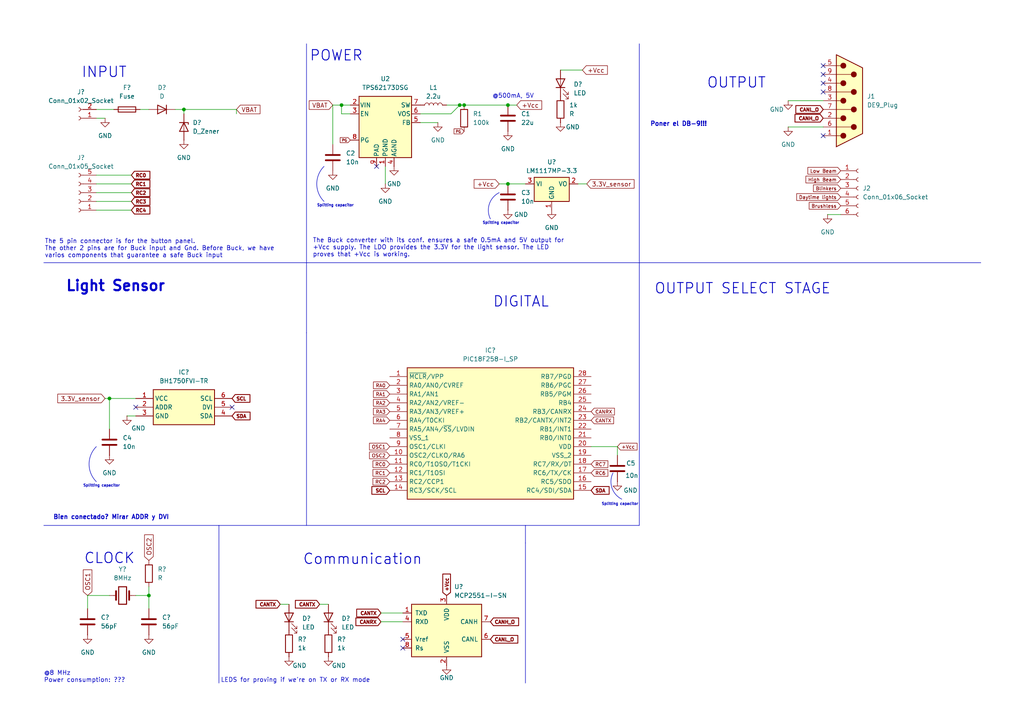
<source format=kicad_sch>
(kicad_sch
	(version 20231120)
	(generator "eeschema")
	(generator_version "8.0")
	(uuid "572cad61-fefa-4039-8286-3cbe6ea7f51a")
	(paper "A4")
	(title_block
		(title "Projecte Eines de Disseny: Llums")
		(date "2025-03-21")
		(rev "1.0")
		(company "Jordi Godàs i Max Pérez")
	)
	(lib_symbols
		(symbol "Connector:Conn_01x02_Socket"
			(pin_names
				(offset 1.016) hide)
			(exclude_from_sim no)
			(in_bom yes)
			(on_board yes)
			(property "Reference" "J"
				(at 0 2.54 0)
				(effects
					(font
						(size 1.27 1.27)
					)
				)
			)
			(property "Value" "Conn_01x02_Socket"
				(at 0 -5.08 0)
				(effects
					(font
						(size 1.27 1.27)
					)
				)
			)
			(property "Footprint" ""
				(at 0 0 0)
				(effects
					(font
						(size 1.27 1.27)
					)
					(hide yes)
				)
			)
			(property "Datasheet" "~"
				(at 0 0 0)
				(effects
					(font
						(size 1.27 1.27)
					)
					(hide yes)
				)
			)
			(property "Description" "Generic connector, single row, 01x02, script generated"
				(at 0 0 0)
				(effects
					(font
						(size 1.27 1.27)
					)
					(hide yes)
				)
			)
			(property "ki_locked" ""
				(at 0 0 0)
				(effects
					(font
						(size 1.27 1.27)
					)
				)
			)
			(property "ki_keywords" "connector"
				(at 0 0 0)
				(effects
					(font
						(size 1.27 1.27)
					)
					(hide yes)
				)
			)
			(property "ki_fp_filters" "Connector*:*_1x??_*"
				(at 0 0 0)
				(effects
					(font
						(size 1.27 1.27)
					)
					(hide yes)
				)
			)
			(symbol "Conn_01x02_Socket_1_1"
				(arc
					(start 0 -2.032)
					(mid -0.5058 -2.54)
					(end 0 -3.048)
					(stroke
						(width 0.1524)
						(type default)
					)
					(fill
						(type none)
					)
				)
				(polyline
					(pts
						(xy -1.27 -2.54) (xy -0.508 -2.54)
					)
					(stroke
						(width 0.1524)
						(type default)
					)
					(fill
						(type none)
					)
				)
				(polyline
					(pts
						(xy -1.27 0) (xy -0.508 0)
					)
					(stroke
						(width 0.1524)
						(type default)
					)
					(fill
						(type none)
					)
				)
				(arc
					(start 0 0.508)
					(mid -0.5058 0)
					(end 0 -0.508)
					(stroke
						(width 0.1524)
						(type default)
					)
					(fill
						(type none)
					)
				)
				(pin passive line
					(at -5.08 0 0)
					(length 3.81)
					(name "Pin_1"
						(effects
							(font
								(size 1.27 1.27)
							)
						)
					)
					(number "1"
						(effects
							(font
								(size 1.27 1.27)
							)
						)
					)
				)
				(pin passive line
					(at -5.08 -2.54 0)
					(length 3.81)
					(name "Pin_2"
						(effects
							(font
								(size 1.27 1.27)
							)
						)
					)
					(number "2"
						(effects
							(font
								(size 1.27 1.27)
							)
						)
					)
				)
			)
		)
		(symbol "Connector:Conn_01x05_Socket"
			(pin_names
				(offset 1.016) hide)
			(exclude_from_sim no)
			(in_bom yes)
			(on_board yes)
			(property "Reference" "J"
				(at 0 7.62 0)
				(effects
					(font
						(size 1.27 1.27)
					)
				)
			)
			(property "Value" "Conn_01x05_Socket"
				(at 0 -7.62 0)
				(effects
					(font
						(size 1.27 1.27)
					)
				)
			)
			(property "Footprint" ""
				(at 0 0 0)
				(effects
					(font
						(size 1.27 1.27)
					)
					(hide yes)
				)
			)
			(property "Datasheet" "~"
				(at 0 0 0)
				(effects
					(font
						(size 1.27 1.27)
					)
					(hide yes)
				)
			)
			(property "Description" "Generic connector, single row, 01x05, script generated"
				(at 0 0 0)
				(effects
					(font
						(size 1.27 1.27)
					)
					(hide yes)
				)
			)
			(property "ki_locked" ""
				(at 0 0 0)
				(effects
					(font
						(size 1.27 1.27)
					)
				)
			)
			(property "ki_keywords" "connector"
				(at 0 0 0)
				(effects
					(font
						(size 1.27 1.27)
					)
					(hide yes)
				)
			)
			(property "ki_fp_filters" "Connector*:*_1x??_*"
				(at 0 0 0)
				(effects
					(font
						(size 1.27 1.27)
					)
					(hide yes)
				)
			)
			(symbol "Conn_01x05_Socket_1_1"
				(arc
					(start 0 -4.572)
					(mid -0.5058 -5.08)
					(end 0 -5.588)
					(stroke
						(width 0.1524)
						(type default)
					)
					(fill
						(type none)
					)
				)
				(arc
					(start 0 -2.032)
					(mid -0.5058 -2.54)
					(end 0 -3.048)
					(stroke
						(width 0.1524)
						(type default)
					)
					(fill
						(type none)
					)
				)
				(polyline
					(pts
						(xy -1.27 -5.08) (xy -0.508 -5.08)
					)
					(stroke
						(width 0.1524)
						(type default)
					)
					(fill
						(type none)
					)
				)
				(polyline
					(pts
						(xy -1.27 -2.54) (xy -0.508 -2.54)
					)
					(stroke
						(width 0.1524)
						(type default)
					)
					(fill
						(type none)
					)
				)
				(polyline
					(pts
						(xy -1.27 0) (xy -0.508 0)
					)
					(stroke
						(width 0.1524)
						(type default)
					)
					(fill
						(type none)
					)
				)
				(polyline
					(pts
						(xy -1.27 2.54) (xy -0.508 2.54)
					)
					(stroke
						(width 0.1524)
						(type default)
					)
					(fill
						(type none)
					)
				)
				(polyline
					(pts
						(xy -1.27 5.08) (xy -0.508 5.08)
					)
					(stroke
						(width 0.1524)
						(type default)
					)
					(fill
						(type none)
					)
				)
				(arc
					(start 0 0.508)
					(mid -0.5058 0)
					(end 0 -0.508)
					(stroke
						(width 0.1524)
						(type default)
					)
					(fill
						(type none)
					)
				)
				(arc
					(start 0 3.048)
					(mid -0.5058 2.54)
					(end 0 2.032)
					(stroke
						(width 0.1524)
						(type default)
					)
					(fill
						(type none)
					)
				)
				(arc
					(start 0 5.588)
					(mid -0.5058 5.08)
					(end 0 4.572)
					(stroke
						(width 0.1524)
						(type default)
					)
					(fill
						(type none)
					)
				)
				(pin passive line
					(at -5.08 5.08 0)
					(length 3.81)
					(name "Pin_1"
						(effects
							(font
								(size 1.27 1.27)
							)
						)
					)
					(number "1"
						(effects
							(font
								(size 1.27 1.27)
							)
						)
					)
				)
				(pin passive line
					(at -5.08 2.54 0)
					(length 3.81)
					(name "Pin_2"
						(effects
							(font
								(size 1.27 1.27)
							)
						)
					)
					(number "2"
						(effects
							(font
								(size 1.27 1.27)
							)
						)
					)
				)
				(pin passive line
					(at -5.08 0 0)
					(length 3.81)
					(name "Pin_3"
						(effects
							(font
								(size 1.27 1.27)
							)
						)
					)
					(number "3"
						(effects
							(font
								(size 1.27 1.27)
							)
						)
					)
				)
				(pin passive line
					(at -5.08 -2.54 0)
					(length 3.81)
					(name "Pin_4"
						(effects
							(font
								(size 1.27 1.27)
							)
						)
					)
					(number "4"
						(effects
							(font
								(size 1.27 1.27)
							)
						)
					)
				)
				(pin passive line
					(at -5.08 -5.08 0)
					(length 3.81)
					(name "Pin_5"
						(effects
							(font
								(size 1.27 1.27)
							)
						)
					)
					(number "5"
						(effects
							(font
								(size 1.27 1.27)
							)
						)
					)
				)
			)
		)
		(symbol "Connector:Conn_01x06_Socket"
			(pin_names
				(offset 1.016) hide)
			(exclude_from_sim no)
			(in_bom yes)
			(on_board yes)
			(property "Reference" "J"
				(at 0 7.62 0)
				(effects
					(font
						(size 1.27 1.27)
					)
				)
			)
			(property "Value" "Conn_01x06_Socket"
				(at 0 -10.16 0)
				(effects
					(font
						(size 1.27 1.27)
					)
				)
			)
			(property "Footprint" ""
				(at 0 0 0)
				(effects
					(font
						(size 1.27 1.27)
					)
					(hide yes)
				)
			)
			(property "Datasheet" "~"
				(at 0 0 0)
				(effects
					(font
						(size 1.27 1.27)
					)
					(hide yes)
				)
			)
			(property "Description" "Generic connector, single row, 01x06, script generated"
				(at 0 0 0)
				(effects
					(font
						(size 1.27 1.27)
					)
					(hide yes)
				)
			)
			(property "ki_locked" ""
				(at 0 0 0)
				(effects
					(font
						(size 1.27 1.27)
					)
				)
			)
			(property "ki_keywords" "connector"
				(at 0 0 0)
				(effects
					(font
						(size 1.27 1.27)
					)
					(hide yes)
				)
			)
			(property "ki_fp_filters" "Connector*:*_1x??_*"
				(at 0 0 0)
				(effects
					(font
						(size 1.27 1.27)
					)
					(hide yes)
				)
			)
			(symbol "Conn_01x06_Socket_1_1"
				(arc
					(start 0 -7.112)
					(mid -0.5058 -7.62)
					(end 0 -8.128)
					(stroke
						(width 0.1524)
						(type default)
					)
					(fill
						(type none)
					)
				)
				(arc
					(start 0 -4.572)
					(mid -0.5058 -5.08)
					(end 0 -5.588)
					(stroke
						(width 0.1524)
						(type default)
					)
					(fill
						(type none)
					)
				)
				(arc
					(start 0 -2.032)
					(mid -0.5058 -2.54)
					(end 0 -3.048)
					(stroke
						(width 0.1524)
						(type default)
					)
					(fill
						(type none)
					)
				)
				(polyline
					(pts
						(xy -1.27 -7.62) (xy -0.508 -7.62)
					)
					(stroke
						(width 0.1524)
						(type default)
					)
					(fill
						(type none)
					)
				)
				(polyline
					(pts
						(xy -1.27 -5.08) (xy -0.508 -5.08)
					)
					(stroke
						(width 0.1524)
						(type default)
					)
					(fill
						(type none)
					)
				)
				(polyline
					(pts
						(xy -1.27 -2.54) (xy -0.508 -2.54)
					)
					(stroke
						(width 0.1524)
						(type default)
					)
					(fill
						(type none)
					)
				)
				(polyline
					(pts
						(xy -1.27 0) (xy -0.508 0)
					)
					(stroke
						(width 0.1524)
						(type default)
					)
					(fill
						(type none)
					)
				)
				(polyline
					(pts
						(xy -1.27 2.54) (xy -0.508 2.54)
					)
					(stroke
						(width 0.1524)
						(type default)
					)
					(fill
						(type none)
					)
				)
				(polyline
					(pts
						(xy -1.27 5.08) (xy -0.508 5.08)
					)
					(stroke
						(width 0.1524)
						(type default)
					)
					(fill
						(type none)
					)
				)
				(arc
					(start 0 0.508)
					(mid -0.5058 0)
					(end 0 -0.508)
					(stroke
						(width 0.1524)
						(type default)
					)
					(fill
						(type none)
					)
				)
				(arc
					(start 0 3.048)
					(mid -0.5058 2.54)
					(end 0 2.032)
					(stroke
						(width 0.1524)
						(type default)
					)
					(fill
						(type none)
					)
				)
				(arc
					(start 0 5.588)
					(mid -0.5058 5.08)
					(end 0 4.572)
					(stroke
						(width 0.1524)
						(type default)
					)
					(fill
						(type none)
					)
				)
				(pin passive line
					(at -5.08 5.08 0)
					(length 3.81)
					(name "Pin_1"
						(effects
							(font
								(size 1.27 1.27)
							)
						)
					)
					(number "1"
						(effects
							(font
								(size 1.27 1.27)
							)
						)
					)
				)
				(pin passive line
					(at -5.08 2.54 0)
					(length 3.81)
					(name "Pin_2"
						(effects
							(font
								(size 1.27 1.27)
							)
						)
					)
					(number "2"
						(effects
							(font
								(size 1.27 1.27)
							)
						)
					)
				)
				(pin passive line
					(at -5.08 0 0)
					(length 3.81)
					(name "Pin_3"
						(effects
							(font
								(size 1.27 1.27)
							)
						)
					)
					(number "3"
						(effects
							(font
								(size 1.27 1.27)
							)
						)
					)
				)
				(pin passive line
					(at -5.08 -2.54 0)
					(length 3.81)
					(name "Pin_4"
						(effects
							(font
								(size 1.27 1.27)
							)
						)
					)
					(number "4"
						(effects
							(font
								(size 1.27 1.27)
							)
						)
					)
				)
				(pin passive line
					(at -5.08 -5.08 0)
					(length 3.81)
					(name "Pin_5"
						(effects
							(font
								(size 1.27 1.27)
							)
						)
					)
					(number "5"
						(effects
							(font
								(size 1.27 1.27)
							)
						)
					)
				)
				(pin passive line
					(at -5.08 -7.62 0)
					(length 3.81)
					(name "Pin_6"
						(effects
							(font
								(size 1.27 1.27)
							)
						)
					)
					(number "6"
						(effects
							(font
								(size 1.27 1.27)
							)
						)
					)
				)
			)
		)
		(symbol "Connector:DE9_Plug"
			(pin_names
				(offset 1.016) hide)
			(exclude_from_sim no)
			(in_bom yes)
			(on_board yes)
			(property "Reference" "J"
				(at 0 13.97 0)
				(effects
					(font
						(size 1.27 1.27)
					)
				)
			)
			(property "Value" "DE9_Plug"
				(at 0 -14.605 0)
				(effects
					(font
						(size 1.27 1.27)
					)
				)
			)
			(property "Footprint" ""
				(at 0 0 0)
				(effects
					(font
						(size 1.27 1.27)
					)
					(hide yes)
				)
			)
			(property "Datasheet" "~"
				(at 0 0 0)
				(effects
					(font
						(size 1.27 1.27)
					)
					(hide yes)
				)
			)
			(property "Description" "9-pin male plug pin D-SUB connector"
				(at 0 0 0)
				(effects
					(font
						(size 1.27 1.27)
					)
					(hide yes)
				)
			)
			(property "ki_keywords" "connector male plug D-SUB DB9"
				(at 0 0 0)
				(effects
					(font
						(size 1.27 1.27)
					)
					(hide yes)
				)
			)
			(property "ki_fp_filters" "DSUB*Male*"
				(at 0 0 0)
				(effects
					(font
						(size 1.27 1.27)
					)
					(hide yes)
				)
			)
			(symbol "DE9_Plug_0_1"
				(circle
					(center -1.778 -10.16)
					(radius 0.762)
					(stroke
						(width 0)
						(type default)
					)
					(fill
						(type outline)
					)
				)
				(circle
					(center -1.778 -5.08)
					(radius 0.762)
					(stroke
						(width 0)
						(type default)
					)
					(fill
						(type outline)
					)
				)
				(circle
					(center -1.778 0)
					(radius 0.762)
					(stroke
						(width 0)
						(type default)
					)
					(fill
						(type outline)
					)
				)
				(circle
					(center -1.778 5.08)
					(radius 0.762)
					(stroke
						(width 0)
						(type default)
					)
					(fill
						(type outline)
					)
				)
				(circle
					(center -1.778 10.16)
					(radius 0.762)
					(stroke
						(width 0)
						(type default)
					)
					(fill
						(type outline)
					)
				)
				(polyline
					(pts
						(xy -3.81 -10.16) (xy -2.54 -10.16)
					)
					(stroke
						(width 0)
						(type default)
					)
					(fill
						(type none)
					)
				)
				(polyline
					(pts
						(xy -3.81 -7.62) (xy 0.508 -7.62)
					)
					(stroke
						(width 0)
						(type default)
					)
					(fill
						(type none)
					)
				)
				(polyline
					(pts
						(xy -3.81 -5.08) (xy -2.54 -5.08)
					)
					(stroke
						(width 0)
						(type default)
					)
					(fill
						(type none)
					)
				)
				(polyline
					(pts
						(xy -3.81 -2.54) (xy 0.508 -2.54)
					)
					(stroke
						(width 0)
						(type default)
					)
					(fill
						(type none)
					)
				)
				(polyline
					(pts
						(xy -3.81 0) (xy -2.54 0)
					)
					(stroke
						(width 0)
						(type default)
					)
					(fill
						(type none)
					)
				)
				(polyline
					(pts
						(xy -3.81 2.54) (xy 0.508 2.54)
					)
					(stroke
						(width 0)
						(type default)
					)
					(fill
						(type none)
					)
				)
				(polyline
					(pts
						(xy -3.81 5.08) (xy -2.54 5.08)
					)
					(stroke
						(width 0)
						(type default)
					)
					(fill
						(type none)
					)
				)
				(polyline
					(pts
						(xy -3.81 7.62) (xy 0.508 7.62)
					)
					(stroke
						(width 0)
						(type default)
					)
					(fill
						(type none)
					)
				)
				(polyline
					(pts
						(xy -3.81 10.16) (xy -2.54 10.16)
					)
					(stroke
						(width 0)
						(type default)
					)
					(fill
						(type none)
					)
				)
				(polyline
					(pts
						(xy -3.81 -13.335) (xy -3.81 13.335) (xy 3.81 9.525) (xy 3.81 -9.525) (xy -3.81 -13.335)
					)
					(stroke
						(width 0.254)
						(type default)
					)
					(fill
						(type background)
					)
				)
				(circle
					(center 1.27 -7.62)
					(radius 0.762)
					(stroke
						(width 0)
						(type default)
					)
					(fill
						(type outline)
					)
				)
				(circle
					(center 1.27 -2.54)
					(radius 0.762)
					(stroke
						(width 0)
						(type default)
					)
					(fill
						(type outline)
					)
				)
				(circle
					(center 1.27 2.54)
					(radius 0.762)
					(stroke
						(width 0)
						(type default)
					)
					(fill
						(type outline)
					)
				)
				(circle
					(center 1.27 7.62)
					(radius 0.762)
					(stroke
						(width 0)
						(type default)
					)
					(fill
						(type outline)
					)
				)
			)
			(symbol "DE9_Plug_1_1"
				(pin passive line
					(at -7.62 -10.16 0)
					(length 3.81)
					(name "1"
						(effects
							(font
								(size 1.27 1.27)
							)
						)
					)
					(number "1"
						(effects
							(font
								(size 1.27 1.27)
							)
						)
					)
				)
				(pin passive line
					(at -7.62 -5.08 0)
					(length 3.81)
					(name "2"
						(effects
							(font
								(size 1.27 1.27)
							)
						)
					)
					(number "2"
						(effects
							(font
								(size 1.27 1.27)
							)
						)
					)
				)
				(pin passive line
					(at -7.62 0 0)
					(length 3.81)
					(name "3"
						(effects
							(font
								(size 1.27 1.27)
							)
						)
					)
					(number "3"
						(effects
							(font
								(size 1.27 1.27)
							)
						)
					)
				)
				(pin passive line
					(at -7.62 5.08 0)
					(length 3.81)
					(name "4"
						(effects
							(font
								(size 1.27 1.27)
							)
						)
					)
					(number "4"
						(effects
							(font
								(size 1.27 1.27)
							)
						)
					)
				)
				(pin passive line
					(at -7.62 10.16 0)
					(length 3.81)
					(name "5"
						(effects
							(font
								(size 1.27 1.27)
							)
						)
					)
					(number "5"
						(effects
							(font
								(size 1.27 1.27)
							)
						)
					)
				)
				(pin passive line
					(at -7.62 -7.62 0)
					(length 3.81)
					(name "6"
						(effects
							(font
								(size 1.27 1.27)
							)
						)
					)
					(number "6"
						(effects
							(font
								(size 1.27 1.27)
							)
						)
					)
				)
				(pin passive line
					(at -7.62 -2.54 0)
					(length 3.81)
					(name "7"
						(effects
							(font
								(size 1.27 1.27)
							)
						)
					)
					(number "7"
						(effects
							(font
								(size 1.27 1.27)
							)
						)
					)
				)
				(pin passive line
					(at -7.62 2.54 0)
					(length 3.81)
					(name "8"
						(effects
							(font
								(size 1.27 1.27)
							)
						)
					)
					(number "8"
						(effects
							(font
								(size 1.27 1.27)
							)
						)
					)
				)
				(pin passive line
					(at -7.62 7.62 0)
					(length 3.81)
					(name "9"
						(effects
							(font
								(size 1.27 1.27)
							)
						)
					)
					(number "9"
						(effects
							(font
								(size 1.27 1.27)
							)
						)
					)
				)
			)
		)
		(symbol "Device:C"
			(pin_numbers hide)
			(pin_names
				(offset 0.254)
			)
			(exclude_from_sim no)
			(in_bom yes)
			(on_board yes)
			(property "Reference" "C"
				(at 0.635 2.54 0)
				(effects
					(font
						(size 1.27 1.27)
					)
					(justify left)
				)
			)
			(property "Value" "C"
				(at 0.635 -2.54 0)
				(effects
					(font
						(size 1.27 1.27)
					)
					(justify left)
				)
			)
			(property "Footprint" ""
				(at 0.9652 -3.81 0)
				(effects
					(font
						(size 1.27 1.27)
					)
					(hide yes)
				)
			)
			(property "Datasheet" "~"
				(at 0 0 0)
				(effects
					(font
						(size 1.27 1.27)
					)
					(hide yes)
				)
			)
			(property "Description" "Unpolarized capacitor"
				(at 0 0 0)
				(effects
					(font
						(size 1.27 1.27)
					)
					(hide yes)
				)
			)
			(property "ki_keywords" "cap capacitor"
				(at 0 0 0)
				(effects
					(font
						(size 1.27 1.27)
					)
					(hide yes)
				)
			)
			(property "ki_fp_filters" "C_*"
				(at 0 0 0)
				(effects
					(font
						(size 1.27 1.27)
					)
					(hide yes)
				)
			)
			(symbol "C_0_1"
				(polyline
					(pts
						(xy -2.032 -0.762) (xy 2.032 -0.762)
					)
					(stroke
						(width 0.508)
						(type default)
					)
					(fill
						(type none)
					)
				)
				(polyline
					(pts
						(xy -2.032 0.762) (xy 2.032 0.762)
					)
					(stroke
						(width 0.508)
						(type default)
					)
					(fill
						(type none)
					)
				)
			)
			(symbol "C_1_1"
				(pin passive line
					(at 0 3.81 270)
					(length 2.794)
					(name "~"
						(effects
							(font
								(size 1.27 1.27)
							)
						)
					)
					(number "1"
						(effects
							(font
								(size 1.27 1.27)
							)
						)
					)
				)
				(pin passive line
					(at 0 -3.81 90)
					(length 2.794)
					(name "~"
						(effects
							(font
								(size 1.27 1.27)
							)
						)
					)
					(number "2"
						(effects
							(font
								(size 1.27 1.27)
							)
						)
					)
				)
			)
		)
		(symbol "Device:Crystal"
			(pin_numbers hide)
			(pin_names
				(offset 1.016) hide)
			(exclude_from_sim no)
			(in_bom yes)
			(on_board yes)
			(property "Reference" "Y"
				(at 0 3.81 0)
				(effects
					(font
						(size 1.27 1.27)
					)
				)
			)
			(property "Value" "Crystal"
				(at 0 -3.81 0)
				(effects
					(font
						(size 1.27 1.27)
					)
				)
			)
			(property "Footprint" ""
				(at 0 0 0)
				(effects
					(font
						(size 1.27 1.27)
					)
					(hide yes)
				)
			)
			(property "Datasheet" "~"
				(at 0 0 0)
				(effects
					(font
						(size 1.27 1.27)
					)
					(hide yes)
				)
			)
			(property "Description" "Two pin crystal"
				(at 0 0 0)
				(effects
					(font
						(size 1.27 1.27)
					)
					(hide yes)
				)
			)
			(property "ki_keywords" "quartz ceramic resonator oscillator"
				(at 0 0 0)
				(effects
					(font
						(size 1.27 1.27)
					)
					(hide yes)
				)
			)
			(property "ki_fp_filters" "Crystal*"
				(at 0 0 0)
				(effects
					(font
						(size 1.27 1.27)
					)
					(hide yes)
				)
			)
			(symbol "Crystal_0_1"
				(rectangle
					(start -1.143 2.54)
					(end 1.143 -2.54)
					(stroke
						(width 0.3048)
						(type default)
					)
					(fill
						(type none)
					)
				)
				(polyline
					(pts
						(xy -2.54 0) (xy -1.905 0)
					)
					(stroke
						(width 0)
						(type default)
					)
					(fill
						(type none)
					)
				)
				(polyline
					(pts
						(xy -1.905 -1.27) (xy -1.905 1.27)
					)
					(stroke
						(width 0.508)
						(type default)
					)
					(fill
						(type none)
					)
				)
				(polyline
					(pts
						(xy 1.905 -1.27) (xy 1.905 1.27)
					)
					(stroke
						(width 0.508)
						(type default)
					)
					(fill
						(type none)
					)
				)
				(polyline
					(pts
						(xy 2.54 0) (xy 1.905 0)
					)
					(stroke
						(width 0)
						(type default)
					)
					(fill
						(type none)
					)
				)
			)
			(symbol "Crystal_1_1"
				(pin passive line
					(at -3.81 0 0)
					(length 1.27)
					(name "1"
						(effects
							(font
								(size 1.27 1.27)
							)
						)
					)
					(number "1"
						(effects
							(font
								(size 1.27 1.27)
							)
						)
					)
				)
				(pin passive line
					(at 3.81 0 180)
					(length 1.27)
					(name "2"
						(effects
							(font
								(size 1.27 1.27)
							)
						)
					)
					(number "2"
						(effects
							(font
								(size 1.27 1.27)
							)
						)
					)
				)
			)
		)
		(symbol "Device:D"
			(pin_numbers hide)
			(pin_names
				(offset 1.016) hide)
			(exclude_from_sim no)
			(in_bom yes)
			(on_board yes)
			(property "Reference" "D"
				(at 0 2.54 0)
				(effects
					(font
						(size 1.27 1.27)
					)
				)
			)
			(property "Value" "D"
				(at 0 -2.54 0)
				(effects
					(font
						(size 1.27 1.27)
					)
				)
			)
			(property "Footprint" ""
				(at 0 0 0)
				(effects
					(font
						(size 1.27 1.27)
					)
					(hide yes)
				)
			)
			(property "Datasheet" "~"
				(at 0 0 0)
				(effects
					(font
						(size 1.27 1.27)
					)
					(hide yes)
				)
			)
			(property "Description" "Diode"
				(at 0 0 0)
				(effects
					(font
						(size 1.27 1.27)
					)
					(hide yes)
				)
			)
			(property "Sim.Device" "D"
				(at 0 0 0)
				(effects
					(font
						(size 1.27 1.27)
					)
					(hide yes)
				)
			)
			(property "Sim.Pins" "1=K 2=A"
				(at 0 0 0)
				(effects
					(font
						(size 1.27 1.27)
					)
					(hide yes)
				)
			)
			(property "ki_keywords" "diode"
				(at 0 0 0)
				(effects
					(font
						(size 1.27 1.27)
					)
					(hide yes)
				)
			)
			(property "ki_fp_filters" "TO-???* *_Diode_* *SingleDiode* D_*"
				(at 0 0 0)
				(effects
					(font
						(size 1.27 1.27)
					)
					(hide yes)
				)
			)
			(symbol "D_0_1"
				(polyline
					(pts
						(xy -1.27 1.27) (xy -1.27 -1.27)
					)
					(stroke
						(width 0.254)
						(type default)
					)
					(fill
						(type none)
					)
				)
				(polyline
					(pts
						(xy 1.27 0) (xy -1.27 0)
					)
					(stroke
						(width 0)
						(type default)
					)
					(fill
						(type none)
					)
				)
				(polyline
					(pts
						(xy 1.27 1.27) (xy 1.27 -1.27) (xy -1.27 0) (xy 1.27 1.27)
					)
					(stroke
						(width 0.254)
						(type default)
					)
					(fill
						(type none)
					)
				)
			)
			(symbol "D_1_1"
				(pin passive line
					(at -3.81 0 0)
					(length 2.54)
					(name "K"
						(effects
							(font
								(size 1.27 1.27)
							)
						)
					)
					(number "1"
						(effects
							(font
								(size 1.27 1.27)
							)
						)
					)
				)
				(pin passive line
					(at 3.81 0 180)
					(length 2.54)
					(name "A"
						(effects
							(font
								(size 1.27 1.27)
							)
						)
					)
					(number "2"
						(effects
							(font
								(size 1.27 1.27)
							)
						)
					)
				)
			)
		)
		(symbol "Device:D_Zener"
			(pin_numbers hide)
			(pin_names
				(offset 1.016) hide)
			(exclude_from_sim no)
			(in_bom yes)
			(on_board yes)
			(property "Reference" "D"
				(at 0 2.54 0)
				(effects
					(font
						(size 1.27 1.27)
					)
				)
			)
			(property "Value" "D_Zener"
				(at 0 -2.54 0)
				(effects
					(font
						(size 1.27 1.27)
					)
				)
			)
			(property "Footprint" ""
				(at 0 0 0)
				(effects
					(font
						(size 1.27 1.27)
					)
					(hide yes)
				)
			)
			(property "Datasheet" "~"
				(at 0 0 0)
				(effects
					(font
						(size 1.27 1.27)
					)
					(hide yes)
				)
			)
			(property "Description" "Zener diode"
				(at 0 0 0)
				(effects
					(font
						(size 1.27 1.27)
					)
					(hide yes)
				)
			)
			(property "ki_keywords" "diode"
				(at 0 0 0)
				(effects
					(font
						(size 1.27 1.27)
					)
					(hide yes)
				)
			)
			(property "ki_fp_filters" "TO-???* *_Diode_* *SingleDiode* D_*"
				(at 0 0 0)
				(effects
					(font
						(size 1.27 1.27)
					)
					(hide yes)
				)
			)
			(symbol "D_Zener_0_1"
				(polyline
					(pts
						(xy 1.27 0) (xy -1.27 0)
					)
					(stroke
						(width 0)
						(type default)
					)
					(fill
						(type none)
					)
				)
				(polyline
					(pts
						(xy -1.27 -1.27) (xy -1.27 1.27) (xy -0.762 1.27)
					)
					(stroke
						(width 0.254)
						(type default)
					)
					(fill
						(type none)
					)
				)
				(polyline
					(pts
						(xy 1.27 -1.27) (xy 1.27 1.27) (xy -1.27 0) (xy 1.27 -1.27)
					)
					(stroke
						(width 0.254)
						(type default)
					)
					(fill
						(type none)
					)
				)
			)
			(symbol "D_Zener_1_1"
				(pin passive line
					(at -3.81 0 0)
					(length 2.54)
					(name "K"
						(effects
							(font
								(size 1.27 1.27)
							)
						)
					)
					(number "1"
						(effects
							(font
								(size 1.27 1.27)
							)
						)
					)
				)
				(pin passive line
					(at 3.81 0 180)
					(length 2.54)
					(name "A"
						(effects
							(font
								(size 1.27 1.27)
							)
						)
					)
					(number "2"
						(effects
							(font
								(size 1.27 1.27)
							)
						)
					)
				)
			)
		)
		(symbol "Device:Fuse"
			(pin_numbers hide)
			(pin_names
				(offset 0)
			)
			(exclude_from_sim no)
			(in_bom yes)
			(on_board yes)
			(property "Reference" "F"
				(at 2.032 0 90)
				(effects
					(font
						(size 1.27 1.27)
					)
				)
			)
			(property "Value" "Fuse"
				(at -1.905 0 90)
				(effects
					(font
						(size 1.27 1.27)
					)
				)
			)
			(property "Footprint" ""
				(at -1.778 0 90)
				(effects
					(font
						(size 1.27 1.27)
					)
					(hide yes)
				)
			)
			(property "Datasheet" "~"
				(at 0 0 0)
				(effects
					(font
						(size 1.27 1.27)
					)
					(hide yes)
				)
			)
			(property "Description" "Fuse"
				(at 0 0 0)
				(effects
					(font
						(size 1.27 1.27)
					)
					(hide yes)
				)
			)
			(property "ki_keywords" "fuse"
				(at 0 0 0)
				(effects
					(font
						(size 1.27 1.27)
					)
					(hide yes)
				)
			)
			(property "ki_fp_filters" "*Fuse*"
				(at 0 0 0)
				(effects
					(font
						(size 1.27 1.27)
					)
					(hide yes)
				)
			)
			(symbol "Fuse_0_1"
				(rectangle
					(start -0.762 -2.54)
					(end 0.762 2.54)
					(stroke
						(width 0.254)
						(type default)
					)
					(fill
						(type none)
					)
				)
				(polyline
					(pts
						(xy 0 2.54) (xy 0 -2.54)
					)
					(stroke
						(width 0)
						(type default)
					)
					(fill
						(type none)
					)
				)
			)
			(symbol "Fuse_1_1"
				(pin passive line
					(at 0 3.81 270)
					(length 1.27)
					(name "~"
						(effects
							(font
								(size 1.27 1.27)
							)
						)
					)
					(number "1"
						(effects
							(font
								(size 1.27 1.27)
							)
						)
					)
				)
				(pin passive line
					(at 0 -3.81 90)
					(length 1.27)
					(name "~"
						(effects
							(font
								(size 1.27 1.27)
							)
						)
					)
					(number "2"
						(effects
							(font
								(size 1.27 1.27)
							)
						)
					)
				)
			)
		)
		(symbol "Device:L"
			(pin_numbers hide)
			(pin_names
				(offset 1.016) hide)
			(exclude_from_sim no)
			(in_bom yes)
			(on_board yes)
			(property "Reference" "L"
				(at -1.27 0 90)
				(effects
					(font
						(size 1.27 1.27)
					)
				)
			)
			(property "Value" "L"
				(at 1.905 0 90)
				(effects
					(font
						(size 1.27 1.27)
					)
				)
			)
			(property "Footprint" ""
				(at 0 0 0)
				(effects
					(font
						(size 1.27 1.27)
					)
					(hide yes)
				)
			)
			(property "Datasheet" "~"
				(at 0 0 0)
				(effects
					(font
						(size 1.27 1.27)
					)
					(hide yes)
				)
			)
			(property "Description" "Inductor"
				(at 0 0 0)
				(effects
					(font
						(size 1.27 1.27)
					)
					(hide yes)
				)
			)
			(property "ki_keywords" "inductor choke coil reactor magnetic"
				(at 0 0 0)
				(effects
					(font
						(size 1.27 1.27)
					)
					(hide yes)
				)
			)
			(property "ki_fp_filters" "Choke_* *Coil* Inductor_* L_*"
				(at 0 0 0)
				(effects
					(font
						(size 1.27 1.27)
					)
					(hide yes)
				)
			)
			(symbol "L_0_1"
				(arc
					(start 0 -2.54)
					(mid 0.6323 -1.905)
					(end 0 -1.27)
					(stroke
						(width 0)
						(type default)
					)
					(fill
						(type none)
					)
				)
				(arc
					(start 0 -1.27)
					(mid 0.6323 -0.635)
					(end 0 0)
					(stroke
						(width 0)
						(type default)
					)
					(fill
						(type none)
					)
				)
				(arc
					(start 0 0)
					(mid 0.6323 0.635)
					(end 0 1.27)
					(stroke
						(width 0)
						(type default)
					)
					(fill
						(type none)
					)
				)
				(arc
					(start 0 1.27)
					(mid 0.6323 1.905)
					(end 0 2.54)
					(stroke
						(width 0)
						(type default)
					)
					(fill
						(type none)
					)
				)
			)
			(symbol "L_1_1"
				(pin passive line
					(at 0 3.81 270)
					(length 1.27)
					(name "1"
						(effects
							(font
								(size 1.27 1.27)
							)
						)
					)
					(number "1"
						(effects
							(font
								(size 1.27 1.27)
							)
						)
					)
				)
				(pin passive line
					(at 0 -3.81 90)
					(length 1.27)
					(name "2"
						(effects
							(font
								(size 1.27 1.27)
							)
						)
					)
					(number "2"
						(effects
							(font
								(size 1.27 1.27)
							)
						)
					)
				)
			)
		)
		(symbol "Device:LED"
			(pin_numbers hide)
			(pin_names
				(offset 1.016) hide)
			(exclude_from_sim no)
			(in_bom yes)
			(on_board yes)
			(property "Reference" "D"
				(at 0 2.54 0)
				(effects
					(font
						(size 1.27 1.27)
					)
				)
			)
			(property "Value" "LED"
				(at 0 -2.54 0)
				(effects
					(font
						(size 1.27 1.27)
					)
				)
			)
			(property "Footprint" ""
				(at 0 0 0)
				(effects
					(font
						(size 1.27 1.27)
					)
					(hide yes)
				)
			)
			(property "Datasheet" "~"
				(at 0 0 0)
				(effects
					(font
						(size 1.27 1.27)
					)
					(hide yes)
				)
			)
			(property "Description" "Light emitting diode"
				(at 0 0 0)
				(effects
					(font
						(size 1.27 1.27)
					)
					(hide yes)
				)
			)
			(property "ki_keywords" "LED diode"
				(at 0 0 0)
				(effects
					(font
						(size 1.27 1.27)
					)
					(hide yes)
				)
			)
			(property "ki_fp_filters" "LED* LED_SMD:* LED_THT:*"
				(at 0 0 0)
				(effects
					(font
						(size 1.27 1.27)
					)
					(hide yes)
				)
			)
			(symbol "LED_0_1"
				(polyline
					(pts
						(xy -1.27 -1.27) (xy -1.27 1.27)
					)
					(stroke
						(width 0.254)
						(type default)
					)
					(fill
						(type none)
					)
				)
				(polyline
					(pts
						(xy -1.27 0) (xy 1.27 0)
					)
					(stroke
						(width 0)
						(type default)
					)
					(fill
						(type none)
					)
				)
				(polyline
					(pts
						(xy 1.27 -1.27) (xy 1.27 1.27) (xy -1.27 0) (xy 1.27 -1.27)
					)
					(stroke
						(width 0.254)
						(type default)
					)
					(fill
						(type none)
					)
				)
				(polyline
					(pts
						(xy -3.048 -0.762) (xy -4.572 -2.286) (xy -3.81 -2.286) (xy -4.572 -2.286) (xy -4.572 -1.524)
					)
					(stroke
						(width 0)
						(type default)
					)
					(fill
						(type none)
					)
				)
				(polyline
					(pts
						(xy -1.778 -0.762) (xy -3.302 -2.286) (xy -2.54 -2.286) (xy -3.302 -2.286) (xy -3.302 -1.524)
					)
					(stroke
						(width 0)
						(type default)
					)
					(fill
						(type none)
					)
				)
			)
			(symbol "LED_1_1"
				(pin passive line
					(at -3.81 0 0)
					(length 2.54)
					(name "K"
						(effects
							(font
								(size 1.27 1.27)
							)
						)
					)
					(number "1"
						(effects
							(font
								(size 1.27 1.27)
							)
						)
					)
				)
				(pin passive line
					(at 3.81 0 180)
					(length 2.54)
					(name "A"
						(effects
							(font
								(size 1.27 1.27)
							)
						)
					)
					(number "2"
						(effects
							(font
								(size 1.27 1.27)
							)
						)
					)
				)
			)
		)
		(symbol "Device:R"
			(pin_numbers hide)
			(pin_names
				(offset 0)
			)
			(exclude_from_sim no)
			(in_bom yes)
			(on_board yes)
			(property "Reference" "R"
				(at 2.032 0 90)
				(effects
					(font
						(size 1.27 1.27)
					)
				)
			)
			(property "Value" "R"
				(at 0 0 90)
				(effects
					(font
						(size 1.27 1.27)
					)
				)
			)
			(property "Footprint" ""
				(at -1.778 0 90)
				(effects
					(font
						(size 1.27 1.27)
					)
					(hide yes)
				)
			)
			(property "Datasheet" "~"
				(at 0 0 0)
				(effects
					(font
						(size 1.27 1.27)
					)
					(hide yes)
				)
			)
			(property "Description" "Resistor"
				(at 0 0 0)
				(effects
					(font
						(size 1.27 1.27)
					)
					(hide yes)
				)
			)
			(property "ki_keywords" "R res resistor"
				(at 0 0 0)
				(effects
					(font
						(size 1.27 1.27)
					)
					(hide yes)
				)
			)
			(property "ki_fp_filters" "R_*"
				(at 0 0 0)
				(effects
					(font
						(size 1.27 1.27)
					)
					(hide yes)
				)
			)
			(symbol "R_0_1"
				(rectangle
					(start -1.016 -2.54)
					(end 1.016 2.54)
					(stroke
						(width 0.254)
						(type default)
					)
					(fill
						(type none)
					)
				)
			)
			(symbol "R_1_1"
				(pin passive line
					(at 0 3.81 270)
					(length 1.27)
					(name "~"
						(effects
							(font
								(size 1.27 1.27)
							)
						)
					)
					(number "1"
						(effects
							(font
								(size 1.27 1.27)
							)
						)
					)
				)
				(pin passive line
					(at 0 -3.81 90)
					(length 1.27)
					(name "~"
						(effects
							(font
								(size 1.27 1.27)
							)
						)
					)
					(number "2"
						(effects
							(font
								(size 1.27 1.27)
							)
						)
					)
				)
			)
		)
		(symbol "Interface_CAN_LIN:MCP2551-I-SN"
			(pin_names
				(offset 1.016)
			)
			(exclude_from_sim no)
			(in_bom yes)
			(on_board yes)
			(property "Reference" "U"
				(at -10.16 8.89 0)
				(effects
					(font
						(size 1.27 1.27)
					)
					(justify left)
				)
			)
			(property "Value" "MCP2551-I-SN"
				(at 2.54 8.89 0)
				(effects
					(font
						(size 1.27 1.27)
					)
					(justify left)
				)
			)
			(property "Footprint" "Package_SO:SOIC-8_3.9x4.9mm_P1.27mm"
				(at 0 -12.7 0)
				(effects
					(font
						(size 1.27 1.27)
						(italic yes)
					)
					(hide yes)
				)
			)
			(property "Datasheet" "http://ww1.microchip.com/downloads/en/devicedoc/21667d.pdf"
				(at 0 0 0)
				(effects
					(font
						(size 1.27 1.27)
					)
					(hide yes)
				)
			)
			(property "Description" "High-Speed CAN Transceiver, 1Mbps, 5V supply, SOIC-8"
				(at 0 0 0)
				(effects
					(font
						(size 1.27 1.27)
					)
					(hide yes)
				)
			)
			(property "ki_keywords" "High-Speed CAN Transceiver"
				(at 0 0 0)
				(effects
					(font
						(size 1.27 1.27)
					)
					(hide yes)
				)
			)
			(property "ki_fp_filters" "SOIC*3.9x4.9mm*P1.27mm*"
				(at 0 0 0)
				(effects
					(font
						(size 1.27 1.27)
					)
					(hide yes)
				)
			)
			(symbol "MCP2551-I-SN_0_1"
				(rectangle
					(start -10.16 7.62)
					(end 10.16 -7.62)
					(stroke
						(width 0.254)
						(type default)
					)
					(fill
						(type background)
					)
				)
			)
			(symbol "MCP2551-I-SN_1_1"
				(pin input line
					(at -12.7 5.08 0)
					(length 2.54)
					(name "TXD"
						(effects
							(font
								(size 1.27 1.27)
							)
						)
					)
					(number "1"
						(effects
							(font
								(size 1.27 1.27)
							)
						)
					)
				)
				(pin power_in line
					(at 0 -10.16 90)
					(length 2.54)
					(name "VSS"
						(effects
							(font
								(size 1.27 1.27)
							)
						)
					)
					(number "2"
						(effects
							(font
								(size 1.27 1.27)
							)
						)
					)
				)
				(pin power_in line
					(at 0 10.16 270)
					(length 2.54)
					(name "VDD"
						(effects
							(font
								(size 1.27 1.27)
							)
						)
					)
					(number "3"
						(effects
							(font
								(size 1.27 1.27)
							)
						)
					)
				)
				(pin output line
					(at -12.7 2.54 0)
					(length 2.54)
					(name "RXD"
						(effects
							(font
								(size 1.27 1.27)
							)
						)
					)
					(number "4"
						(effects
							(font
								(size 1.27 1.27)
							)
						)
					)
				)
				(pin power_out line
					(at -12.7 -2.54 0)
					(length 2.54)
					(name "Vref"
						(effects
							(font
								(size 1.27 1.27)
							)
						)
					)
					(number "5"
						(effects
							(font
								(size 1.27 1.27)
							)
						)
					)
				)
				(pin bidirectional line
					(at 12.7 -2.54 180)
					(length 2.54)
					(name "CANL"
						(effects
							(font
								(size 1.27 1.27)
							)
						)
					)
					(number "6"
						(effects
							(font
								(size 1.27 1.27)
							)
						)
					)
				)
				(pin bidirectional line
					(at 12.7 2.54 180)
					(length 2.54)
					(name "CANH"
						(effects
							(font
								(size 1.27 1.27)
							)
						)
					)
					(number "7"
						(effects
							(font
								(size 1.27 1.27)
							)
						)
					)
				)
				(pin input line
					(at -12.7 -5.08 0)
					(length 2.54)
					(name "Rs"
						(effects
							(font
								(size 1.27 1.27)
							)
						)
					)
					(number "8"
						(effects
							(font
								(size 1.27 1.27)
							)
						)
					)
				)
			)
		)
		(symbol "PIC18F258-I_SP:PIC18F258-I_SP"
			(exclude_from_sim no)
			(in_bom yes)
			(on_board yes)
			(property "Reference" "IC"
				(at 54.61 7.62 0)
				(effects
					(font
						(size 1.27 1.27)
					)
					(justify left top)
				)
			)
			(property "Value" "PIC18F258-I_SP"
				(at 54.61 5.08 0)
				(effects
					(font
						(size 1.27 1.27)
					)
					(justify left top)
				)
			)
			(property "Footprint" "DIP794W56P254L3467H406Q28N"
				(at 54.61 -94.92 0)
				(effects
					(font
						(size 1.27 1.27)
					)
					(justify left top)
					(hide yes)
				)
			)
			(property "Datasheet" "http://www.microchip.com/mymicrochip/filehandler.aspx?ddocname=en011647"
				(at 54.61 -194.92 0)
				(effects
					(font
						(size 1.27 1.27)
					)
					(justify left top)
					(hide yes)
				)
			)
			(property "Description" "Enhanced Flash Microcontrollers"
				(at 0 0 0)
				(effects
					(font
						(size 1.27 1.27)
					)
					(hide yes)
				)
			)
			(property "Height" "4.06"
				(at 54.61 -394.92 0)
				(effects
					(font
						(size 1.27 1.27)
					)
					(justify left top)
					(hide yes)
				)
			)
			(property "Mouser Part Number" "579-PIC18F258-I/SP"
				(at 54.61 -494.92 0)
				(effects
					(font
						(size 1.27 1.27)
					)
					(justify left top)
					(hide yes)
				)
			)
			(property "Mouser Price/Stock" "https://www.mouser.co.uk/ProductDetail/Microchip-Technology-Atmel/PIC18F258-I-SP?qs=uMUszenkLLIixFKqjRA69Q%3D%3D"
				(at 54.61 -594.92 0)
				(effects
					(font
						(size 1.27 1.27)
					)
					(justify left top)
					(hide yes)
				)
			)
			(property "Manufacturer_Name" "Microchip"
				(at 54.61 -694.92 0)
				(effects
					(font
						(size 1.27 1.27)
					)
					(justify left top)
					(hide yes)
				)
			)
			(property "Manufacturer_Part_Number" "PIC18F258-I/SP"
				(at 54.61 -794.92 0)
				(effects
					(font
						(size 1.27 1.27)
					)
					(justify left top)
					(hide yes)
				)
			)
			(symbol "PIC18F258-I_SP_1_1"
				(rectangle
					(start 5.08 2.54)
					(end 53.34 -35.56)
					(stroke
						(width 0.254)
						(type default)
					)
					(fill
						(type background)
					)
				)
				(pin passive line
					(at 0 0 0)
					(length 5.08)
					(name "~{MCLR}/VPP"
						(effects
							(font
								(size 1.27 1.27)
							)
						)
					)
					(number "1"
						(effects
							(font
								(size 1.27 1.27)
							)
						)
					)
				)
				(pin passive line
					(at 0 -22.86 0)
					(length 5.08)
					(name "OSC2/CLKO/RA6"
						(effects
							(font
								(size 1.27 1.27)
							)
						)
					)
					(number "10"
						(effects
							(font
								(size 1.27 1.27)
							)
						)
					)
				)
				(pin passive line
					(at 0 -25.4 0)
					(length 5.08)
					(name "RC0/T1OSO/T1CKI"
						(effects
							(font
								(size 1.27 1.27)
							)
						)
					)
					(number "11"
						(effects
							(font
								(size 1.27 1.27)
							)
						)
					)
				)
				(pin passive line
					(at 0 -27.94 0)
					(length 5.08)
					(name "RC1/T1OSI"
						(effects
							(font
								(size 1.27 1.27)
							)
						)
					)
					(number "12"
						(effects
							(font
								(size 1.27 1.27)
							)
						)
					)
				)
				(pin passive line
					(at 0 -30.48 0)
					(length 5.08)
					(name "RC2/CCP1"
						(effects
							(font
								(size 1.27 1.27)
							)
						)
					)
					(number "13"
						(effects
							(font
								(size 1.27 1.27)
							)
						)
					)
				)
				(pin passive line
					(at 0 -33.02 0)
					(length 5.08)
					(name "RC3/SCK/SCL"
						(effects
							(font
								(size 1.27 1.27)
							)
						)
					)
					(number "14"
						(effects
							(font
								(size 1.27 1.27)
							)
						)
					)
				)
				(pin passive line
					(at 58.42 -33.02 180)
					(length 5.08)
					(name "RC4/SDI/SDA"
						(effects
							(font
								(size 1.27 1.27)
							)
						)
					)
					(number "15"
						(effects
							(font
								(size 1.27 1.27)
							)
						)
					)
				)
				(pin passive line
					(at 58.42 -30.48 180)
					(length 5.08)
					(name "RC5/SDO"
						(effects
							(font
								(size 1.27 1.27)
							)
						)
					)
					(number "16"
						(effects
							(font
								(size 1.27 1.27)
							)
						)
					)
				)
				(pin passive line
					(at 58.42 -27.94 180)
					(length 5.08)
					(name "RC6/TX/CK"
						(effects
							(font
								(size 1.27 1.27)
							)
						)
					)
					(number "17"
						(effects
							(font
								(size 1.27 1.27)
							)
						)
					)
				)
				(pin passive line
					(at 58.42 -25.4 180)
					(length 5.08)
					(name "RC7/RX/DT"
						(effects
							(font
								(size 1.27 1.27)
							)
						)
					)
					(number "18"
						(effects
							(font
								(size 1.27 1.27)
							)
						)
					)
				)
				(pin passive line
					(at 58.42 -22.86 180)
					(length 5.08)
					(name "VSS_2"
						(effects
							(font
								(size 1.27 1.27)
							)
						)
					)
					(number "19"
						(effects
							(font
								(size 1.27 1.27)
							)
						)
					)
				)
				(pin passive line
					(at 0 -2.54 0)
					(length 5.08)
					(name "RA0/AN0/CVREF"
						(effects
							(font
								(size 1.27 1.27)
							)
						)
					)
					(number "2"
						(effects
							(font
								(size 1.27 1.27)
							)
						)
					)
				)
				(pin passive line
					(at 58.42 -20.32 180)
					(length 5.08)
					(name "VDD"
						(effects
							(font
								(size 1.27 1.27)
							)
						)
					)
					(number "20"
						(effects
							(font
								(size 1.27 1.27)
							)
						)
					)
				)
				(pin passive line
					(at 58.42 -17.78 180)
					(length 5.08)
					(name "RB0/INT0"
						(effects
							(font
								(size 1.27 1.27)
							)
						)
					)
					(number "21"
						(effects
							(font
								(size 1.27 1.27)
							)
						)
					)
				)
				(pin passive line
					(at 58.42 -15.24 180)
					(length 5.08)
					(name "RB1/INT1"
						(effects
							(font
								(size 1.27 1.27)
							)
						)
					)
					(number "22"
						(effects
							(font
								(size 1.27 1.27)
							)
						)
					)
				)
				(pin passive line
					(at 58.42 -12.7 180)
					(length 5.08)
					(name "RB2/CANTX/INT2"
						(effects
							(font
								(size 1.27 1.27)
							)
						)
					)
					(number "23"
						(effects
							(font
								(size 1.27 1.27)
							)
						)
					)
				)
				(pin passive line
					(at 58.42 -10.16 180)
					(length 5.08)
					(name "RB3/CANRX"
						(effects
							(font
								(size 1.27 1.27)
							)
						)
					)
					(number "24"
						(effects
							(font
								(size 1.27 1.27)
							)
						)
					)
				)
				(pin passive line
					(at 58.42 -7.62 180)
					(length 5.08)
					(name "RB4"
						(effects
							(font
								(size 1.27 1.27)
							)
						)
					)
					(number "25"
						(effects
							(font
								(size 1.27 1.27)
							)
						)
					)
				)
				(pin passive line
					(at 58.42 -5.08 180)
					(length 5.08)
					(name "RB5/PGM"
						(effects
							(font
								(size 1.27 1.27)
							)
						)
					)
					(number "26"
						(effects
							(font
								(size 1.27 1.27)
							)
						)
					)
				)
				(pin passive line
					(at 58.42 -2.54 180)
					(length 5.08)
					(name "RB6/PGC"
						(effects
							(font
								(size 1.27 1.27)
							)
						)
					)
					(number "27"
						(effects
							(font
								(size 1.27 1.27)
							)
						)
					)
				)
				(pin passive line
					(at 58.42 0 180)
					(length 5.08)
					(name "RB7/PGD"
						(effects
							(font
								(size 1.27 1.27)
							)
						)
					)
					(number "28"
						(effects
							(font
								(size 1.27 1.27)
							)
						)
					)
				)
				(pin passive line
					(at 0 -5.08 0)
					(length 5.08)
					(name "RA1/AN1"
						(effects
							(font
								(size 1.27 1.27)
							)
						)
					)
					(number "3"
						(effects
							(font
								(size 1.27 1.27)
							)
						)
					)
				)
				(pin passive line
					(at 0 -7.62 0)
					(length 5.08)
					(name "RA2/AN2/VREF-"
						(effects
							(font
								(size 1.27 1.27)
							)
						)
					)
					(number "4"
						(effects
							(font
								(size 1.27 1.27)
							)
						)
					)
				)
				(pin passive line
					(at 0 -10.16 0)
					(length 5.08)
					(name "RA3/AN3/VREF+"
						(effects
							(font
								(size 1.27 1.27)
							)
						)
					)
					(number "5"
						(effects
							(font
								(size 1.27 1.27)
							)
						)
					)
				)
				(pin passive line
					(at 0 -12.7 0)
					(length 5.08)
					(name "RA4/T0CKI"
						(effects
							(font
								(size 1.27 1.27)
							)
						)
					)
					(number "6"
						(effects
							(font
								(size 1.27 1.27)
							)
						)
					)
				)
				(pin passive line
					(at 0 -15.24 0)
					(length 5.08)
					(name "RA5/AN4/~{SS}/LVDIN"
						(effects
							(font
								(size 1.27 1.27)
							)
						)
					)
					(number "7"
						(effects
							(font
								(size 1.27 1.27)
							)
						)
					)
				)
				(pin passive line
					(at 0 -17.78 0)
					(length 5.08)
					(name "VSS_1"
						(effects
							(font
								(size 1.27 1.27)
							)
						)
					)
					(number "8"
						(effects
							(font
								(size 1.27 1.27)
							)
						)
					)
				)
				(pin passive line
					(at 0 -20.32 0)
					(length 5.08)
					(name "OSC1/CLKI"
						(effects
							(font
								(size 1.27 1.27)
							)
						)
					)
					(number "9"
						(effects
							(font
								(size 1.27 1.27)
							)
						)
					)
				)
			)
		)
		(symbol "Regulator_Linear:LM1117MP-3.3"
			(exclude_from_sim no)
			(in_bom yes)
			(on_board yes)
			(property "Reference" "U"
				(at -3.81 3.175 0)
				(effects
					(font
						(size 1.27 1.27)
					)
				)
			)
			(property "Value" "LM1117MP-3.3"
				(at 0 3.175 0)
				(effects
					(font
						(size 1.27 1.27)
					)
					(justify left)
				)
			)
			(property "Footprint" "Package_TO_SOT_SMD:SOT-223-3_TabPin2"
				(at 0 0 0)
				(effects
					(font
						(size 1.27 1.27)
					)
					(hide yes)
				)
			)
			(property "Datasheet" "http://www.ti.com/lit/ds/symlink/lm1117.pdf"
				(at 0 0 0)
				(effects
					(font
						(size 1.27 1.27)
					)
					(hide yes)
				)
			)
			(property "Description" "800mA Low-Dropout Linear Regulator, 3.3V fixed output, SOT-223"
				(at 0 0 0)
				(effects
					(font
						(size 1.27 1.27)
					)
					(hide yes)
				)
			)
			(property "ki_keywords" "linear regulator ldo fixed positive"
				(at 0 0 0)
				(effects
					(font
						(size 1.27 1.27)
					)
					(hide yes)
				)
			)
			(property "ki_fp_filters" "SOT?223*"
				(at 0 0 0)
				(effects
					(font
						(size 1.27 1.27)
					)
					(hide yes)
				)
			)
			(symbol "LM1117MP-3.3_0_1"
				(rectangle
					(start -5.08 -5.08)
					(end 5.08 1.905)
					(stroke
						(width 0.254)
						(type default)
					)
					(fill
						(type background)
					)
				)
			)
			(symbol "LM1117MP-3.3_1_1"
				(pin power_in line
					(at 0 -7.62 90)
					(length 2.54)
					(name "GND"
						(effects
							(font
								(size 1.27 1.27)
							)
						)
					)
					(number "1"
						(effects
							(font
								(size 1.27 1.27)
							)
						)
					)
				)
				(pin power_out line
					(at 7.62 0 180)
					(length 2.54)
					(name "VO"
						(effects
							(font
								(size 1.27 1.27)
							)
						)
					)
					(number "2"
						(effects
							(font
								(size 1.27 1.27)
							)
						)
					)
				)
				(pin power_in line
					(at -7.62 0 0)
					(length 2.54)
					(name "VI"
						(effects
							(font
								(size 1.27 1.27)
							)
						)
					)
					(number "3"
						(effects
							(font
								(size 1.27 1.27)
							)
						)
					)
				)
			)
		)
		(symbol "Regulator_Switching:TPS62173DSG"
			(pin_names
				(offset 0.254)
			)
			(exclude_from_sim no)
			(in_bom yes)
			(on_board yes)
			(property "Reference" "U"
				(at -7.62 11.43 0)
				(effects
					(font
						(size 1.27 1.27)
					)
					(justify left)
				)
			)
			(property "Value" "TPS62173DSG"
				(at -1.27 11.43 0)
				(effects
					(font
						(size 1.27 1.27)
					)
					(justify left)
				)
			)
			(property "Footprint" "Package_SON:WSON-8-1EP_2x2mm_P0.5mm_EP0.9x1.6mm_ThermalVias"
				(at 3.81 -8.89 0)
				(effects
					(font
						(size 1.27 1.27)
					)
					(justify left)
					(hide yes)
				)
			)
			(property "Datasheet" "http://www.ti.com/lit/ds/symlink/tps62170.pdf"
				(at 0 13.97 0)
				(effects
					(font
						(size 1.27 1.27)
					)
					(hide yes)
				)
			)
			(property "Description" "500mA Step-Down Converter with DCS-Control, fixed 5.0V output, 3-17V input voltage, WSON-8"
				(at 0 0 0)
				(effects
					(font
						(size 1.27 1.27)
					)
					(hide yes)
				)
			)
			(property "ki_keywords" "step-down dc-dc buck regulator"
				(at 0 0 0)
				(effects
					(font
						(size 1.27 1.27)
					)
					(hide yes)
				)
			)
			(property "ki_fp_filters" "WSON*EP*2x2mm*P0.5mm*"
				(at 0 0 0)
				(effects
					(font
						(size 1.27 1.27)
					)
					(hide yes)
				)
			)
			(symbol "TPS62173DSG_0_1"
				(rectangle
					(start -7.62 10.16)
					(end 7.62 -7.62)
					(stroke
						(width 0.254)
						(type default)
					)
					(fill
						(type background)
					)
				)
			)
			(symbol "TPS62173DSG_1_1"
				(pin power_in line
					(at 0 -10.16 90)
					(length 2.54)
					(name "PGND"
						(effects
							(font
								(size 1.27 1.27)
							)
						)
					)
					(number "1"
						(effects
							(font
								(size 1.27 1.27)
							)
						)
					)
				)
				(pin power_in line
					(at -10.16 7.62 0)
					(length 2.54)
					(name "VIN"
						(effects
							(font
								(size 1.27 1.27)
							)
						)
					)
					(number "2"
						(effects
							(font
								(size 1.27 1.27)
							)
						)
					)
				)
				(pin input line
					(at -10.16 5.08 0)
					(length 2.54)
					(name "EN"
						(effects
							(font
								(size 1.27 1.27)
							)
						)
					)
					(number "3"
						(effects
							(font
								(size 1.27 1.27)
							)
						)
					)
				)
				(pin power_in line
					(at 2.54 -10.16 90)
					(length 2.54)
					(name "AGND"
						(effects
							(font
								(size 1.27 1.27)
							)
						)
					)
					(number "4"
						(effects
							(font
								(size 1.27 1.27)
							)
						)
					)
				)
				(pin input line
					(at 10.16 2.54 180)
					(length 2.54)
					(name "FB"
						(effects
							(font
								(size 1.27 1.27)
							)
						)
					)
					(number "5"
						(effects
							(font
								(size 1.27 1.27)
							)
						)
					)
				)
				(pin input line
					(at 10.16 5.08 180)
					(length 2.54)
					(name "VOS"
						(effects
							(font
								(size 1.27 1.27)
							)
						)
					)
					(number "6"
						(effects
							(font
								(size 1.27 1.27)
							)
						)
					)
				)
				(pin output line
					(at 10.16 7.62 180)
					(length 2.54)
					(name "SW"
						(effects
							(font
								(size 1.27 1.27)
							)
						)
					)
					(number "7"
						(effects
							(font
								(size 1.27 1.27)
							)
						)
					)
				)
				(pin open_collector line
					(at -10.16 -2.54 0)
					(length 2.54)
					(name "PG"
						(effects
							(font
								(size 1.27 1.27)
							)
						)
					)
					(number "8"
						(effects
							(font
								(size 1.27 1.27)
							)
						)
					)
				)
				(pin power_in line
					(at -2.54 -10.16 90)
					(length 2.54)
					(name "PAD"
						(effects
							(font
								(size 1.27 1.27)
							)
						)
					)
					(number "9"
						(effects
							(font
								(size 1.27 1.27)
							)
						)
					)
				)
			)
		)
		(symbol "power:GND"
			(power)
			(pin_numbers hide)
			(pin_names
				(offset 0) hide)
			(exclude_from_sim no)
			(in_bom yes)
			(on_board yes)
			(property "Reference" "#PWR"
				(at 0 -6.35 0)
				(effects
					(font
						(size 1.27 1.27)
					)
					(hide yes)
				)
			)
			(property "Value" "GND"
				(at 0 -3.81 0)
				(effects
					(font
						(size 1.27 1.27)
					)
				)
			)
			(property "Footprint" ""
				(at 0 0 0)
				(effects
					(font
						(size 1.27 1.27)
					)
					(hide yes)
				)
			)
			(property "Datasheet" ""
				(at 0 0 0)
				(effects
					(font
						(size 1.27 1.27)
					)
					(hide yes)
				)
			)
			(property "Description" "Power symbol creates a global label with name \"GND\" , ground"
				(at 0 0 0)
				(effects
					(font
						(size 1.27 1.27)
					)
					(hide yes)
				)
			)
			(property "ki_keywords" "global power"
				(at 0 0 0)
				(effects
					(font
						(size 1.27 1.27)
					)
					(hide yes)
				)
			)
			(symbol "GND_0_1"
				(polyline
					(pts
						(xy 0 0) (xy 0 -1.27) (xy 1.27 -1.27) (xy 0 -2.54) (xy -1.27 -1.27) (xy 0 -1.27)
					)
					(stroke
						(width 0)
						(type default)
					)
					(fill
						(type none)
					)
				)
			)
			(symbol "GND_1_1"
				(pin power_in line
					(at 0 0 270)
					(length 0)
					(name "~"
						(effects
							(font
								(size 1.27 1.27)
							)
						)
					)
					(number "1"
						(effects
							(font
								(size 1.27 1.27)
							)
						)
					)
				)
			)
		)
		(symbol "sensordigitalluz:BH1750FVI-TR"
			(exclude_from_sim no)
			(in_bom yes)
			(on_board yes)
			(property "Reference" "IC"
				(at 24.13 7.62 0)
				(effects
					(font
						(size 1.27 1.27)
					)
					(justify left top)
				)
			)
			(property "Value" "BH1750FVI-TR"
				(at 24.13 5.08 0)
				(effects
					(font
						(size 1.27 1.27)
					)
					(justify left top)
				)
			)
			(property "Footprint" "WSOF6"
				(at 24.13 -94.92 0)
				(effects
					(font
						(size 1.27 1.27)
					)
					(justify left top)
					(hide yes)
				)
			)
			(property "Datasheet" "https://componentsearchengine.com/Datasheets/2/BH1750FVI-TR.pdf"
				(at 24.13 -194.92 0)
				(effects
					(font
						(size 1.27 1.27)
					)
					(justify left top)
					(hide yes)
				)
			)
			(property "Description" "Ambient Light Sensor,16bit,I2C,WSOF6I ROHM BH1750FVI-TR Ambient Light Sensor Unit Surface Mount"
				(at 0 0 0)
				(effects
					(font
						(size 1.27 1.27)
					)
					(hide yes)
				)
			)
			(property "Height" ""
				(at 24.13 -394.92 0)
				(effects
					(font
						(size 1.27 1.27)
					)
					(justify left top)
					(hide yes)
				)
			)
			(property "Mouser Part Number" "755-BH1750FVI-TR"
				(at 24.13 -494.92 0)
				(effects
					(font
						(size 1.27 1.27)
					)
					(justify left top)
					(hide yes)
				)
			)
			(property "Mouser Price/Stock" "https://www.mouser.co.uk/ProductDetail/ROHM-Semiconductor/BH1750FVI-TR?qs=phc6PQ%252BTPUNy88lRCs6mVA%3D%3D"
				(at 24.13 -594.92 0)
				(effects
					(font
						(size 1.27 1.27)
					)
					(justify left top)
					(hide yes)
				)
			)
			(property "Manufacturer_Name" "ROHM Semiconductor"
				(at 24.13 -694.92 0)
				(effects
					(font
						(size 1.27 1.27)
					)
					(justify left top)
					(hide yes)
				)
			)
			(property "Manufacturer_Part_Number" "BH1750FVI-TR"
				(at 24.13 -794.92 0)
				(effects
					(font
						(size 1.27 1.27)
					)
					(justify left top)
					(hide yes)
				)
			)
			(symbol "BH1750FVI-TR_1_1"
				(rectangle
					(start 5.08 2.54)
					(end 22.86 -7.62)
					(stroke
						(width 0.254)
						(type default)
					)
					(fill
						(type background)
					)
				)
				(pin passive line
					(at 0 0 0)
					(length 5.08)
					(name "VCC"
						(effects
							(font
								(size 1.27 1.27)
							)
						)
					)
					(number "1"
						(effects
							(font
								(size 1.27 1.27)
							)
						)
					)
				)
				(pin passive line
					(at 0 -2.54 0)
					(length 5.08)
					(name "ADDR"
						(effects
							(font
								(size 1.27 1.27)
							)
						)
					)
					(number "2"
						(effects
							(font
								(size 1.27 1.27)
							)
						)
					)
				)
				(pin passive line
					(at 0 -5.08 0)
					(length 5.08)
					(name "GND"
						(effects
							(font
								(size 1.27 1.27)
							)
						)
					)
					(number "3"
						(effects
							(font
								(size 1.27 1.27)
							)
						)
					)
				)
				(pin passive line
					(at 27.94 -5.08 180)
					(length 5.08)
					(name "SDA"
						(effects
							(font
								(size 1.27 1.27)
							)
						)
					)
					(number "4"
						(effects
							(font
								(size 1.27 1.27)
							)
						)
					)
				)
				(pin passive line
					(at 27.94 -2.54 180)
					(length 5.08)
					(name "DVI"
						(effects
							(font
								(size 1.27 1.27)
							)
						)
					)
					(number "5"
						(effects
							(font
								(size 1.27 1.27)
							)
						)
					)
				)
				(pin passive line
					(at 27.94 0 180)
					(length 5.08)
					(name "SCL"
						(effects
							(font
								(size 1.27 1.27)
							)
						)
					)
					(number "6"
						(effects
							(font
								(size 1.27 1.27)
							)
						)
					)
				)
			)
		)
	)
	(junction
		(at 134.62 30.48)
		(diameter 0)
		(color 0 0 0 0)
		(uuid "3dea8c84-c4dd-4da0-85f6-091ec913492f")
	)
	(junction
		(at 53.34 31.75)
		(diameter 0)
		(color 0 0 0 0)
		(uuid "a64a2bb0-2199-4497-ba15-4957c79c657c")
	)
	(junction
		(at 31.75 115.57)
		(diameter 0)
		(color 0 0 0 0)
		(uuid "ac4e5f45-b7ef-428a-a4ec-2ea0fddb15f4")
	)
	(junction
		(at 99.06 30.48)
		(diameter 0)
		(color 0 0 0 0)
		(uuid "bd86db60-6232-4b98-a385-867569e224bb")
	)
	(junction
		(at 147.32 30.48)
		(diameter 0)
		(color 0 0 0 0)
		(uuid "bff8d1da-e352-4afc-afc5-9af2613c9951")
	)
	(junction
		(at 147.32 53.34)
		(diameter 0)
		(color 0 0 0 0)
		(uuid "d263c17f-563c-4ee7-a463-55f806297fe8")
	)
	(junction
		(at 133.35 30.48)
		(diameter 0)
		(color 0 0 0 0)
		(uuid "e44ed78e-24df-4a99-ace3-764a8fb62a8c")
	)
	(junction
		(at 43.18 172.72)
		(diameter 0)
		(color 0 0 0 0)
		(uuid "ea19c27a-63fb-4e30-b985-07fad9ba5de7")
	)
	(no_connect
		(at 67.31 118.11)
		(uuid "28043c79-3489-4414-a130-6e543c8959a7")
	)
	(no_connect
		(at 238.76 26.67)
		(uuid "30f917b6-dd4e-4aef-9519-5545cacb1e6c")
	)
	(no_connect
		(at 39.37 118.11)
		(uuid "4cd2bc91-45f6-46f7-aae6-81f772bb0048")
	)
	(no_connect
		(at 238.76 19.05)
		(uuid "688cd7f9-a98b-4dbd-8d58-282883ee58d6")
	)
	(no_connect
		(at 116.84 187.96)
		(uuid "83a972b8-7afb-4430-a72a-362d959dd443")
	)
	(no_connect
		(at 109.22 48.26)
		(uuid "a4867acf-5dce-49dc-9ce7-5b997c9b5c1f")
	)
	(no_connect
		(at 238.76 39.37)
		(uuid "b25a7da2-0a43-4461-a8be-1e5d3b7f044b")
	)
	(no_connect
		(at 238.76 24.13)
		(uuid "b4d67885-f451-4225-bf11-d0fa37bc26d4")
	)
	(no_connect
		(at 238.76 21.59)
		(uuid "c6fe05b5-e906-4a79-84f9-30a966d6bcba")
	)
	(no_connect
		(at 116.84 185.42)
		(uuid "e5e68295-df63-4635-866b-12ba566ea31c")
	)
	(wire
		(pts
			(xy 68.58 31.75) (xy 68.58 33.02)
		)
		(stroke
			(width 0)
			(type default)
		)
		(uuid "07cafb8a-ea23-4e6d-858d-82030f02086f")
	)
	(wire
		(pts
			(xy 121.92 33.02) (xy 130.81 33.02)
		)
		(stroke
			(width 0)
			(type default)
		)
		(uuid "0a035e61-93c7-4d7d-a744-2adc48f01c2c")
	)
	(polyline
		(pts
			(xy 12.7 152.4) (xy 63.5 152.4)
		)
		(stroke
			(width 0)
			(type default)
		)
		(uuid "0d227f2c-663e-4114-bc79-720fc707ac60")
	)
	(wire
		(pts
			(xy 25.4 172.72) (xy 25.4 176.53)
		)
		(stroke
			(width 0)
			(type default)
		)
		(uuid "130a9e5a-dc4c-44d0-b335-a245cf78860b")
	)
	(polyline
		(pts
			(xy 185.42 76.2) (xy 284.48 76.2)
		)
		(stroke
			(width 0)
			(type default)
		)
		(uuid "1eede742-c755-4efa-8931-7228d305822a")
	)
	(wire
		(pts
			(xy 147.32 30.48) (xy 149.86 30.48)
		)
		(stroke
			(width 0)
			(type default)
		)
		(uuid "236265eb-5dcb-4d82-8c2d-3614d81fce49")
	)
	(wire
		(pts
			(xy 228.6 29.21) (xy 238.76 29.21)
		)
		(stroke
			(width 0)
			(type default)
		)
		(uuid "25adb471-e915-4bf7-991c-29cac4e898e8")
	)
	(wire
		(pts
			(xy 53.34 31.75) (xy 68.58 31.75)
		)
		(stroke
			(width 0)
			(type default)
		)
		(uuid "2704a3d0-82ff-4732-b8a4-a364831c2387")
	)
	(wire
		(pts
			(xy 31.75 124.46) (xy 31.75 115.57)
		)
		(stroke
			(width 0)
			(type default)
		)
		(uuid "2c91a61e-0f6e-45c7-9d43-40d6e60c8bf7")
	)
	(wire
		(pts
			(xy 96.52 30.48) (xy 99.06 30.48)
		)
		(stroke
			(width 0)
			(type default)
		)
		(uuid "2f2168b9-7d89-4801-b890-a29e583a2480")
	)
	(polyline
		(pts
			(xy 88.9 12.7) (xy 88.9 76.2)
		)
		(stroke
			(width 0)
			(type default)
		)
		(uuid "49a191e9-26ef-4425-9057-03595142beb9")
	)
	(wire
		(pts
			(xy 179.07 129.54) (xy 179.07 132.08)
		)
		(stroke
			(width 0)
			(type default)
		)
		(uuid "4acb671b-0bae-4d35-9e05-8bbddea41d9b")
	)
	(wire
		(pts
			(xy 111.76 48.26) (xy 111.76 53.34)
		)
		(stroke
			(width 0)
			(type default)
		)
		(uuid "4d3ee7e4-d0af-45db-ae01-992abdffcb29")
	)
	(polyline
		(pts
			(xy 88.9 96.52) (xy 88.9 152.4)
		)
		(stroke
			(width 0)
			(type default)
		)
		(uuid "511b9fb9-2583-46fc-bd7f-5667b56ebbf9")
	)
	(wire
		(pts
			(xy 167.64 53.34) (xy 170.18 53.34)
		)
		(stroke
			(width 0)
			(type default)
		)
		(uuid "564fd92c-b51b-49a8-a8bd-ed7b821c9d06")
	)
	(wire
		(pts
			(xy 31.75 115.57) (xy 39.37 115.57)
		)
		(stroke
			(width 0)
			(type default)
		)
		(uuid "57cb479f-f273-4e5d-82c9-d49b26558c1d")
	)
	(wire
		(pts
			(xy 27.94 50.8) (xy 38.1 50.8)
		)
		(stroke
			(width 0)
			(type default)
		)
		(uuid "59ed99b7-163e-4b34-9eb2-2e530b38913f")
	)
	(wire
		(pts
			(xy 50.8 31.75) (xy 53.34 31.75)
		)
		(stroke
			(width 0)
			(type default)
		)
		(uuid "5e22ac20-2890-449e-9ce1-2e95f8a52ed0")
	)
	(wire
		(pts
			(xy 144.78 53.34) (xy 147.32 53.34)
		)
		(stroke
			(width 0)
			(type default)
		)
		(uuid "6009d71e-b9e8-41e0-94f3-e4c1b98ed68c")
	)
	(polyline
		(pts
			(xy 185.42 76.2) (xy 185.42 152.4)
		)
		(stroke
			(width 0)
			(type default)
		)
		(uuid "68cb86ad-96dd-4186-a6ff-3ab98b7e4654")
	)
	(polyline
		(pts
			(xy 152.4 152.4) (xy 185.42 152.4)
		)
		(stroke
			(width 0)
			(type default)
		)
		(uuid "699803f3-6531-4aa9-87d8-3b90e39dcfaf")
	)
	(wire
		(pts
			(xy 81.28 175.26) (xy 83.82 175.26)
		)
		(stroke
			(width 0)
			(type default)
		)
		(uuid "78f7ec9f-ceda-452c-bccc-7378d5f38077")
	)
	(wire
		(pts
			(xy 25.4 172.72) (xy 31.75 172.72)
		)
		(stroke
			(width 0)
			(type default)
		)
		(uuid "8521d839-ffdf-4cd8-8de4-8627207f264f")
	)
	(wire
		(pts
			(xy 134.62 30.48) (xy 147.32 30.48)
		)
		(stroke
			(width 0)
			(type default)
		)
		(uuid "8b3186e4-eed0-429a-a406-510c3a679491")
	)
	(wire
		(pts
			(xy 92.71 175.26) (xy 95.25 175.26)
		)
		(stroke
			(width 0)
			(type default)
		)
		(uuid "8b5aea24-427a-45f1-8fd1-4764c4c28adb")
	)
	(wire
		(pts
			(xy 99.06 30.48) (xy 101.6 30.48)
		)
		(stroke
			(width 0)
			(type default)
		)
		(uuid "91cd6af7-ce17-49d0-811b-c62b69bf34c9")
	)
	(wire
		(pts
			(xy 96.52 30.48) (xy 96.52 41.91)
		)
		(stroke
			(width 0)
			(type default)
		)
		(uuid "93d879da-3a5b-4905-8c12-03f8d2d0f75e")
	)
	(wire
		(pts
			(xy 110.49 180.34) (xy 116.84 180.34)
		)
		(stroke
			(width 0)
			(type default)
		)
		(uuid "9742268d-fa97-4b1f-b30e-3cb5301a7a9e")
	)
	(wire
		(pts
			(xy 162.56 20.32) (xy 168.91 20.32)
		)
		(stroke
			(width 0)
			(type default)
		)
		(uuid "98d8d96c-6104-4f72-ad58-b1adf4e81aa5")
	)
	(wire
		(pts
			(xy 240.03 62.23) (xy 243.84 62.23)
		)
		(stroke
			(width 0)
			(type default)
		)
		(uuid "99e9a786-ffe8-4662-9870-4ab14cfb6702")
	)
	(wire
		(pts
			(xy 179.07 129.54) (xy 171.45 129.54)
		)
		(stroke
			(width 0)
			(type default)
		)
		(uuid "9a191f71-c6a9-414b-9910-dbbc0c31c9af")
	)
	(wire
		(pts
			(xy 99.06 30.48) (xy 99.06 33.02)
		)
		(stroke
			(width 0)
			(type default)
		)
		(uuid "a0394359-1fff-49e2-b319-0cbfcd56bb71")
	)
	(wire
		(pts
			(xy 99.06 33.02) (xy 101.6 33.02)
		)
		(stroke
			(width 0)
			(type default)
		)
		(uuid "a394eb2d-6e18-4b2c-8f93-eab6fabd8700")
	)
	(wire
		(pts
			(xy 133.35 30.48) (xy 134.62 30.48)
		)
		(stroke
			(width 0)
			(type default)
		)
		(uuid "a520f6e0-5c99-44a9-b826-f0fe446bf64c")
	)
	(polyline
		(pts
			(xy 63.5 152.4) (xy 152.4 152.4)
		)
		(stroke
			(width 0)
			(type default)
		)
		(uuid "a9575be3-81f8-4531-ab27-ed0f18d3247d")
	)
	(wire
		(pts
			(xy 110.49 177.8) (xy 116.84 177.8)
		)
		(stroke
			(width 0)
			(type default)
		)
		(uuid "aa5f8ca0-1999-43d0-a7a1-32f4a6569145")
	)
	(wire
		(pts
			(xy 40.64 31.75) (xy 43.18 31.75)
		)
		(stroke
			(width 0)
			(type default)
		)
		(uuid "ab263b26-4b44-4b5c-8c33-a577dc999b97")
	)
	(wire
		(pts
			(xy 129.54 30.48) (xy 133.35 30.48)
		)
		(stroke
			(width 0)
			(type default)
		)
		(uuid "aba36b3e-e44a-488b-aa09-a6e2be508ef1")
	)
	(polyline
		(pts
			(xy 152.4 157.48) (xy 152.4 198.12)
		)
		(stroke
			(width 0)
			(type default)
		)
		(uuid "b4c5c2fc-e7bc-47b3-92a0-dfdf9990bdfd")
	)
	(wire
		(pts
			(xy 27.94 60.96) (xy 38.1 60.96)
		)
		(stroke
			(width 0)
			(type default)
		)
		(uuid "b502dbcc-fc8f-45cd-a666-14244ff8b76b")
	)
	(wire
		(pts
			(xy 39.37 172.72) (xy 43.18 172.72)
		)
		(stroke
			(width 0)
			(type default)
		)
		(uuid "b610e2f9-ab41-4c86-b27e-62928886a6e1")
	)
	(wire
		(pts
			(xy 36.83 120.65) (xy 39.37 120.65)
		)
		(stroke
			(width 0)
			(type default)
		)
		(uuid "b6f85ba3-a9d2-4336-b4a1-6d9f4ba1f18a")
	)
	(polyline
		(pts
			(xy 63.5 152.4) (xy 63.5 198.12)
		)
		(stroke
			(width 0)
			(type default)
		)
		(uuid "bb51f650-274b-4a5b-91ed-cfc8e8ce5994")
	)
	(wire
		(pts
			(xy 27.94 31.75) (xy 33.02 31.75)
		)
		(stroke
			(width 0)
			(type default)
		)
		(uuid "c2e381ad-bd85-4884-9fb3-81e37ebc8c68")
	)
	(wire
		(pts
			(xy 27.94 55.88) (xy 38.1 55.88)
		)
		(stroke
			(width 0)
			(type default)
		)
		(uuid "c98c641d-1d14-415d-a07f-b4c5e796ec57")
	)
	(wire
		(pts
			(xy 121.92 35.56) (xy 127 35.56)
		)
		(stroke
			(width 0)
			(type default)
		)
		(uuid "ca09455c-8ae3-42fb-89ef-753edf189d90")
	)
	(wire
		(pts
			(xy 130.81 33.02) (xy 133.35 30.48)
		)
		(stroke
			(width 0)
			(type default)
		)
		(uuid "cec1d24d-3e27-4873-81c1-701fa910cdb4")
	)
	(wire
		(pts
			(xy 228.6 36.83) (xy 238.76 36.83)
		)
		(stroke
			(width 0)
			(type default)
		)
		(uuid "d11028ed-ddfd-4130-90f2-4191e4d83edb")
	)
	(wire
		(pts
			(xy 27.94 34.29) (xy 30.48 34.29)
		)
		(stroke
			(width 0)
			(type default)
		)
		(uuid "d784a83a-f076-473d-8fc5-45cab4ece2bb")
	)
	(wire
		(pts
			(xy 53.34 31.75) (xy 53.34 33.02)
		)
		(stroke
			(width 0)
			(type default)
		)
		(uuid "dd3e0633-31c0-4119-ab59-c18cb09a16b0")
	)
	(wire
		(pts
			(xy 43.18 170.18) (xy 43.18 172.72)
		)
		(stroke
			(width 0)
			(type default)
		)
		(uuid "decda998-bdf7-4702-836b-81d05240e866")
	)
	(polyline
		(pts
			(xy 12.7 76.2) (xy 101.6 76.2)
		)
		(stroke
			(width 0)
			(type default)
		)
		(uuid "e698a526-edf8-46a9-842d-a3afefc198c9")
	)
	(wire
		(pts
			(xy 27.94 58.42) (xy 38.1 58.42)
		)
		(stroke
			(width 0)
			(type default)
		)
		(uuid "e7920d0a-15f1-49db-8554-434b3cc5569c")
	)
	(wire
		(pts
			(xy 43.18 172.72) (xy 43.18 176.53)
		)
		(stroke
			(width 0)
			(type default)
		)
		(uuid "e79322a8-2c4b-4068-936a-bee75e87dae3")
	)
	(polyline
		(pts
			(xy 152.4 152.4) (xy 152.4 157.48)
		)
		(stroke
			(width 0)
			(type default)
		)
		(uuid "ee03eb98-0dae-44bc-a455-2ff91da0152b")
	)
	(wire
		(pts
			(xy 27.94 53.34) (xy 38.1 53.34)
		)
		(stroke
			(width 0)
			(type default)
		)
		(uuid "ef3337cd-a470-46bd-9922-08e3bf12fb61")
	)
	(polyline
		(pts
			(xy 185.42 12.7) (xy 185.42 76.2)
		)
		(stroke
			(width 0)
			(type default)
		)
		(uuid "f37a9db8-e779-41c9-be20-0447af298661")
	)
	(wire
		(pts
			(xy 30.48 115.57) (xy 31.75 115.57)
		)
		(stroke
			(width 0)
			(type default)
		)
		(uuid "f3da12c3-c592-4c13-a9cb-32e8e817910c")
	)
	(polyline
		(pts
			(xy 88.9 76.2) (xy 88.9 96.52)
		)
		(stroke
			(width 0)
			(type default)
		)
		(uuid "f4027b84-dc4b-4bb8-9d65-914e7e3b563b")
	)
	(polyline
		(pts
			(xy 101.6 76.2) (xy 185.42 76.2)
		)
		(stroke
			(width 0)
			(type default)
		)
		(uuid "f8213220-07d2-4b88-8c59-2e6cebd5d3d2")
	)
	(wire
		(pts
			(xy 147.32 53.34) (xy 152.4 53.34)
		)
		(stroke
			(width 0)
			(type default)
		)
		(uuid "fc60b7e9-3429-4627-a922-05055805cfd0")
	)
	(arc
		(start 27.94 139.7)
		(mid 25.8358 134.62)
		(end 27.94 129.54)
		(stroke
			(width 0)
			(type default)
		)
		(fill
			(type none)
		)
		(uuid 0bfe3cc9-a567-4889-a801-1d029fdcb724)
	)
	(arc
		(start 180.34 144.78)
		(mid 177.4919 141.496)
		(end 177.8 137.16)
		(stroke
			(width 0)
			(type default)
		)
		(fill
			(type none)
		)
		(uuid b23e8720-5316-42c0-a8a8-28912e06abd5)
	)
	(arc
		(start 93.98 58.42)
		(mid 91.8758 53.34)
		(end 93.98 48.26)
		(stroke
			(width 0)
			(type default)
		)
		(fill
			(type none)
		)
		(uuid cb2dae46-b4e8-40b6-86c1-f690d98caf13)
	)
	(arc
		(start 142.24 63.5)
		(mid 141.9318 59.1639)
		(end 144.78 55.88)
		(stroke
			(width 0)
			(type default)
		)
		(fill
			(type none)
		)
		(uuid cc37335b-d2a9-4d3a-a10d-f56b0a36018b)
	)
	(text "INPUT"
		(exclude_from_sim no)
		(at 30.226 21.082 0)
		(effects
			(font
				(size 3 3)
				(thickness 0.254)
				(bold yes)
			)
		)
		(uuid "139b6c23-eabb-4f74-9675-528a35fa7dd7")
	)
	(text "Bien conectado? Mirar ADDR y DVI"
		(exclude_from_sim no)
		(at 32.258 150.114 0)
		(effects
			(font
				(size 1.27 1.27)
				(thickness 0.254)
				(bold yes)
			)
		)
		(uuid "38e2b439-08ca-45e9-bace-385bceabe6c8")
	)
	(text "OUTPUT SELECT STAGE"
		(exclude_from_sim no)
		(at 215.392 83.82 0)
		(effects
			(font
				(size 3 3)
				(thickness 0.254)
				(bold yes)
			)
		)
		(uuid "3d17c4d5-2a07-4aa4-9344-e6e4762aa7bc")
	)
	(text "Splitting capacitor"
		(exclude_from_sim no)
		(at 97.282 59.69 0)
		(effects
			(font
				(size 0.75 0.75)
			)
		)
		(uuid "5bf0595f-da4e-41fb-aedd-ef77e48dc12f")
	)
	(text "LEDS for proving if we're on TX or RX mode"
		(exclude_from_sim no)
		(at 64.008 197.358 0)
		(effects
			(font
				(size 1.27 1.27)
			)
			(justify left)
		)
		(uuid "5f3a638a-14a5-4ee6-b9e9-f20fb84a6e6a")
	)
	(text "Splitting capacitor"
		(exclude_from_sim no)
		(at 179.832 146.304 0)
		(effects
			(font
				(size 0.75 0.75)
			)
		)
		(uuid "61a89732-ddf1-46ce-94ab-fc0be076bea6")
	)
	(text "POWER\n"
		(exclude_from_sim no)
		(at 97.536 16.256 0)
		(effects
			(font
				(size 3 3)
				(thickness 0.254)
				(bold yes)
			)
		)
		(uuid "62784d3d-ed8a-4398-935a-8713d9323377")
	)
	(text "Communication"
		(exclude_from_sim no)
		(at 105.156 162.306 0)
		(effects
			(font
				(size 3 3)
				(thickness 0.255)
				(bold yes)
			)
		)
		(uuid "6962bf20-f696-4b9d-8d2f-d7179a88178e")
	)
	(text "Splitting capacitor"
		(exclude_from_sim no)
		(at 145.288 64.77 0)
		(effects
			(font
				(size 0.75 0.75)
			)
		)
		(uuid "8ce5fc9d-5a7f-424f-9e91-ad8153aa281b")
	)
	(text "Light Sensor"
		(exclude_from_sim no)
		(at 33.528 83.058 0)
		(effects
			(font
				(size 3 3)
				(thickness 0.6)
				(bold yes)
			)
		)
		(uuid "8e935598-b9ab-4180-9d06-907517ad5575")
	)
	(text "OUTPUT"
		(exclude_from_sim no)
		(at 213.614 24.13 0)
		(effects
			(font
				(size 3 3)
				(thickness 0.254)
				(bold yes)
			)
		)
		(uuid "9f8a9ee2-1c8e-4c9c-9cbc-f358e4d11a2f")
	)
	(text "The 5 pin connector is for the button panel.\nThe other 2 pins are for Buck input and Gnd. Before Buck, we have\nvarios components that guarantee a safe Buck input"
		(exclude_from_sim no)
		(at 12.954 72.136 0)
		(effects
			(font
				(size 1.27 1.27)
				(thickness 0.1588)
			)
			(justify left)
		)
		(uuid "a40fff4c-dfd2-4e0e-b982-844e4e0d7671")
	)
	(text "@500mA, 5V"
		(exclude_from_sim no)
		(at 148.844 27.94 0)
		(effects
			(font
				(size 1.27 1.27)
			)
		)
		(uuid "ac879904-8c49-44fd-8867-c66e0e3737c1")
	)
	(text "Poner el DB-9!!!"
		(exclude_from_sim no)
		(at 196.85 36.068 0)
		(effects
			(font
				(size 1.27 1.27)
				(thickness 0.254)
				(bold yes)
			)
		)
		(uuid "c551f64b-4b00-4ddd-9f6d-177508072a51")
	)
	(text "Splitting capacitor"
		(exclude_from_sim no)
		(at 29.464 140.97 0)
		(effects
			(font
				(size 0.75 0.75)
			)
		)
		(uuid "d090cd2a-6eab-464f-80a0-fb5ce564c743")
	)
	(text "CLOCK"
		(exclude_from_sim no)
		(at 31.75 162.052 0)
		(effects
			(font
				(size 3 3)
				(thickness 0.255)
				(bold yes)
			)
		)
		(uuid "db489bb8-3a5a-4c2c-8858-6f24ce385e40")
	)
	(text "DIGITAL"
		(exclude_from_sim no)
		(at 151.13 87.63 0)
		(effects
			(font
				(size 3 3)
				(thickness 0.255)
				(bold yes)
			)
		)
		(uuid "dbb4ca45-107e-4728-b813-15c38e721c43")
	)
	(text "@8 MHz\nPower consumption: ???"
		(exclude_from_sim no)
		(at 12.7 196.342 0)
		(effects
			(font
				(size 1.27 1.27)
			)
			(justify left)
		)
		(uuid "e94b17ee-d99e-4d0b-81af-f3e1f65f137f")
	)
	(text "The Buck converter with its conf. ensures a safe 0.5mA and 5V output for\n+Vcc supply. The LDO provides the 3.3V for the light sensor. The LED\nproves that +Vcc is working."
		(exclude_from_sim no)
		(at 90.678 71.882 0)
		(effects
			(font
				(size 1.27 1.27)
				(thickness 0.1588)
			)
			(justify left)
		)
		(uuid "f1a48c79-d404-4f6e-be4a-e26fd6d3dfa1")
	)
	(global_label "RC6"
		(shape input)
		(at 171.45 137.16 0)
		(fields_autoplaced yes)
		(effects
			(font
				(size 1 1)
			)
			(justify left)
		)
		(uuid "0d63ef0c-00de-44de-a7e7-00b41e2b11da")
		(property "Intersheetrefs" "${INTERSHEET_REFS}"
			(at 176.7527 137.16 0)
			(effects
				(font
					(size 1.27 1.27)
				)
				(justify left)
				(hide yes)
			)
		)
	)
	(global_label "+Vcc"
		(shape input)
		(at 144.78 53.34 180)
		(fields_autoplaced yes)
		(effects
			(font
				(size 1.27 1.27)
			)
			(justify right)
		)
		(uuid "13e4b25d-d709-40db-acf4-12c6e78fce7d")
		(property "Intersheetrefs" "${INTERSHEET_REFS}"
			(at 136.9566 53.34 0)
			(effects
				(font
					(size 1.27 1.27)
				)
				(justify right)
				(hide yes)
			)
		)
	)
	(global_label "RC1"
		(shape input)
		(at 38.1 53.34 0)
		(fields_autoplaced yes)
		(effects
			(font
				(size 1 1)
				(thickness 0.254)
				(bold yes)
			)
			(justify left)
		)
		(uuid "15dd063a-32a6-498b-8940-9f3db4d5dbc0")
		(property "Intersheetrefs" "${INTERSHEET_REFS}"
			(at 44.0277 53.34 0)
			(effects
				(font
					(size 1.27 1.27)
				)
				(justify left)
				(hide yes)
			)
		)
	)
	(global_label "CANRX"
		(shape input)
		(at 171.45 119.38 0)
		(fields_autoplaced yes)
		(effects
			(font
				(size 1 1)
			)
			(justify left)
		)
		(uuid "161fc0f5-f906-46f1-8301-dbc20a0faaec")
		(property "Intersheetrefs" "${INTERSHEET_REFS}"
			(at 178.6574 119.38 0)
			(effects
				(font
					(size 1.27 1.27)
				)
				(justify left)
				(hide yes)
			)
		)
	)
	(global_label "CANTX"
		(shape input)
		(at 92.71 175.26 180)
		(fields_autoplaced yes)
		(effects
			(font
				(size 1 1)
				(thickness 0.254)
				(bold yes)
			)
			(justify right)
		)
		(uuid "1e94da1e-ae46-4c99-85ed-3064a05cfc1d")
		(property "Intersheetrefs" "${INTERSHEET_REFS}"
			(at 85.1157 175.26 0)
			(effects
				(font
					(size 1.27 1.27)
				)
				(justify right)
				(hide yes)
			)
		)
	)
	(global_label "CANTX"
		(shape input)
		(at 81.28 175.26 180)
		(fields_autoplaced yes)
		(effects
			(font
				(size 1 1)
				(thickness 0.254)
				(bold yes)
			)
			(justify right)
		)
		(uuid "1f661094-8efb-4319-945a-7d7ebcb009f2")
		(property "Intersheetrefs" "${INTERSHEET_REFS}"
			(at 73.6857 175.26 0)
			(effects
				(font
					(size 1.27 1.27)
				)
				(justify right)
				(hide yes)
			)
		)
	)
	(global_label "Brushless"
		(shape input)
		(at 243.84 59.69 180)
		(fields_autoplaced yes)
		(effects
			(font
				(size 1 1)
			)
			(justify right)
		)
		(uuid "259323a1-dc74-4756-9863-e2011414ba49")
		(property "Intersheetrefs" "${INTERSHEET_REFS}"
			(at 234.2517 59.69 0)
			(effects
				(font
					(size 1.27 1.27)
				)
				(justify right)
				(hide yes)
			)
		)
	)
	(global_label "RC3"
		(shape input)
		(at 38.1 58.42 0)
		(fields_autoplaced yes)
		(effects
			(font
				(size 1 1)
				(thickness 0.254)
				(bold yes)
			)
			(justify left)
		)
		(uuid "41863c74-ebd0-43d6-92de-3e4339642d05")
		(property "Intersheetrefs" "${INTERSHEET_REFS}"
			(at 44.0277 58.42 0)
			(effects
				(font
					(size 1.27 1.27)
				)
				(justify left)
				(hide yes)
			)
		)
	)
	(global_label "Blinkers"
		(shape input)
		(at 243.84 54.61 180)
		(fields_autoplaced yes)
		(effects
			(font
				(size 1 1)
			)
			(justify right)
		)
		(uuid "4f70e6fa-2950-4b2d-b598-32b63e50c9b4")
		(property "Intersheetrefs" "${INTERSHEET_REFS}"
			(at 235.4898 54.61 0)
			(effects
				(font
					(size 1.27 1.27)
				)
				(justify right)
				(hide yes)
			)
		)
	)
	(global_label "SDA"
		(shape input)
		(at 171.45 142.24 0)
		(fields_autoplaced yes)
		(effects
			(font
				(size 1 1)
				(thickness 0.254)
				(bold yes)
			)
			(justify left)
		)
		(uuid "510c3ede-0027-4c2e-a49d-a497f6967a2c")
		(property "Intersheetrefs" "${INTERSHEET_REFS}"
			(at 177.2348 142.24 0)
			(effects
				(font
					(size 1.27 1.27)
				)
				(justify left)
				(hide yes)
			)
		)
	)
	(global_label "CANL_O"
		(shape input)
		(at 142.24 185.42 0)
		(fields_autoplaced yes)
		(effects
			(font
				(size 1 1)
				(thickness 0.254)
				(bold yes)
			)
			(justify left)
		)
		(uuid "5b2a18a4-4870-4ec5-a628-d8d6d26d2a6f")
		(property "Intersheetrefs" "${INTERSHEET_REFS}"
			(at 150.739 185.42 0)
			(effects
				(font
					(size 1.27 1.27)
				)
				(justify left)
				(hide yes)
			)
		)
	)
	(global_label "RC2"
		(shape input)
		(at 113.03 139.7 180)
		(fields_autoplaced yes)
		(effects
			(font
				(size 1 1)
			)
			(justify right)
		)
		(uuid "5c59d4ba-5db4-4f28-9abc-04649d7ce8e3")
		(property "Intersheetrefs" "${INTERSHEET_REFS}"
			(at 107.7273 139.7 0)
			(effects
				(font
					(size 1.27 1.27)
				)
				(justify right)
				(hide yes)
			)
		)
	)
	(global_label "+Vcc"
		(shape input)
		(at 168.91 20.32 0)
		(fields_autoplaced yes)
		(effects
			(font
				(size 1.27 1.27)
			)
			(justify left)
		)
		(uuid "5ef99466-e6c6-46a1-9e1c-e4b156f0ae00")
		(property "Intersheetrefs" "${INTERSHEET_REFS}"
			(at 176.7334 20.32 0)
			(effects
				(font
					(size 1.27 1.27)
				)
				(justify left)
				(hide yes)
			)
		)
	)
	(global_label "PG"
		(shape input)
		(at 101.6 40.64 180)
		(fields_autoplaced yes)
		(effects
			(font
				(size 0.75 0.75)
			)
			(justify right)
		)
		(uuid "646a0314-8337-4d6c-8f53-b748784249c4")
		(property "Intersheetrefs" "${INTERSHEET_REFS}"
			(at 98.3368 40.64 0)
			(effects
				(font
					(size 1.27 1.27)
				)
				(justify right)
				(hide yes)
			)
		)
	)
	(global_label "CANH_O"
		(shape input)
		(at 142.24 180.34 0)
		(fields_autoplaced yes)
		(effects
			(font
				(size 1 1)
				(thickness 0.254)
				(bold yes)
			)
			(justify left)
		)
		(uuid "734091c0-9c1b-449f-b5b0-4b9c05a7986c")
		(property "Intersheetrefs" "${INTERSHEET_REFS}"
			(at 150.9771 180.34 0)
			(effects
				(font
					(size 1.27 1.27)
				)
				(justify left)
				(hide yes)
			)
		)
	)
	(global_label "RC4"
		(shape input)
		(at 38.1 60.96 0)
		(fields_autoplaced yes)
		(effects
			(font
				(size 1 1)
				(thickness 0.254)
				(bold yes)
			)
			(justify left)
		)
		(uuid "78be7ecf-a4aa-448d-80be-3e3961ebb1bd")
		(property "Intersheetrefs" "${INTERSHEET_REFS}"
			(at 44.0277 60.96 0)
			(effects
				(font
					(size 1.27 1.27)
				)
				(justify left)
				(hide yes)
			)
		)
	)
	(global_label "RA0"
		(shape input)
		(at 113.03 111.76 180)
		(fields_autoplaced yes)
		(effects
			(font
				(size 1 1)
			)
			(justify right)
		)
		(uuid "7dbbe684-7ee8-4ba5-946f-2c8400191ecd")
		(property "Intersheetrefs" "${INTERSHEET_REFS}"
			(at 107.8702 111.76 0)
			(effects
				(font
					(size 1.27 1.27)
				)
				(justify right)
				(hide yes)
			)
		)
	)
	(global_label "3.3V_sensor"
		(shape input)
		(at 170.18 53.34 0)
		(fields_autoplaced yes)
		(effects
			(font
				(size 1.27 1.27)
			)
			(justify left)
		)
		(uuid "81cbb2f0-aca3-4c0b-8c85-3f5217afa7fa")
		(property "Intersheetrefs" "${INTERSHEET_REFS}"
			(at 184.4742 53.34 0)
			(effects
				(font
					(size 1.27 1.27)
				)
				(justify left)
				(hide yes)
			)
		)
	)
	(global_label "OSC1"
		(shape input)
		(at 25.4 172.72 90)
		(fields_autoplaced yes)
		(effects
			(font
				(size 1.27 1.27)
			)
			(justify left)
		)
		(uuid "831028ac-3f29-4e84-8074-04d6ddaccdc1")
		(property "Intersheetrefs" "${INTERSHEET_REFS}"
			(at 25.4 164.7153 90)
			(effects
				(font
					(size 1.27 1.27)
				)
				(justify left)
				(hide yes)
			)
		)
	)
	(global_label "+Vcc"
		(shape input)
		(at 129.54 172.72 90)
		(fields_autoplaced yes)
		(effects
			(font
				(size 1 1)
				(thickness 0.254)
				(bold yes)
			)
			(justify left)
		)
		(uuid "91520c9e-8d69-4720-9722-50feb89fe3c8")
		(property "Intersheetrefs" "${INTERSHEET_REFS}"
			(at 129.54 165.9353 90)
			(effects
				(font
					(size 1.27 1.27)
				)
				(justify left)
				(hide yes)
			)
		)
	)
	(global_label "+Vcc"
		(shape input)
		(at 149.86 30.48 0)
		(fields_autoplaced yes)
		(effects
			(font
				(size 1.27 1.27)
			)
			(justify left)
		)
		(uuid "91a9860b-81b2-44cc-873b-fe8f1d1cb284")
		(property "Intersheetrefs" "${INTERSHEET_REFS}"
			(at 157.6834 30.48 0)
			(effects
				(font
					(size 1.27 1.27)
				)
				(justify left)
				(hide yes)
			)
		)
	)
	(global_label "OSC2"
		(shape input)
		(at 113.03 132.08 180)
		(fields_autoplaced yes)
		(effects
			(font
				(size 1 1)
			)
			(justify right)
		)
		(uuid "9911e120-8254-46c9-8ab0-3c9586a8355a")
		(property "Intersheetrefs" "${INTERSHEET_REFS}"
			(at 106.7273 132.08 0)
			(effects
				(font
					(size 1.27 1.27)
				)
				(justify right)
				(hide yes)
			)
		)
	)
	(global_label "RA4"
		(shape input)
		(at 113.03 121.92 180)
		(fields_autoplaced yes)
		(effects
			(font
				(size 1 1)
			)
			(justify right)
		)
		(uuid "9d346796-1ebf-4e88-bbe7-964bcdb06693")
		(property "Intersheetrefs" "${INTERSHEET_REFS}"
			(at 107.8702 121.92 0)
			(effects
				(font
					(size 1.27 1.27)
				)
				(justify right)
				(hide yes)
			)
		)
	)
	(global_label "3.3V_sensor"
		(shape input)
		(at 30.48 115.57 180)
		(fields_autoplaced yes)
		(effects
			(font
				(size 1.27 1.27)
			)
			(justify right)
		)
		(uuid "9f10ff1e-8a84-41ed-9b1a-91a00298ebd3")
		(property "Intersheetrefs" "${INTERSHEET_REFS}"
			(at 16.1858 115.57 0)
			(effects
				(font
					(size 1.27 1.27)
				)
				(justify right)
				(hide yes)
			)
		)
	)
	(global_label "VBAT"
		(shape input)
		(at 96.52 30.48 180)
		(fields_autoplaced yes)
		(effects
			(font
				(size 1.27 1.27)
			)
			(justify right)
		)
		(uuid "a260abc2-61c7-4c2f-a6dd-978bbd6c2128")
		(property "Intersheetrefs" "${INTERSHEET_REFS}"
			(at 89.12 30.48 0)
			(effects
				(font
					(size 1.27 1.27)
				)
				(justify right)
				(hide yes)
			)
		)
	)
	(global_label "RA2"
		(shape input)
		(at 113.03 116.84 180)
		(fields_autoplaced yes)
		(effects
			(font
				(size 1 1)
			)
			(justify right)
		)
		(uuid "a2e243c5-1a36-47fd-9e70-af5324a2f6b0")
		(property "Intersheetrefs" "${INTERSHEET_REFS}"
			(at 107.8702 116.84 0)
			(effects
				(font
					(size 1.27 1.27)
				)
				(justify right)
				(hide yes)
			)
		)
	)
	(global_label "RC2"
		(shape input)
		(at 38.1 55.88 0)
		(fields_autoplaced yes)
		(effects
			(font
				(size 1 1)
				(thickness 0.254)
				(bold yes)
			)
			(justify left)
		)
		(uuid "a2f6f054-d4e1-46b3-81b8-d1d1646ec535")
		(property "Intersheetrefs" "${INTERSHEET_REFS}"
			(at 44.0277 55.88 0)
			(effects
				(font
					(size 1.27 1.27)
				)
				(justify left)
				(hide yes)
			)
		)
	)
	(global_label "CANL_O"
		(shape input)
		(at 238.76 31.75 180)
		(fields_autoplaced yes)
		(effects
			(font
				(size 1 1)
				(thickness 0.254)
				(bold yes)
			)
			(justify right)
		)
		(uuid "abee6567-61e0-41af-bb3d-26d6b852e1c5")
		(property "Intersheetrefs" "${INTERSHEET_REFS}"
			(at 230.261 31.75 0)
			(effects
				(font
					(size 1.27 1.27)
				)
				(justify right)
				(hide yes)
			)
		)
	)
	(global_label "+Vcc"
		(shape input)
		(at 179.07 129.54 0)
		(fields_autoplaced yes)
		(effects
			(font
				(size 1 1)
			)
			(justify left)
		)
		(uuid "adb8d616-f32e-4f6a-8e4d-556612103268")
		(property "Intersheetrefs" "${INTERSHEET_REFS}"
			(at 185.2297 129.54 0)
			(effects
				(font
					(size 1.27 1.27)
				)
				(justify left)
				(hide yes)
			)
		)
	)
	(global_label "RC0"
		(shape input)
		(at 113.03 134.62 180)
		(fields_autoplaced yes)
		(effects
			(font
				(size 1 1)
			)
			(justify right)
		)
		(uuid "ae1db8c5-15e8-4776-bb69-30283234198f")
		(property "Intersheetrefs" "${INTERSHEET_REFS}"
			(at 107.7273 134.62 0)
			(effects
				(font
					(size 1.27 1.27)
				)
				(justify right)
				(hide yes)
			)
		)
	)
	(global_label "OSC2"
		(shape input)
		(at 43.18 162.56 90)
		(fields_autoplaced yes)
		(effects
			(font
				(size 1.27 1.27)
			)
			(justify left)
		)
		(uuid "b64868ad-5d1c-43d1-b633-d9f21c3b5427")
		(property "Intersheetrefs" "${INTERSHEET_REFS}"
			(at 43.18 154.5553 90)
			(effects
				(font
					(size 1.27 1.27)
				)
				(justify left)
				(hide yes)
			)
		)
	)
	(global_label "VBAT"
		(shape input)
		(at 68.58 31.75 0)
		(fields_autoplaced yes)
		(effects
			(font
				(size 1.27 1.27)
			)
			(justify left)
		)
		(uuid "b84eb0f4-7e5d-4204-849f-c11ab95b4d2c")
		(property "Intersheetrefs" "${INTERSHEET_REFS}"
			(at 75.98 31.75 0)
			(effects
				(font
					(size 1.27 1.27)
				)
				(justify left)
				(hide yes)
			)
		)
	)
	(global_label "CANH_O"
		(shape input)
		(at 238.76 34.29 180)
		(fields_autoplaced yes)
		(effects
			(font
				(size 1 1)
				(thickness 0.254)
				(bold yes)
			)
			(justify right)
		)
		(uuid "c16bbefa-aca1-45a4-a1fb-7992aaf883a4")
		(property "Intersheetrefs" "${INTERSHEET_REFS}"
			(at 230.0229 34.29 0)
			(effects
				(font
					(size 1.27 1.27)
				)
				(justify right)
				(hide yes)
			)
		)
	)
	(global_label "RC1"
		(shape input)
		(at 113.03 137.16 180)
		(fields_autoplaced yes)
		(effects
			(font
				(size 1 1)
			)
			(justify right)
		)
		(uuid "c83df629-5fdb-4885-a936-b10129af42c0")
		(property "Intersheetrefs" "${INTERSHEET_REFS}"
			(at 107.7273 137.16 0)
			(effects
				(font
					(size 1.27 1.27)
				)
				(justify right)
				(hide yes)
			)
		)
	)
	(global_label "CANTX"
		(shape input)
		(at 171.45 121.92 0)
		(fields_autoplaced yes)
		(effects
			(font
				(size 1 1)
			)
			(justify left)
		)
		(uuid "ca2183a5-e025-4d7d-b0b6-31ed806569d9")
		(property "Intersheetrefs" "${INTERSHEET_REFS}"
			(at 178.4193 121.92 0)
			(effects
				(font
					(size 1.27 1.27)
				)
				(justify left)
				(hide yes)
			)
		)
	)
	(global_label "CANTX"
		(shape input)
		(at 110.49 177.8 180)
		(fields_autoplaced yes)
		(effects
			(font
				(size 1 1)
				(thickness 0.254)
				(bold yes)
			)
			(justify right)
		)
		(uuid "ce0a10d2-fbdb-4eed-9247-4fbdb827cd55")
		(property "Intersheetrefs" "${INTERSHEET_REFS}"
			(at 102.8957 177.8 0)
			(effects
				(font
					(size 1.27 1.27)
				)
				(justify right)
				(hide yes)
			)
		)
	)
	(global_label "RC0"
		(shape input)
		(at 38.1 50.8 0)
		(fields_autoplaced yes)
		(effects
			(font
				(size 1 1)
				(thickness 0.254)
				(bold yes)
			)
			(justify left)
		)
		(uuid "ce4226fe-7528-4756-b477-72924c12b21d")
		(property "Intersheetrefs" "${INTERSHEET_REFS}"
			(at 44.0277 50.8 0)
			(effects
				(font
					(size 1.27 1.27)
				)
				(justify left)
				(hide yes)
			)
		)
	)
	(global_label "SCL"
		(shape input)
		(at 113.03 142.24 180)
		(fields_autoplaced yes)
		(effects
			(font
				(size 1 1)
				(thickness 0.254)
				(bold yes)
			)
			(justify right)
		)
		(uuid "ce50a513-f180-4d5a-aff5-869c7485c987")
		(property "Intersheetrefs" "${INTERSHEET_REFS}"
			(at 107.2928 142.24 0)
			(effects
				(font
					(size 1.27 1.27)
				)
				(justify right)
				(hide yes)
			)
		)
	)
	(global_label "RA3"
		(shape input)
		(at 113.03 119.38 180)
		(fields_autoplaced yes)
		(effects
			(font
				(size 1 1)
			)
			(justify right)
		)
		(uuid "d0a59e52-24cb-47a9-9fef-6f7844a2e8c1")
		(property "Intersheetrefs" "${INTERSHEET_REFS}"
			(at 107.8702 119.38 0)
			(effects
				(font
					(size 1.27 1.27)
				)
				(justify right)
				(hide yes)
			)
		)
	)
	(global_label "SDA"
		(shape input)
		(at 67.31 120.65 0)
		(fields_autoplaced yes)
		(effects
			(font
				(size 1 1)
				(thickness 0.254)
				(bold yes)
			)
			(justify left)
		)
		(uuid "d1cb5f15-b8c8-4e3c-aaca-35a559e07b7b")
		(property "Intersheetrefs" "${INTERSHEET_REFS}"
			(at 73.0948 120.65 0)
			(effects
				(font
					(size 1.27 1.27)
				)
				(justify left)
				(hide yes)
			)
		)
	)
	(global_label "RA1"
		(shape input)
		(at 113.03 114.3 180)
		(fields_autoplaced yes)
		(effects
			(font
				(size 1 1)
			)
			(justify right)
		)
		(uuid "da456d21-12d4-4e85-a5c2-6b5a405fd385")
		(property "Intersheetrefs" "${INTERSHEET_REFS}"
			(at 107.8702 114.3 0)
			(effects
				(font
					(size 1.27 1.27)
				)
				(justify right)
				(hide yes)
			)
		)
	)
	(global_label "OSC1"
		(shape input)
		(at 113.03 129.54 180)
		(fields_autoplaced yes)
		(effects
			(font
				(size 1 1)
			)
			(justify right)
		)
		(uuid "daddff88-4383-4c2d-b852-dca749e5d927")
		(property "Intersheetrefs" "${INTERSHEET_REFS}"
			(at 106.7273 129.54 0)
			(effects
				(font
					(size 1.27 1.27)
				)
				(justify right)
				(hide yes)
			)
		)
	)
	(global_label "Low Beam"
		(shape input)
		(at 243.84 49.53 180)
		(fields_autoplaced yes)
		(effects
			(font
				(size 1 1)
			)
			(justify right)
		)
		(uuid "de06d736-9d25-4db3-ab99-80194b9b2e2d")
		(property "Intersheetrefs" "${INTERSHEET_REFS}"
			(at 233.8707 49.53 0)
			(effects
				(font
					(size 1.27 1.27)
				)
				(justify right)
				(hide yes)
			)
		)
	)
	(global_label "CANRX"
		(shape input)
		(at 110.49 180.34 180)
		(fields_autoplaced yes)
		(effects
			(font
				(size 1 1)
				(thickness 0.254)
				(bold yes)
			)
			(justify right)
		)
		(uuid "e6581057-f4e9-422b-8fe7-5bd230887b79")
		(property "Intersheetrefs" "${INTERSHEET_REFS}"
			(at 102.6576 180.34 0)
			(effects
				(font
					(size 1.27 1.27)
				)
				(justify right)
				(hide yes)
			)
		)
	)
	(global_label "Daytime lights"
		(shape input)
		(at 243.84 57.15 180)
		(fields_autoplaced yes)
		(effects
			(font
				(size 1 1)
			)
			(justify right)
		)
		(uuid "eb44d73f-420c-4632-a2ee-0acdc9f5303c")
		(property "Intersheetrefs" "${INTERSHEET_REFS}"
			(at 230.6326 57.15 0)
			(effects
				(font
					(size 1.27 1.27)
				)
				(justify right)
				(hide yes)
			)
		)
	)
	(global_label "RC7"
		(shape input)
		(at 171.45 134.62 0)
		(fields_autoplaced yes)
		(effects
			(font
				(size 1 1)
			)
			(justify left)
		)
		(uuid "ecbf31eb-93af-4dd8-abf0-8cd141dd914c")
		(property "Intersheetrefs" "${INTERSHEET_REFS}"
			(at 176.7527 134.62 0)
			(effects
				(font
					(size 1.27 1.27)
				)
				(justify left)
				(hide yes)
			)
		)
	)
	(global_label "PG"
		(shape input)
		(at 134.62 38.1 180)
		(fields_autoplaced yes)
		(effects
			(font
				(size 0.75 0.75)
			)
			(justify right)
		)
		(uuid "f514a72e-230f-47be-848d-b1ebafd99195")
		(property "Intersheetrefs" "${INTERSHEET_REFS}"
			(at 131.3568 38.1 0)
			(effects
				(font
					(size 1.27 1.27)
				)
				(justify right)
				(hide yes)
			)
		)
	)
	(global_label "SCL"
		(shape input)
		(at 67.31 115.57 0)
		(fields_autoplaced yes)
		(effects
			(font
				(size 1 1)
				(thickness 0.254)
				(bold yes)
			)
			(justify left)
		)
		(uuid "f7b75561-6aca-40ec-afe0-1d036825fa72")
		(property "Intersheetrefs" "${INTERSHEET_REFS}"
			(at 73.0472 115.57 0)
			(effects
				(font
					(size 1.27 1.27)
				)
				(justify left)
				(hide yes)
			)
		)
	)
	(global_label "High Beam"
		(shape input)
		(at 243.84 52.07 180)
		(fields_autoplaced yes)
		(effects
			(font
				(size 1 1)
			)
			(justify right)
		)
		(uuid "f8dd6cbb-bd38-412f-b624-beec2485eb24")
		(property "Intersheetrefs" "${INTERSHEET_REFS}"
			(at 233.2992 52.07 0)
			(effects
				(font
					(size 1.27 1.27)
				)
				(justify right)
				(hide yes)
			)
		)
	)
	(symbol
		(lib_id "sensordigitalluz:BH1750FVI-TR")
		(at 39.37 115.57 0)
		(unit 1)
		(exclude_from_sim no)
		(in_bom yes)
		(on_board yes)
		(dnp no)
		(fields_autoplaced yes)
		(uuid "02651e24-163f-4826-9737-1fdd884e6e0c")
		(property "Reference" "IC?"
			(at 53.34 107.95 0)
			(effects
				(font
					(size 1.27 1.27)
				)
			)
		)
		(property "Value" "BH1750FVI-TR"
			(at 53.34 110.49 0)
			(effects
				(font
					(size 1.27 1.27)
				)
			)
		)
		(property "Footprint" "WSOF6"
			(at 63.5 210.49 0)
			(effects
				(font
					(size 1.27 1.27)
				)
				(justify left top)
				(hide yes)
			)
		)
		(property "Datasheet" "https://componentsearchengine.com/Datasheets/2/BH1750FVI-TR.pdf"
			(at 63.5 310.49 0)
			(effects
				(font
					(size 1.27 1.27)
				)
				(justify left top)
				(hide yes)
			)
		)
		(property "Description" "Ambient Light Sensor,16bit,I2C,WSOF6I ROHM BH1750FVI-TR Ambient Light Sensor Unit Surface Mount"
			(at 39.37 115.57 0)
			(effects
				(font
					(size 1.27 1.27)
				)
				(hide yes)
			)
		)
		(property "Height" ""
			(at 63.5 510.49 0)
			(effects
				(font
					(size 1.27 1.27)
				)
				(justify left top)
				(hide yes)
			)
		)
		(property "Mouser Part Number" "755-BH1750FVI-TR"
			(at 63.5 610.49 0)
			(effects
				(font
					(size 1.27 1.27)
				)
				(justify left top)
				(hide yes)
			)
		)
		(property "Mouser Price/Stock" "https://www.mouser.co.uk/ProductDetail/ROHM-Semiconductor/BH1750FVI-TR?qs=phc6PQ%252BTPUNy88lRCs6mVA%3D%3D"
			(at 63.5 710.49 0)
			(effects
				(font
					(size 1.27 1.27)
				)
				(justify left top)
				(hide yes)
			)
		)
		(property "Manufacturer_Name" "ROHM Semiconductor"
			(at 63.5 810.49 0)
			(effects
				(font
					(size 1.27 1.27)
				)
				(justify left top)
				(hide yes)
			)
		)
		(property "Manufacturer_Part_Number" "BH1750FVI-TR"
			(at 63.5 910.49 0)
			(effects
				(font
					(size 1.27 1.27)
				)
				(justify left top)
				(hide yes)
			)
		)
		(pin "4"
			(uuid "1cbb0a5c-0bcc-4510-90d3-8c2c939a20e9")
		)
		(pin "3"
			(uuid "2192cc3f-8c76-433a-8699-6498b4270bb5")
		)
		(pin "6"
			(uuid "bc7ada6c-68ae-4cd0-a823-93dd08fa8b59")
		)
		(pin "1"
			(uuid "807f2024-07d2-4c4a-82ad-bc041caf6375")
		)
		(pin "5"
			(uuid "79684093-d7e7-4fb5-93ed-90a97092ecb6")
		)
		(pin "2"
			(uuid "540eed0c-51e3-45c0-994d-f5cdf0333306")
		)
		(instances
			(project ""
				(path "/572cad61-fefa-4039-8286-3cbe6ea7f51a"
					(reference "IC?")
					(unit 1)
				)
			)
		)
	)
	(symbol
		(lib_id "power:GND")
		(at 30.48 34.29 0)
		(unit 1)
		(exclude_from_sim no)
		(in_bom yes)
		(on_board yes)
		(dnp no)
		(fields_autoplaced yes)
		(uuid "07012e3e-1728-477f-afe5-d1245043c211")
		(property "Reference" "#PWR06"
			(at 30.48 40.64 0)
			(effects
				(font
					(size 1.27 1.27)
				)
				(hide yes)
			)
		)
		(property "Value" "GND"
			(at 30.48 39.37 0)
			(effects
				(font
					(size 1.27 1.27)
				)
			)
		)
		(property "Footprint" ""
			(at 30.48 34.29 0)
			(effects
				(font
					(size 1.27 1.27)
				)
				(hide yes)
			)
		)
		(property "Datasheet" ""
			(at 30.48 34.29 0)
			(effects
				(font
					(size 1.27 1.27)
				)
				(hide yes)
			)
		)
		(property "Description" "Power symbol creates a global label with name \"GND\" , ground"
			(at 30.48 34.29 0)
			(effects
				(font
					(size 1.27 1.27)
				)
				(hide yes)
			)
		)
		(pin "1"
			(uuid "5e588068-cfa2-4e36-bd44-60a110accd4d")
		)
		(instances
			(project ""
				(path "/572cad61-fefa-4039-8286-3cbe6ea7f51a"
					(reference "#PWR06")
					(unit 1)
				)
			)
		)
	)
	(symbol
		(lib_id "power:GND")
		(at 127 35.56 0)
		(unit 1)
		(exclude_from_sim no)
		(in_bom yes)
		(on_board yes)
		(dnp no)
		(fields_autoplaced yes)
		(uuid "080d4516-83cf-45da-98f6-a7b2f3302de9")
		(property "Reference" "#PWR09"
			(at 127 41.91 0)
			(effects
				(font
					(size 1.27 1.27)
				)
				(hide yes)
			)
		)
		(property "Value" "GND"
			(at 127 40.64 0)
			(effects
				(font
					(size 1.27 1.27)
				)
			)
		)
		(property "Footprint" ""
			(at 127 35.56 0)
			(effects
				(font
					(size 1.27 1.27)
				)
				(hide yes)
			)
		)
		(property "Datasheet" ""
			(at 127 35.56 0)
			(effects
				(font
					(size 1.27 1.27)
				)
				(hide yes)
			)
		)
		(property "Description" "Power symbol creates a global label with name \"GND\" , ground"
			(at 127 35.56 0)
			(effects
				(font
					(size 1.27 1.27)
				)
				(hide yes)
			)
		)
		(pin "1"
			(uuid "d1e6af16-05bc-414a-9fb9-700c587bb7b7")
		)
		(instances
			(project ""
				(path "/572cad61-fefa-4039-8286-3cbe6ea7f51a"
					(reference "#PWR09")
					(unit 1)
				)
			)
		)
	)
	(symbol
		(lib_id "power:GND")
		(at 83.82 190.5 0)
		(unit 1)
		(exclude_from_sim no)
		(in_bom yes)
		(on_board yes)
		(dnp no)
		(uuid "087350f5-0863-4f50-adc3-00eeb103a1ea")
		(property "Reference" "#PWR04"
			(at 83.82 196.85 0)
			(effects
				(font
					(size 1.27 1.27)
				)
				(hide yes)
			)
		)
		(property "Value" "GND"
			(at 86.868 193.04 0)
			(effects
				(font
					(size 1.27 1.27)
				)
			)
		)
		(property "Footprint" ""
			(at 83.82 190.5 0)
			(effects
				(font
					(size 1.27 1.27)
				)
				(hide yes)
			)
		)
		(property "Datasheet" ""
			(at 83.82 190.5 0)
			(effects
				(font
					(size 1.27 1.27)
				)
				(hide yes)
			)
		)
		(property "Description" "Power symbol creates a global label with name \"GND\" , ground"
			(at 83.82 190.5 0)
			(effects
				(font
					(size 1.27 1.27)
				)
				(hide yes)
			)
		)
		(pin "1"
			(uuid "d9026a04-9286-43c7-a131-ed4591cd8246")
		)
		(instances
			(project ""
				(path "/572cad61-fefa-4039-8286-3cbe6ea7f51a"
					(reference "#PWR04")
					(unit 1)
				)
			)
		)
	)
	(symbol
		(lib_id "Device:Fuse")
		(at 36.83 31.75 90)
		(unit 1)
		(exclude_from_sim no)
		(in_bom yes)
		(on_board yes)
		(dnp no)
		(fields_autoplaced yes)
		(uuid "0faeb03d-6b92-4cb3-98fd-9f804dd44ebd")
		(property "Reference" "F?"
			(at 36.83 25.4 90)
			(effects
				(font
					(size 1.27 1.27)
				)
			)
		)
		(property "Value" "Fuse"
			(at 36.83 27.94 90)
			(effects
				(font
					(size 1.27 1.27)
				)
			)
		)
		(property "Footprint" ""
			(at 36.83 33.528 90)
			(effects
				(font
					(size 1.27 1.27)
				)
				(hide yes)
			)
		)
		(property "Datasheet" "~"
			(at 36.83 31.75 0)
			(effects
				(font
					(size 1.27 1.27)
				)
				(hide yes)
			)
		)
		(property "Description" "Fuse"
			(at 36.83 31.75 0)
			(effects
				(font
					(size 1.27 1.27)
				)
				(hide yes)
			)
		)
		(pin "2"
			(uuid "e3b2465a-3526-4c3b-8244-95bb482f4dcd")
		)
		(pin "1"
			(uuid "c931ae51-9b98-4a07-983f-ce724afef6c4")
		)
		(instances
			(project ""
				(path "/572cad61-fefa-4039-8286-3cbe6ea7f51a"
					(reference "F?")
					(unit 1)
				)
			)
		)
	)
	(symbol
		(lib_id "power:GND")
		(at 114.3 48.26 0)
		(unit 1)
		(exclude_from_sim no)
		(in_bom yes)
		(on_board yes)
		(dnp no)
		(fields_autoplaced yes)
		(uuid "123496c7-6ba4-4478-b726-aaa59a2b30e0")
		(property "Reference" "#PWR011"
			(at 114.3 54.61 0)
			(effects
				(font
					(size 1.27 1.27)
				)
				(hide yes)
			)
		)
		(property "Value" "GND"
			(at 114.3 53.34 0)
			(effects
				(font
					(size 1.27 1.27)
				)
			)
		)
		(property "Footprint" ""
			(at 114.3 48.26 0)
			(effects
				(font
					(size 1.27 1.27)
				)
				(hide yes)
			)
		)
		(property "Datasheet" ""
			(at 114.3 48.26 0)
			(effects
				(font
					(size 1.27 1.27)
				)
				(hide yes)
			)
		)
		(property "Description" "Power symbol creates a global label with name \"GND\" , ground"
			(at 114.3 48.26 0)
			(effects
				(font
					(size 1.27 1.27)
				)
				(hide yes)
			)
		)
		(pin "1"
			(uuid "ca1cc7ce-d8e9-4215-91bb-e34ae641a36b")
		)
		(instances
			(project ""
				(path "/572cad61-fefa-4039-8286-3cbe6ea7f51a"
					(reference "#PWR011")
					(unit 1)
				)
			)
		)
	)
	(symbol
		(lib_id "Device:R")
		(at 43.18 166.37 0)
		(unit 1)
		(exclude_from_sim no)
		(in_bom yes)
		(on_board yes)
		(dnp no)
		(fields_autoplaced yes)
		(uuid "17730c65-9e2e-495a-b5f2-53bf323fd7cf")
		(property "Reference" "R?"
			(at 45.72 165.0999 0)
			(effects
				(font
					(size 1.27 1.27)
				)
				(justify left)
			)
		)
		(property "Value" "R"
			(at 45.72 167.6399 0)
			(effects
				(font
					(size 1.27 1.27)
				)
				(justify left)
			)
		)
		(property "Footprint" ""
			(at 41.402 166.37 90)
			(effects
				(font
					(size 1.27 1.27)
				)
				(hide yes)
			)
		)
		(property "Datasheet" "~"
			(at 43.18 166.37 0)
			(effects
				(font
					(size 1.27 1.27)
				)
				(hide yes)
			)
		)
		(property "Description" "Resistor"
			(at 43.18 166.37 0)
			(effects
				(font
					(size 1.27 1.27)
				)
				(hide yes)
			)
		)
		(pin "2"
			(uuid "4f2c1fe1-b9df-4917-abb3-76634c252ad6")
		)
		(pin "1"
			(uuid "520a5dbe-d7f8-4627-a306-18c835f1a18e")
		)
		(instances
			(project ""
				(path "/572cad61-fefa-4039-8286-3cbe6ea7f51a"
					(reference "R?")
					(unit 1)
				)
			)
		)
	)
	(symbol
		(lib_id "power:GND")
		(at 240.03 62.23 0)
		(unit 1)
		(exclude_from_sim no)
		(in_bom yes)
		(on_board yes)
		(dnp no)
		(fields_autoplaced yes)
		(uuid "1c3ca98c-7d74-4627-b8fb-fc4c29397108")
		(property "Reference" "#PWR021"
			(at 240.03 68.58 0)
			(effects
				(font
					(size 1.27 1.27)
				)
				(hide yes)
			)
		)
		(property "Value" "GND"
			(at 240.03 67.31 0)
			(effects
				(font
					(size 1.27 1.27)
				)
			)
		)
		(property "Footprint" ""
			(at 240.03 62.23 0)
			(effects
				(font
					(size 1.27 1.27)
				)
				(hide yes)
			)
		)
		(property "Datasheet" ""
			(at 240.03 62.23 0)
			(effects
				(font
					(size 1.27 1.27)
				)
				(hide yes)
			)
		)
		(property "Description" "Power symbol creates a global label with name \"GND\" , ground"
			(at 240.03 62.23 0)
			(effects
				(font
					(size 1.27 1.27)
				)
				(hide yes)
			)
		)
		(pin "1"
			(uuid "52eea96c-f3b8-4490-868f-39963a221430")
		)
		(instances
			(project ""
				(path "/572cad61-fefa-4039-8286-3cbe6ea7f51a"
					(reference "#PWR021")
					(unit 1)
				)
			)
		)
	)
	(symbol
		(lib_id "power:GND")
		(at 147.32 38.1 0)
		(unit 1)
		(exclude_from_sim no)
		(in_bom yes)
		(on_board yes)
		(dnp no)
		(fields_autoplaced yes)
		(uuid "243ac3fc-6b98-4176-8d7c-c7e33f2ba05f")
		(property "Reference" "#PWR010"
			(at 147.32 44.45 0)
			(effects
				(font
					(size 1.27 1.27)
				)
				(hide yes)
			)
		)
		(property "Value" "GND"
			(at 147.32 43.18 0)
			(effects
				(font
					(size 1.27 1.27)
				)
			)
		)
		(property "Footprint" ""
			(at 147.32 38.1 0)
			(effects
				(font
					(size 1.27 1.27)
				)
				(hide yes)
			)
		)
		(property "Datasheet" ""
			(at 147.32 38.1 0)
			(effects
				(font
					(size 1.27 1.27)
				)
				(hide yes)
			)
		)
		(property "Description" "Power symbol creates a global label with name \"GND\" , ground"
			(at 147.32 38.1 0)
			(effects
				(font
					(size 1.27 1.27)
				)
				(hide yes)
			)
		)
		(pin "1"
			(uuid "9f5b8ef8-4504-4c03-83ec-4f3024adad3c")
		)
		(instances
			(project ""
				(path "/572cad61-fefa-4039-8286-3cbe6ea7f51a"
					(reference "#PWR010")
					(unit 1)
				)
			)
		)
	)
	(symbol
		(lib_id "Device:LED")
		(at 83.82 179.07 90)
		(unit 1)
		(exclude_from_sim no)
		(in_bom yes)
		(on_board yes)
		(dnp no)
		(fields_autoplaced yes)
		(uuid "2babc457-8ad9-4ae9-8ea1-36fa93cfbbc6")
		(property "Reference" "D?"
			(at 87.63 179.3874 90)
			(effects
				(font
					(size 1.27 1.27)
				)
				(justify right)
			)
		)
		(property "Value" "LED"
			(at 87.63 181.9274 90)
			(effects
				(font
					(size 1.27 1.27)
				)
				(justify right)
			)
		)
		(property "Footprint" ""
			(at 83.82 179.07 0)
			(effects
				(font
					(size 1.27 1.27)
				)
				(hide yes)
			)
		)
		(property "Datasheet" "~"
			(at 83.82 179.07 0)
			(effects
				(font
					(size 1.27 1.27)
				)
				(hide yes)
			)
		)
		(property "Description" "Light emitting diode"
			(at 83.82 179.07 0)
			(effects
				(font
					(size 1.27 1.27)
				)
				(hide yes)
			)
		)
		(pin "1"
			(uuid "3d6a0e48-6bde-41e0-89a4-caab425aa27d")
		)
		(pin "2"
			(uuid "601b3516-cbf5-4c2a-a947-921803e37117")
		)
		(instances
			(project ""
				(path "/572cad61-fefa-4039-8286-3cbe6ea7f51a"
					(reference "D?")
					(unit 1)
				)
			)
		)
	)
	(symbol
		(lib_id "Device:C")
		(at 96.52 45.72 0)
		(unit 1)
		(exclude_from_sim no)
		(in_bom yes)
		(on_board yes)
		(dnp no)
		(fields_autoplaced yes)
		(uuid "2e6de523-a240-400b-ad83-cdb1c698c92c")
		(property "Reference" "C2"
			(at 100.33 44.4499 0)
			(effects
				(font
					(size 1.27 1.27)
				)
				(justify left)
			)
		)
		(property "Value" "10n"
			(at 100.33 46.9899 0)
			(effects
				(font
					(size 1.27 1.27)
				)
				(justify left)
			)
		)
		(property "Footprint" ""
			(at 97.4852 49.53 0)
			(effects
				(font
					(size 1.27 1.27)
				)
				(hide yes)
			)
		)
		(property "Datasheet" "~"
			(at 96.52 45.72 0)
			(effects
				(font
					(size 1.27 1.27)
				)
				(hide yes)
			)
		)
		(property "Description" "Unpolarized capacitor"
			(at 96.52 45.72 0)
			(effects
				(font
					(size 1.27 1.27)
				)
				(hide yes)
			)
		)
		(pin "2"
			(uuid "79c76de4-8dab-4a3d-b8ed-0a65cd9c4293")
		)
		(pin "1"
			(uuid "045c4860-6ce9-497d-9af2-62edda04cea8")
		)
		(instances
			(project ""
				(path "/572cad61-fefa-4039-8286-3cbe6ea7f51a"
					(reference "C2")
					(unit 1)
				)
			)
		)
	)
	(symbol
		(lib_id "power:GND")
		(at 162.56 35.56 0)
		(unit 1)
		(exclude_from_sim no)
		(in_bom yes)
		(on_board yes)
		(dnp no)
		(uuid "31cba20c-48d9-45de-a319-8ae4fed69e7a")
		(property "Reference" "#PWR014"
			(at 162.56 41.91 0)
			(effects
				(font
					(size 1.27 1.27)
				)
				(hide yes)
			)
		)
		(property "Value" "GND"
			(at 166.116 36.83 0)
			(effects
				(font
					(size 1.27 1.27)
				)
			)
		)
		(property "Footprint" ""
			(at 162.56 35.56 0)
			(effects
				(font
					(size 1.27 1.27)
				)
				(hide yes)
			)
		)
		(property "Datasheet" ""
			(at 162.56 35.56 0)
			(effects
				(font
					(size 1.27 1.27)
				)
				(hide yes)
			)
		)
		(property "Description" "Power symbol creates a global label with name \"GND\" , ground"
			(at 162.56 35.56 0)
			(effects
				(font
					(size 1.27 1.27)
				)
				(hide yes)
			)
		)
		(pin "1"
			(uuid "590e47fc-0075-4d73-900e-5171567b0808")
		)
		(instances
			(project ""
				(path "/572cad61-fefa-4039-8286-3cbe6ea7f51a"
					(reference "#PWR014")
					(unit 1)
				)
			)
		)
	)
	(symbol
		(lib_id "Connector:Conn_01x06_Socket")
		(at 248.92 54.61 0)
		(unit 1)
		(exclude_from_sim no)
		(in_bom yes)
		(on_board yes)
		(dnp no)
		(fields_autoplaced yes)
		(uuid "31f07672-984e-401b-b7cd-e9c0b75b7efe")
		(property "Reference" "J2"
			(at 250.19 54.6099 0)
			(effects
				(font
					(size 1.27 1.27)
				)
				(justify left)
			)
		)
		(property "Value" "Conn_01x06_Socket"
			(at 250.19 57.1499 0)
			(effects
				(font
					(size 1.27 1.27)
				)
				(justify left)
			)
		)
		(property "Footprint" ""
			(at 248.92 54.61 0)
			(effects
				(font
					(size 1.27 1.27)
				)
				(hide yes)
			)
		)
		(property "Datasheet" "~"
			(at 248.92 54.61 0)
			(effects
				(font
					(size 1.27 1.27)
				)
				(hide yes)
			)
		)
		(property "Description" "Generic connector, single row, 01x06, script generated"
			(at 248.92 54.61 0)
			(effects
				(font
					(size 1.27 1.27)
				)
				(hide yes)
			)
		)
		(pin "6"
			(uuid "c2d73b54-d485-4649-a10f-701eafc78956")
		)
		(pin "5"
			(uuid "a1d8a497-84cf-4ef1-b368-f7b364e2f4cc")
		)
		(pin "1"
			(uuid "378cac08-7a7d-4897-9f3e-db73b72ae6c5")
		)
		(pin "4"
			(uuid "e7b86cfa-75ce-41a7-b320-bcb1dc7053aa")
		)
		(pin "3"
			(uuid "fa158f98-c149-4670-b592-52c34269f979")
		)
		(pin "2"
			(uuid "b84eca20-f211-4fa2-9509-28f5705f7a3e")
		)
		(instances
			(project ""
				(path "/572cad61-fefa-4039-8286-3cbe6ea7f51a"
					(reference "J2")
					(unit 1)
				)
			)
		)
	)
	(symbol
		(lib_id "Device:R")
		(at 134.62 34.29 0)
		(unit 1)
		(exclude_from_sim no)
		(in_bom yes)
		(on_board yes)
		(dnp no)
		(fields_autoplaced yes)
		(uuid "33ed09cb-d273-4308-a53c-ef4acb25fed6")
		(property "Reference" "R1"
			(at 137.16 33.0199 0)
			(effects
				(font
					(size 1.27 1.27)
				)
				(justify left)
			)
		)
		(property "Value" "100k"
			(at 137.16 35.5599 0)
			(effects
				(font
					(size 1.27 1.27)
				)
				(justify left)
			)
		)
		(property "Footprint" ""
			(at 132.842 34.29 90)
			(effects
				(font
					(size 1.27 1.27)
				)
				(hide yes)
			)
		)
		(property "Datasheet" "~"
			(at 134.62 34.29 0)
			(effects
				(font
					(size 1.27 1.27)
				)
				(hide yes)
			)
		)
		(property "Description" "Resistor"
			(at 134.62 34.29 0)
			(effects
				(font
					(size 1.27 1.27)
				)
				(hide yes)
			)
		)
		(pin "2"
			(uuid "3bfc8bc2-0918-43d6-998b-4b1a5523ff64")
		)
		(pin "1"
			(uuid "60f6b5be-44d6-41a0-8a43-7e00bbf8c486")
		)
		(instances
			(project ""
				(path "/572cad61-fefa-4039-8286-3cbe6ea7f51a"
					(reference "R1")
					(unit 1)
				)
			)
		)
	)
	(symbol
		(lib_id "power:GND")
		(at 36.83 120.65 0)
		(unit 1)
		(exclude_from_sim no)
		(in_bom yes)
		(on_board yes)
		(dnp no)
		(uuid "36ead6b0-a4fc-4432-9361-4f684eaf89d6")
		(property "Reference" "#PWR016"
			(at 36.83 127 0)
			(effects
				(font
					(size 1.27 1.27)
				)
				(hide yes)
			)
		)
		(property "Value" "GND"
			(at 40.132 124.206 0)
			(effects
				(font
					(size 1.27 1.27)
				)
			)
		)
		(property "Footprint" ""
			(at 36.83 120.65 0)
			(effects
				(font
					(size 1.27 1.27)
				)
				(hide yes)
			)
		)
		(property "Datasheet" ""
			(at 36.83 120.65 0)
			(effects
				(font
					(size 1.27 1.27)
				)
				(hide yes)
			)
		)
		(property "Description" "Power symbol creates a global label with name \"GND\" , ground"
			(at 36.83 120.65 0)
			(effects
				(font
					(size 1.27 1.27)
				)
				(hide yes)
			)
		)
		(pin "1"
			(uuid "894c279e-9a91-468c-8cab-f83eae5b1d7b")
		)
		(instances
			(project ""
				(path "/572cad61-fefa-4039-8286-3cbe6ea7f51a"
					(reference "#PWR016")
					(unit 1)
				)
			)
		)
	)
	(symbol
		(lib_id "Device:C")
		(at 179.07 135.89 0)
		(unit 1)
		(exclude_from_sim no)
		(in_bom yes)
		(on_board yes)
		(dnp no)
		(uuid "422d284b-c259-40da-906f-a27f8deee6b2")
		(property "Reference" "C5"
			(at 181.61 134.366 0)
			(effects
				(font
					(size 1.27 1.27)
				)
				(justify left)
			)
		)
		(property "Value" "10n"
			(at 181.356 137.922 0)
			(effects
				(font
					(size 1.27 1.27)
				)
				(justify left)
			)
		)
		(property "Footprint" ""
			(at 180.0352 139.7 0)
			(effects
				(font
					(size 1.27 1.27)
				)
				(hide yes)
			)
		)
		(property "Datasheet" "~"
			(at 179.07 135.89 0)
			(effects
				(font
					(size 1.27 1.27)
				)
				(hide yes)
			)
		)
		(property "Description" "Unpolarized capacitor"
			(at 179.07 135.89 0)
			(effects
				(font
					(size 1.27 1.27)
				)
				(hide yes)
			)
		)
		(pin "1"
			(uuid "f74d7dbb-b075-412b-af6d-09dbf4f15a5f")
		)
		(pin "2"
			(uuid "4e408683-5dc6-4ed4-bf18-bb30e175bbff")
		)
		(instances
			(project ""
				(path "/572cad61-fefa-4039-8286-3cbe6ea7f51a"
					(reference "C5")
					(unit 1)
				)
			)
		)
	)
	(symbol
		(lib_id "power:GND")
		(at 43.18 184.15 0)
		(unit 1)
		(exclude_from_sim no)
		(in_bom yes)
		(on_board yes)
		(dnp no)
		(fields_autoplaced yes)
		(uuid "4748c65e-1492-4868-8a6c-9c6406eed5c0")
		(property "Reference" "#PWR02"
			(at 43.18 190.5 0)
			(effects
				(font
					(size 1.27 1.27)
				)
				(hide yes)
			)
		)
		(property "Value" "GND"
			(at 43.18 189.23 0)
			(effects
				(font
					(size 1.27 1.27)
				)
			)
		)
		(property "Footprint" ""
			(at 43.18 184.15 0)
			(effects
				(font
					(size 1.27 1.27)
				)
				(hide yes)
			)
		)
		(property "Datasheet" ""
			(at 43.18 184.15 0)
			(effects
				(font
					(size 1.27 1.27)
				)
				(hide yes)
			)
		)
		(property "Description" "Power symbol creates a global label with name \"GND\" , ground"
			(at 43.18 184.15 0)
			(effects
				(font
					(size 1.27 1.27)
				)
				(hide yes)
			)
		)
		(pin "1"
			(uuid "61959ec0-5bc5-4eeb-a4cc-032973e3e7f5")
		)
		(instances
			(project ""
				(path "/572cad61-fefa-4039-8286-3cbe6ea7f51a"
					(reference "#PWR02")
					(unit 1)
				)
			)
		)
	)
	(symbol
		(lib_id "Regulator_Linear:LM1117MP-3.3")
		(at 160.02 53.34 0)
		(unit 1)
		(exclude_from_sim no)
		(in_bom yes)
		(on_board yes)
		(dnp no)
		(fields_autoplaced yes)
		(uuid "4b9b6090-bf84-422c-afe1-59e0b8969796")
		(property "Reference" "U?"
			(at 160.02 46.99 0)
			(effects
				(font
					(size 1.27 1.27)
				)
			)
		)
		(property "Value" "LM1117MP-3.3"
			(at 160.02 49.53 0)
			(effects
				(font
					(size 1.27 1.27)
				)
			)
		)
		(property "Footprint" "Package_TO_SOT_SMD:SOT-223-3_TabPin2"
			(at 160.02 53.34 0)
			(effects
				(font
					(size 1.27 1.27)
				)
				(hide yes)
			)
		)
		(property "Datasheet" "http://www.ti.com/lit/ds/symlink/lm1117.pdf"
			(at 160.02 53.34 0)
			(effects
				(font
					(size 1.27 1.27)
				)
				(hide yes)
			)
		)
		(property "Description" "800mA Low-Dropout Linear Regulator, 3.3V fixed output, SOT-223"
			(at 160.02 53.34 0)
			(effects
				(font
					(size 1.27 1.27)
				)
				(hide yes)
			)
		)
		(pin "2"
			(uuid "012ccdba-03db-4ba4-81a3-4fb7d06d3f4b")
		)
		(pin "3"
			(uuid "10bd0453-994c-4d78-a451-20a84aa6a838")
		)
		(pin "1"
			(uuid "54ba6bdb-47b1-4b82-aa9b-5e31d2cf960a")
		)
		(instances
			(project ""
				(path "/572cad61-fefa-4039-8286-3cbe6ea7f51a"
					(reference "U?")
					(unit 1)
				)
			)
		)
	)
	(symbol
		(lib_id "power:GND")
		(at 228.6 36.83 0)
		(unit 1)
		(exclude_from_sim no)
		(in_bom yes)
		(on_board yes)
		(dnp no)
		(fields_autoplaced yes)
		(uuid "4d955a3f-1cdb-4007-8834-bc97f7d1443d")
		(property "Reference" "#PWR020"
			(at 228.6 43.18 0)
			(effects
				(font
					(size 1.27 1.27)
				)
				(hide yes)
			)
		)
		(property "Value" "GND"
			(at 228.6 41.91 0)
			(effects
				(font
					(size 1.27 1.27)
				)
			)
		)
		(property "Footprint" ""
			(at 228.6 36.83 0)
			(effects
				(font
					(size 1.27 1.27)
				)
				(hide yes)
			)
		)
		(property "Datasheet" ""
			(at 228.6 36.83 0)
			(effects
				(font
					(size 1.27 1.27)
				)
				(hide yes)
			)
		)
		(property "Description" "Power symbol creates a global label with name \"GND\" , ground"
			(at 228.6 36.83 0)
			(effects
				(font
					(size 1.27 1.27)
				)
				(hide yes)
			)
		)
		(pin "1"
			(uuid "9e15579b-b982-4cfc-a984-caa1f2bc4d8a")
		)
		(instances
			(project ""
				(path "/572cad61-fefa-4039-8286-3cbe6ea7f51a"
					(reference "#PWR020")
					(unit 1)
				)
			)
		)
	)
	(symbol
		(lib_id "Device:D_Zener")
		(at 53.34 36.83 270)
		(unit 1)
		(exclude_from_sim no)
		(in_bom yes)
		(on_board yes)
		(dnp no)
		(fields_autoplaced yes)
		(uuid "54165092-028f-4475-b91e-6060ff6870d4")
		(property "Reference" "D?"
			(at 55.88 35.5599 90)
			(effects
				(font
					(size 1.27 1.27)
				)
				(justify left)
			)
		)
		(property "Value" "D_Zener"
			(at 55.88 38.0999 90)
			(effects
				(font
					(size 1.27 1.27)
				)
				(justify left)
			)
		)
		(property "Footprint" ""
			(at 53.34 36.83 0)
			(effects
				(font
					(size 1.27 1.27)
				)
				(hide yes)
			)
		)
		(property "Datasheet" "~"
			(at 53.34 36.83 0)
			(effects
				(font
					(size 1.27 1.27)
				)
				(hide yes)
			)
		)
		(property "Description" "Zener diode"
			(at 53.34 36.83 0)
			(effects
				(font
					(size 1.27 1.27)
				)
				(hide yes)
			)
		)
		(pin "2"
			(uuid "55fe1990-44f9-4869-ab48-b6bb8791f1e2")
		)
		(pin "1"
			(uuid "0a7541f3-7754-48eb-9622-4b32b2b1b384")
		)
		(instances
			(project ""
				(path "/572cad61-fefa-4039-8286-3cbe6ea7f51a"
					(reference "D?")
					(unit 1)
				)
			)
		)
	)
	(symbol
		(lib_id "power:GND")
		(at 129.54 193.04 0)
		(unit 1)
		(exclude_from_sim no)
		(in_bom yes)
		(on_board yes)
		(dnp no)
		(uuid "5781b68a-6fa7-4b8a-8573-518c73a35c60")
		(property "Reference" "#PWR03"
			(at 129.54 199.39 0)
			(effects
				(font
					(size 1.27 1.27)
				)
				(hide yes)
			)
		)
		(property "Value" "GND"
			(at 129.54 196.596 0)
			(effects
				(font
					(size 1.27 1.27)
				)
			)
		)
		(property "Footprint" ""
			(at 129.54 193.04 0)
			(effects
				(font
					(size 1.27 1.27)
				)
				(hide yes)
			)
		)
		(property "Datasheet" ""
			(at 129.54 193.04 0)
			(effects
				(font
					(size 1.27 1.27)
				)
				(hide yes)
			)
		)
		(property "Description" "Power symbol creates a global label with name \"GND\" , ground"
			(at 129.54 193.04 0)
			(effects
				(font
					(size 1.27 1.27)
				)
				(hide yes)
			)
		)
		(pin "1"
			(uuid "3ce71976-0eaf-4777-ad53-f5bcbe972dfc")
		)
		(instances
			(project ""
				(path "/572cad61-fefa-4039-8286-3cbe6ea7f51a"
					(reference "#PWR03")
					(unit 1)
				)
			)
		)
	)
	(symbol
		(lib_id "Device:D")
		(at 46.99 31.75 180)
		(unit 1)
		(exclude_from_sim no)
		(in_bom yes)
		(on_board yes)
		(dnp no)
		(fields_autoplaced yes)
		(uuid "5f558373-d46d-4e3f-90be-0eb3df33e613")
		(property "Reference" "D?"
			(at 46.99 25.4 0)
			(effects
				(font
					(size 1.27 1.27)
				)
			)
		)
		(property "Value" "D"
			(at 46.99 27.94 0)
			(effects
				(font
					(size 1.27 1.27)
				)
			)
		)
		(property "Footprint" ""
			(at 46.99 31.75 0)
			(effects
				(font
					(size 1.27 1.27)
				)
				(hide yes)
			)
		)
		(property "Datasheet" "~"
			(at 46.99 31.75 0)
			(effects
				(font
					(size 1.27 1.27)
				)
				(hide yes)
			)
		)
		(property "Description" "Diode"
			(at 46.99 31.75 0)
			(effects
				(font
					(size 1.27 1.27)
				)
				(hide yes)
			)
		)
		(property "Sim.Device" "D"
			(at 46.99 31.75 0)
			(effects
				(font
					(size 1.27 1.27)
				)
				(hide yes)
			)
		)
		(property "Sim.Pins" "1=K 2=A"
			(at 46.99 31.75 0)
			(effects
				(font
					(size 1.27 1.27)
				)
				(hide yes)
			)
		)
		(pin "1"
			(uuid "1b8d8fb4-e460-408f-b37c-36f2f6634b9b")
		)
		(pin "2"
			(uuid "7b8499e0-4a6e-4769-ab58-c6b06284774c")
		)
		(instances
			(project ""
				(path "/572cad61-fefa-4039-8286-3cbe6ea7f51a"
					(reference "D?")
					(unit 1)
				)
			)
		)
	)
	(symbol
		(lib_id "Device:C")
		(at 25.4 180.34 0)
		(unit 1)
		(exclude_from_sim no)
		(in_bom yes)
		(on_board yes)
		(dnp no)
		(fields_autoplaced yes)
		(uuid "782e9209-f492-467c-b523-3f00fdda8f3f")
		(property "Reference" "C?"
			(at 29.21 179.0699 0)
			(effects
				(font
					(size 1.27 1.27)
				)
				(justify left)
			)
		)
		(property "Value" "56pF"
			(at 29.21 181.6099 0)
			(effects
				(font
					(size 1.27 1.27)
				)
				(justify left)
			)
		)
		(property "Footprint" ""
			(at 26.3652 184.15 0)
			(effects
				(font
					(size 1.27 1.27)
				)
				(hide yes)
			)
		)
		(property "Datasheet" "~"
			(at 25.4 180.34 0)
			(effects
				(font
					(size 1.27 1.27)
				)
				(hide yes)
			)
		)
		(property "Description" "Unpolarized capacitor"
			(at 25.4 180.34 0)
			(effects
				(font
					(size 1.27 1.27)
				)
				(hide yes)
			)
		)
		(pin "1"
			(uuid "9a11aa6a-729f-4a42-a02d-95fb305a17e2")
		)
		(pin "2"
			(uuid "6ce1f067-4994-48d1-b5b2-a8a616592e33")
		)
		(instances
			(project ""
				(path "/572cad61-fefa-4039-8286-3cbe6ea7f51a"
					(reference "C?")
					(unit 1)
				)
			)
		)
	)
	(symbol
		(lib_id "Device:C")
		(at 31.75 128.27 0)
		(unit 1)
		(exclude_from_sim no)
		(in_bom yes)
		(on_board yes)
		(dnp no)
		(fields_autoplaced yes)
		(uuid "78aff41f-f9d3-45f8-bef9-290ea2bcadbc")
		(property "Reference" "C4"
			(at 35.56 126.9999 0)
			(effects
				(font
					(size 1.27 1.27)
				)
				(justify left)
			)
		)
		(property "Value" "10n"
			(at 35.56 129.5399 0)
			(effects
				(font
					(size 1.27 1.27)
				)
				(justify left)
			)
		)
		(property "Footprint" ""
			(at 32.7152 132.08 0)
			(effects
				(font
					(size 1.27 1.27)
				)
				(hide yes)
			)
		)
		(property "Datasheet" "~"
			(at 31.75 128.27 0)
			(effects
				(font
					(size 1.27 1.27)
				)
				(hide yes)
			)
		)
		(property "Description" "Unpolarized capacitor"
			(at 31.75 128.27 0)
			(effects
				(font
					(size 1.27 1.27)
				)
				(hide yes)
			)
		)
		(pin "1"
			(uuid "21716bd5-b673-4695-bed6-34532e1e12b9")
		)
		(pin "2"
			(uuid "16e0ff33-492b-41e3-8654-14a32ca70895")
		)
		(instances
			(project ""
				(path "/572cad61-fefa-4039-8286-3cbe6ea7f51a"
					(reference "C4")
					(unit 1)
				)
			)
		)
	)
	(symbol
		(lib_id "power:GND")
		(at 179.07 139.7 0)
		(unit 1)
		(exclude_from_sim no)
		(in_bom yes)
		(on_board yes)
		(dnp no)
		(uuid "79ab6c45-7c45-4a03-8887-dd01c546a08f")
		(property "Reference" "#PWR018"
			(at 179.07 146.05 0)
			(effects
				(font
					(size 1.27 1.27)
				)
				(hide yes)
			)
		)
		(property "Value" "GND"
			(at 182.88 142.24 0)
			(effects
				(font
					(size 1.27 1.27)
				)
			)
		)
		(property "Footprint" ""
			(at 179.07 139.7 0)
			(effects
				(font
					(size 1.27 1.27)
				)
				(hide yes)
			)
		)
		(property "Datasheet" ""
			(at 179.07 139.7 0)
			(effects
				(font
					(size 1.27 1.27)
				)
				(hide yes)
			)
		)
		(property "Description" "Power symbol creates a global label with name \"GND\" , ground"
			(at 179.07 139.7 0)
			(effects
				(font
					(size 1.27 1.27)
				)
				(hide yes)
			)
		)
		(pin "1"
			(uuid "f77479ff-5de3-44c9-b0f6-7dddeb0791df")
		)
		(instances
			(project ""
				(path "/572cad61-fefa-4039-8286-3cbe6ea7f51a"
					(reference "#PWR018")
					(unit 1)
				)
			)
		)
	)
	(symbol
		(lib_id "power:GND")
		(at 160.02 60.96 0)
		(unit 1)
		(exclude_from_sim no)
		(in_bom yes)
		(on_board yes)
		(dnp no)
		(fields_autoplaced yes)
		(uuid "7a4b2b67-2a77-4b65-871c-f835761c6257")
		(property "Reference" "#PWR015"
			(at 160.02 67.31 0)
			(effects
				(font
					(size 1.27 1.27)
				)
				(hide yes)
			)
		)
		(property "Value" "GND"
			(at 160.02 66.04 0)
			(effects
				(font
					(size 1.27 1.27)
				)
			)
		)
		(property "Footprint" ""
			(at 160.02 60.96 0)
			(effects
				(font
					(size 1.27 1.27)
				)
				(hide yes)
			)
		)
		(property "Datasheet" ""
			(at 160.02 60.96 0)
			(effects
				(font
					(size 1.27 1.27)
				)
				(hide yes)
			)
		)
		(property "Description" "Power symbol creates a global label with name \"GND\" , ground"
			(at 160.02 60.96 0)
			(effects
				(font
					(size 1.27 1.27)
				)
				(hide yes)
			)
		)
		(pin "1"
			(uuid "655d5185-24a3-4942-b54a-0059d058ac65")
		)
		(instances
			(project ""
				(path "/572cad61-fefa-4039-8286-3cbe6ea7f51a"
					(reference "#PWR015")
					(unit 1)
				)
			)
		)
	)
	(symbol
		(lib_id "power:GND")
		(at 111.76 53.34 0)
		(unit 1)
		(exclude_from_sim no)
		(in_bom yes)
		(on_board yes)
		(dnp no)
		(fields_autoplaced yes)
		(uuid "7baa3401-3ece-4e09-a82c-fd8e553db903")
		(property "Reference" "#PWR012"
			(at 111.76 59.69 0)
			(effects
				(font
					(size 1.27 1.27)
				)
				(hide yes)
			)
		)
		(property "Value" "GND"
			(at 111.76 58.42 0)
			(effects
				(font
					(size 1.27 1.27)
				)
			)
		)
		(property "Footprint" ""
			(at 111.76 53.34 0)
			(effects
				(font
					(size 1.27 1.27)
				)
				(hide yes)
			)
		)
		(property "Datasheet" ""
			(at 111.76 53.34 0)
			(effects
				(font
					(size 1.27 1.27)
				)
				(hide yes)
			)
		)
		(property "Description" "Power symbol creates a global label with name \"GND\" , ground"
			(at 111.76 53.34 0)
			(effects
				(font
					(size 1.27 1.27)
				)
				(hide yes)
			)
		)
		(pin "1"
			(uuid "6a1114e6-8b0a-4e8a-b8c3-d1cb15e103c0")
		)
		(instances
			(project ""
				(path "/572cad61-fefa-4039-8286-3cbe6ea7f51a"
					(reference "#PWR012")
					(unit 1)
				)
			)
		)
	)
	(symbol
		(lib_id "power:GND")
		(at 25.4 184.15 0)
		(unit 1)
		(exclude_from_sim no)
		(in_bom yes)
		(on_board yes)
		(dnp no)
		(fields_autoplaced yes)
		(uuid "7bbe8927-634e-4069-a45e-ec7334def6b1")
		(property "Reference" "#PWR01"
			(at 25.4 190.5 0)
			(effects
				(font
					(size 1.27 1.27)
				)
				(hide yes)
			)
		)
		(property "Value" "GND"
			(at 25.4 189.23 0)
			(effects
				(font
					(size 1.27 1.27)
				)
			)
		)
		(property "Footprint" ""
			(at 25.4 184.15 0)
			(effects
				(font
					(size 1.27 1.27)
				)
				(hide yes)
			)
		)
		(property "Datasheet" ""
			(at 25.4 184.15 0)
			(effects
				(font
					(size 1.27 1.27)
				)
				(hide yes)
			)
		)
		(property "Description" "Power symbol creates a global label with name \"GND\" , ground"
			(at 25.4 184.15 0)
			(effects
				(font
					(size 1.27 1.27)
				)
				(hide yes)
			)
		)
		(pin "1"
			(uuid "74902472-31ec-4485-86e6-115157c37931")
		)
		(instances
			(project ""
				(path "/572cad61-fefa-4039-8286-3cbe6ea7f51a"
					(reference "#PWR01")
					(unit 1)
				)
			)
		)
	)
	(symbol
		(lib_id "power:GND")
		(at 147.32 60.96 0)
		(unit 1)
		(exclude_from_sim no)
		(in_bom yes)
		(on_board yes)
		(dnp no)
		(uuid "7c854ef6-d894-4885-a2c9-ef57012cc55b")
		(property "Reference" "#PWR08"
			(at 147.32 67.31 0)
			(effects
				(font
					(size 1.27 1.27)
				)
				(hide yes)
			)
		)
		(property "Value" "GND"
			(at 151.13 62.23 0)
			(effects
				(font
					(size 1.27 1.27)
				)
			)
		)
		(property "Footprint" ""
			(at 147.32 60.96 0)
			(effects
				(font
					(size 1.27 1.27)
				)
				(hide yes)
			)
		)
		(property "Datasheet" ""
			(at 147.32 60.96 0)
			(effects
				(font
					(size 1.27 1.27)
				)
				(hide yes)
			)
		)
		(property "Description" "Power symbol creates a global label with name \"GND\" , ground"
			(at 147.32 60.96 0)
			(effects
				(font
					(size 1.27 1.27)
				)
				(hide yes)
			)
		)
		(pin "1"
			(uuid "2a59db6c-2630-4294-8117-346046928de2")
		)
		(instances
			(project ""
				(path "/572cad61-fefa-4039-8286-3cbe6ea7f51a"
					(reference "#PWR08")
					(unit 1)
				)
			)
		)
	)
	(symbol
		(lib_id "power:GND")
		(at 53.34 40.64 0)
		(unit 1)
		(exclude_from_sim no)
		(in_bom yes)
		(on_board yes)
		(dnp no)
		(fields_autoplaced yes)
		(uuid "7e3ceb37-ed34-4d56-90c9-b0c5921c55c0")
		(property "Reference" "#PWR07"
			(at 53.34 46.99 0)
			(effects
				(font
					(size 1.27 1.27)
				)
				(hide yes)
			)
		)
		(property "Value" "GND"
			(at 53.34 45.72 0)
			(effects
				(font
					(size 1.27 1.27)
				)
			)
		)
		(property "Footprint" ""
			(at 53.34 40.64 0)
			(effects
				(font
					(size 1.27 1.27)
				)
				(hide yes)
			)
		)
		(property "Datasheet" ""
			(at 53.34 40.64 0)
			(effects
				(font
					(size 1.27 1.27)
				)
				(hide yes)
			)
		)
		(property "Description" "Power symbol creates a global label with name \"GND\" , ground"
			(at 53.34 40.64 0)
			(effects
				(font
					(size 1.27 1.27)
				)
				(hide yes)
			)
		)
		(pin "1"
			(uuid "ed178ec3-6d42-409f-a1b7-376d572b54e4")
		)
		(instances
			(project ""
				(path "/572cad61-fefa-4039-8286-3cbe6ea7f51a"
					(reference "#PWR07")
					(unit 1)
				)
			)
		)
	)
	(symbol
		(lib_id "Connector:Conn_01x02_Socket")
		(at 22.86 34.29 180)
		(unit 1)
		(exclude_from_sim no)
		(in_bom yes)
		(on_board yes)
		(dnp no)
		(fields_autoplaced yes)
		(uuid "86895f6b-b637-4239-8f3d-7f7bfd805e23")
		(property "Reference" "J?"
			(at 23.495 26.67 0)
			(effects
				(font
					(size 1.27 1.27)
				)
			)
		)
		(property "Value" "Conn_01x02_Socket"
			(at 23.495 29.21 0)
			(effects
				(font
					(size 1.27 1.27)
				)
			)
		)
		(property "Footprint" ""
			(at 22.86 34.29 0)
			(effects
				(font
					(size 1.27 1.27)
				)
				(hide yes)
			)
		)
		(property "Datasheet" "~"
			(at 22.86 34.29 0)
			(effects
				(font
					(size 1.27 1.27)
				)
				(hide yes)
			)
		)
		(property "Description" "Generic connector, single row, 01x02, script generated"
			(at 22.86 34.29 0)
			(effects
				(font
					(size 1.27 1.27)
				)
				(hide yes)
			)
		)
		(pin "2"
			(uuid "6047c9fa-b3fd-4e5a-ad5a-e93e462e7c55")
		)
		(pin "1"
			(uuid "85c2441d-a32e-4dad-9741-2ea4105f0adc")
		)
		(instances
			(project ""
				(path "/572cad61-fefa-4039-8286-3cbe6ea7f51a"
					(reference "J?")
					(unit 1)
				)
			)
		)
	)
	(symbol
		(lib_id "Device:C")
		(at 147.32 34.29 0)
		(unit 1)
		(exclude_from_sim no)
		(in_bom yes)
		(on_board yes)
		(dnp no)
		(fields_autoplaced yes)
		(uuid "8a46c8de-92ef-466a-80db-935d1e0985df")
		(property "Reference" "C1"
			(at 151.13 33.0199 0)
			(effects
				(font
					(size 1.27 1.27)
				)
				(justify left)
			)
		)
		(property "Value" "22u"
			(at 151.13 35.5599 0)
			(effects
				(font
					(size 1.27 1.27)
				)
				(justify left)
			)
		)
		(property "Footprint" ""
			(at 148.2852 38.1 0)
			(effects
				(font
					(size 1.27 1.27)
				)
				(hide yes)
			)
		)
		(property "Datasheet" "~"
			(at 147.32 34.29 0)
			(effects
				(font
					(size 1.27 1.27)
				)
				(hide yes)
			)
		)
		(property "Description" "Unpolarized capacitor"
			(at 147.32 34.29 0)
			(effects
				(font
					(size 1.27 1.27)
				)
				(hide yes)
			)
		)
		(pin "2"
			(uuid "a1c3ba77-19ec-4036-bf3b-23dc9e77b8c0")
		)
		(pin "1"
			(uuid "8afc2251-0d9a-4368-83b1-bc77edae258c")
		)
		(instances
			(project ""
				(path "/572cad61-fefa-4039-8286-3cbe6ea7f51a"
					(reference "C1")
					(unit 1)
				)
			)
		)
	)
	(symbol
		(lib_id "Device:R")
		(at 83.82 186.69 0)
		(unit 1)
		(exclude_from_sim no)
		(in_bom yes)
		(on_board yes)
		(dnp no)
		(fields_autoplaced yes)
		(uuid "92b670dd-8088-4516-b319-2b4a18d73b1c")
		(property "Reference" "R?"
			(at 86.36 185.4199 0)
			(effects
				(font
					(size 1.27 1.27)
				)
				(justify left)
			)
		)
		(property "Value" "1k"
			(at 86.36 187.9599 0)
			(effects
				(font
					(size 1.27 1.27)
				)
				(justify left)
			)
		)
		(property "Footprint" ""
			(at 82.042 186.69 90)
			(effects
				(font
					(size 1.27 1.27)
				)
				(hide yes)
			)
		)
		(property "Datasheet" "~"
			(at 83.82 186.69 0)
			(effects
				(font
					(size 1.27 1.27)
				)
				(hide yes)
			)
		)
		(property "Description" "Resistor"
			(at 83.82 186.69 0)
			(effects
				(font
					(size 1.27 1.27)
				)
				(hide yes)
			)
		)
		(pin "1"
			(uuid "1c95d5f6-e2bb-4045-b7e7-81b02a6aec48")
		)
		(pin "2"
			(uuid "b4819818-2088-4068-bead-0b945917f32e")
		)
		(instances
			(project ""
				(path "/572cad61-fefa-4039-8286-3cbe6ea7f51a"
					(reference "R?")
					(unit 1)
				)
			)
		)
	)
	(symbol
		(lib_id "power:GND")
		(at 31.75 132.08 0)
		(unit 1)
		(exclude_from_sim no)
		(in_bom yes)
		(on_board yes)
		(dnp no)
		(fields_autoplaced yes)
		(uuid "96ff2b50-92cb-4a2c-8059-bf69d6b47c55")
		(property "Reference" "#PWR017"
			(at 31.75 138.43 0)
			(effects
				(font
					(size 1.27 1.27)
				)
				(hide yes)
			)
		)
		(property "Value" "GND"
			(at 31.75 137.16 0)
			(effects
				(font
					(size 1.27 1.27)
				)
			)
		)
		(property "Footprint" ""
			(at 31.75 132.08 0)
			(effects
				(font
					(size 1.27 1.27)
				)
				(hide yes)
			)
		)
		(property "Datasheet" ""
			(at 31.75 132.08 0)
			(effects
				(font
					(size 1.27 1.27)
				)
				(hide yes)
			)
		)
		(property "Description" "Power symbol creates a global label with name \"GND\" , ground"
			(at 31.75 132.08 0)
			(effects
				(font
					(size 1.27 1.27)
				)
				(hide yes)
			)
		)
		(pin "1"
			(uuid "248898bc-d156-4480-a31f-18b1ee3a5dd0")
		)
		(instances
			(project ""
				(path "/572cad61-fefa-4039-8286-3cbe6ea7f51a"
					(reference "#PWR017")
					(unit 1)
				)
			)
		)
	)
	(symbol
		(lib_id "Device:C")
		(at 147.32 57.15 0)
		(unit 1)
		(exclude_from_sim no)
		(in_bom yes)
		(on_board yes)
		(dnp no)
		(fields_autoplaced yes)
		(uuid "a0815fcf-ae6f-4107-8db6-8ee6368f2a02")
		(property "Reference" "C3"
			(at 151.13 55.8799 0)
			(effects
				(font
					(size 1.27 1.27)
				)
				(justify left)
			)
		)
		(property "Value" "10n"
			(at 151.13 58.4199 0)
			(effects
				(font
					(size 1.27 1.27)
				)
				(justify left)
			)
		)
		(property "Footprint" ""
			(at 148.2852 60.96 0)
			(effects
				(font
					(size 1.27 1.27)
				)
				(hide yes)
			)
		)
		(property "Datasheet" "~"
			(at 147.32 57.15 0)
			(effects
				(font
					(size 1.27 1.27)
				)
				(hide yes)
			)
		)
		(property "Description" "Unpolarized capacitor"
			(at 147.32 57.15 0)
			(effects
				(font
					(size 1.27 1.27)
				)
				(hide yes)
			)
		)
		(pin "2"
			(uuid "9acf2a18-5d59-44f9-88a2-3e019afa92b2")
		)
		(pin "1"
			(uuid "9b013a84-7e6e-49e0-b4a2-66ec248369f2")
		)
		(instances
			(project "DIJOUS_Llums_GodasJordiPerezMax"
				(path "/572cad61-fefa-4039-8286-3cbe6ea7f51a"
					(reference "C3")
					(unit 1)
				)
			)
		)
	)
	(symbol
		(lib_id "Regulator_Switching:TPS62173DSG")
		(at 111.76 38.1 0)
		(unit 1)
		(exclude_from_sim no)
		(in_bom yes)
		(on_board yes)
		(dnp no)
		(fields_autoplaced yes)
		(uuid "a2b5f1f6-9fb7-458f-b90b-5c86bf562860")
		(property "Reference" "U2"
			(at 111.76 22.86 0)
			(effects
				(font
					(size 1.27 1.27)
				)
			)
		)
		(property "Value" "TPS62173DSG"
			(at 111.76 25.4 0)
			(effects
				(font
					(size 1.27 1.27)
				)
			)
		)
		(property "Footprint" "Package_SON:WSON-8-1EP_2x2mm_P0.5mm_EP0.9x1.6mm_ThermalVias"
			(at 115.57 46.99 0)
			(effects
				(font
					(size 1.27 1.27)
				)
				(justify left)
				(hide yes)
			)
		)
		(property "Datasheet" "http://www.ti.com/lit/ds/symlink/tps62170.pdf"
			(at 111.76 24.13 0)
			(effects
				(font
					(size 1.27 1.27)
				)
				(hide yes)
			)
		)
		(property "Description" "500mA Step-Down Converter with DCS-Control, fixed 5.0V output, 3-17V input voltage, WSON-8"
			(at 111.76 38.1 0)
			(effects
				(font
					(size 1.27 1.27)
				)
				(hide yes)
			)
		)
		(pin "8"
			(uuid "e582a464-f426-4ed9-aa4f-d010b46a1932")
		)
		(pin "6"
			(uuid "194c55df-c9dc-4738-b523-e50f3bcf7f7b")
		)
		(pin "7"
			(uuid "0c44a17a-f45a-4c91-b42c-927b0b717b89")
		)
		(pin "9"
			(uuid "a5aba0cd-831b-4e4e-a0c4-5d3a5c61e015")
		)
		(pin "5"
			(uuid "f7c45974-de02-497e-97c9-b99e2159cfde")
		)
		(pin "2"
			(uuid "e3313a8d-9124-4323-ac36-9f664824cdd5")
		)
		(pin "3"
			(uuid "8a9e8ae0-2969-4a30-ae9e-0735697534b1")
		)
		(pin "4"
			(uuid "7cc32cf2-f160-44f7-b08d-93a56efbf7e4")
		)
		(pin "1"
			(uuid "4ba8566f-0da5-4dcb-8eab-3faa92e838e2")
		)
		(instances
			(project ""
				(path "/572cad61-fefa-4039-8286-3cbe6ea7f51a"
					(reference "U2")
					(unit 1)
				)
			)
		)
	)
	(symbol
		(lib_id "Device:C")
		(at 43.18 180.34 0)
		(unit 1)
		(exclude_from_sim no)
		(in_bom yes)
		(on_board yes)
		(dnp no)
		(fields_autoplaced yes)
		(uuid "ad8f3b2e-c562-4a09-ab1f-f15941ce7d17")
		(property "Reference" "C?"
			(at 46.99 179.0699 0)
			(effects
				(font
					(size 1.27 1.27)
				)
				(justify left)
			)
		)
		(property "Value" "56pF"
			(at 46.99 181.6099 0)
			(effects
				(font
					(size 1.27 1.27)
				)
				(justify left)
			)
		)
		(property "Footprint" ""
			(at 44.1452 184.15 0)
			(effects
				(font
					(size 1.27 1.27)
				)
				(hide yes)
			)
		)
		(property "Datasheet" "~"
			(at 43.18 180.34 0)
			(effects
				(font
					(size 1.27 1.27)
				)
				(hide yes)
			)
		)
		(property "Description" "Unpolarized capacitor"
			(at 43.18 180.34 0)
			(effects
				(font
					(size 1.27 1.27)
				)
				(hide yes)
			)
		)
		(pin "1"
			(uuid "1f66cafb-e8d8-49e1-9cd3-62e6cdf8ce4e")
		)
		(pin "2"
			(uuid "9b623268-7b63-4127-b75e-2db2e1077582")
		)
		(instances
			(project ""
				(path "/572cad61-fefa-4039-8286-3cbe6ea7f51a"
					(reference "C?")
					(unit 1)
				)
			)
		)
	)
	(symbol
		(lib_id "power:GND")
		(at 228.6 29.21 0)
		(unit 1)
		(exclude_from_sim no)
		(in_bom yes)
		(on_board yes)
		(dnp no)
		(uuid "b2ad1117-795b-48fe-9a2b-e96ce8b299cd")
		(property "Reference" "#PWR019"
			(at 228.6 35.56 0)
			(effects
				(font
					(size 1.27 1.27)
				)
				(hide yes)
			)
		)
		(property "Value" "GND"
			(at 225.298 31.75 0)
			(effects
				(font
					(size 1.27 1.27)
				)
			)
		)
		(property "Footprint" ""
			(at 228.6 29.21 0)
			(effects
				(font
					(size 1.27 1.27)
				)
				(hide yes)
			)
		)
		(property "Datasheet" ""
			(at 228.6 29.21 0)
			(effects
				(font
					(size 1.27 1.27)
				)
				(hide yes)
			)
		)
		(property "Description" "Power symbol creates a global label with name \"GND\" , ground"
			(at 228.6 29.21 0)
			(effects
				(font
					(size 1.27 1.27)
				)
				(hide yes)
			)
		)
		(pin "1"
			(uuid "ab005c4c-14f4-41c7-9cb8-261000c5a8c2")
		)
		(instances
			(project ""
				(path "/572cad61-fefa-4039-8286-3cbe6ea7f51a"
					(reference "#PWR019")
					(unit 1)
				)
			)
		)
	)
	(symbol
		(lib_id "power:GND")
		(at 96.52 49.53 0)
		(unit 1)
		(exclude_from_sim no)
		(in_bom yes)
		(on_board yes)
		(dnp no)
		(fields_autoplaced yes)
		(uuid "b944c3f2-aeae-4909-80c0-7bc161d7e0ff")
		(property "Reference" "#PWR013"
			(at 96.52 55.88 0)
			(effects
				(font
					(size 1.27 1.27)
				)
				(hide yes)
			)
		)
		(property "Value" "GND"
			(at 96.52 54.61 0)
			(effects
				(font
					(size 1.27 1.27)
				)
			)
		)
		(property "Footprint" ""
			(at 96.52 49.53 0)
			(effects
				(font
					(size 1.27 1.27)
				)
				(hide yes)
			)
		)
		(property "Datasheet" ""
			(at 96.52 49.53 0)
			(effects
				(font
					(size 1.27 1.27)
				)
				(hide yes)
			)
		)
		(property "Description" "Power symbol creates a global label with name \"GND\" , ground"
			(at 96.52 49.53 0)
			(effects
				(font
					(size 1.27 1.27)
				)
				(hide yes)
			)
		)
		(pin "1"
			(uuid "7267e3d9-6367-4e6c-b161-4881a7df892e")
		)
		(instances
			(project ""
				(path "/572cad61-fefa-4039-8286-3cbe6ea7f51a"
					(reference "#PWR013")
					(unit 1)
				)
			)
		)
	)
	(symbol
		(lib_id "Device:L")
		(at 125.73 30.48 90)
		(unit 1)
		(exclude_from_sim no)
		(in_bom yes)
		(on_board yes)
		(dnp no)
		(fields_autoplaced yes)
		(uuid "bd044735-e8c1-424b-84c8-142596be9cde")
		(property "Reference" "L1"
			(at 125.73 25.4 90)
			(effects
				(font
					(size 1.27 1.27)
				)
			)
		)
		(property "Value" "2.2u"
			(at 125.73 27.94 90)
			(effects
				(font
					(size 1.27 1.27)
				)
			)
		)
		(property "Footprint" ""
			(at 125.73 30.48 0)
			(effects
				(font
					(size 1.27 1.27)
				)
				(hide yes)
			)
		)
		(property "Datasheet" "~"
			(at 125.73 30.48 0)
			(effects
				(font
					(size 1.27 1.27)
				)
				(hide yes)
			)
		)
		(property "Description" "Inductor"
			(at 125.73 30.48 0)
			(effects
				(font
					(size 1.27 1.27)
				)
				(hide yes)
			)
		)
		(pin "2"
			(uuid "5a860caa-423a-4e88-b58d-cd63ffa64207")
		)
		(pin "1"
			(uuid "5a78386a-d501-4df2-95fa-2ee7409decd7")
		)
		(instances
			(project ""
				(path "/572cad61-fefa-4039-8286-3cbe6ea7f51a"
					(reference "L1")
					(unit 1)
				)
			)
		)
	)
	(symbol
		(lib_id "Device:R")
		(at 162.56 31.75 0)
		(unit 1)
		(exclude_from_sim no)
		(in_bom yes)
		(on_board yes)
		(dnp no)
		(fields_autoplaced yes)
		(uuid "c07fc132-06a4-4811-8eef-d44973428b0a")
		(property "Reference" "1k"
			(at 165.1 30.4799 0)
			(effects
				(font
					(size 1.27 1.27)
				)
				(justify left)
			)
		)
		(property "Value" "R"
			(at 165.1 33.0199 0)
			(effects
				(font
					(size 1.27 1.27)
				)
				(justify left)
			)
		)
		(property "Footprint" ""
			(at 160.782 31.75 90)
			(effects
				(font
					(size 1.27 1.27)
				)
				(hide yes)
			)
		)
		(property "Datasheet" "~"
			(at 162.56 31.75 0)
			(effects
				(font
					(size 1.27 1.27)
				)
				(hide yes)
			)
		)
		(property "Description" "Resistor"
			(at 162.56 31.75 0)
			(effects
				(font
					(size 1.27 1.27)
				)
				(hide yes)
			)
		)
		(pin "2"
			(uuid "7aadd31e-6983-417d-8490-fba2e3fb7ad8")
		)
		(pin "1"
			(uuid "4bc595bc-35ff-41d9-a9ff-4ee4d99ca3d5")
		)
		(instances
			(project ""
				(path "/572cad61-fefa-4039-8286-3cbe6ea7f51a"
					(reference "1k")
					(unit 1)
				)
			)
		)
	)
	(symbol
		(lib_id "Connector:Conn_01x05_Socket")
		(at 22.86 55.88 180)
		(unit 1)
		(exclude_from_sim no)
		(in_bom yes)
		(on_board yes)
		(dnp no)
		(fields_autoplaced yes)
		(uuid "c3c437fa-7316-4170-ae19-b170a955c2f5")
		(property "Reference" "J?"
			(at 23.495 45.72 0)
			(effects
				(font
					(size 1.27 1.27)
				)
			)
		)
		(property "Value" "Conn_01x05_Socket"
			(at 23.495 48.26 0)
			(effects
				(font
					(size 1.27 1.27)
				)
			)
		)
		(property "Footprint" ""
			(at 22.86 55.88 0)
			(effects
				(font
					(size 1.27 1.27)
				)
				(hide yes)
			)
		)
		(property "Datasheet" "~"
			(at 22.86 55.88 0)
			(effects
				(font
					(size 1.27 1.27)
				)
				(hide yes)
			)
		)
		(property "Description" "Generic connector, single row, 01x05, script generated"
			(at 22.86 55.88 0)
			(effects
				(font
					(size 1.27 1.27)
				)
				(hide yes)
			)
		)
		(pin "3"
			(uuid "bc2d0ccd-37bc-42d0-b0d2-a087af731d8c")
		)
		(pin "2"
			(uuid "a23e6ac2-fbe3-4944-8bcd-9296ecf038c1")
		)
		(pin "4"
			(uuid "8ec0e429-9d4b-43e1-b549-966aee2a2db6")
		)
		(pin "5"
			(uuid "2de40d6d-c698-4103-90a1-5ac38f5fc5dc")
		)
		(pin "1"
			(uuid "61f636ff-7fc5-475d-8529-396117cb8136")
		)
		(instances
			(project ""
				(path "/572cad61-fefa-4039-8286-3cbe6ea7f51a"
					(reference "J?")
					(unit 1)
				)
			)
		)
	)
	(symbol
		(lib_id "PIC18F258-I_SP:PIC18F258-I_SP")
		(at 113.03 109.22 0)
		(unit 1)
		(exclude_from_sim no)
		(in_bom yes)
		(on_board yes)
		(dnp no)
		(fields_autoplaced yes)
		(uuid "c9f4d2f3-65dd-4fb0-b8d7-5117513a80b5")
		(property "Reference" "IC?"
			(at 142.24 101.6 0)
			(effects
				(font
					(size 1.27 1.27)
				)
			)
		)
		(property "Value" "PIC18F258-I_SP"
			(at 142.24 104.14 0)
			(effects
				(font
					(size 1.27 1.27)
				)
			)
		)
		(property "Footprint" "DIP794W56P254L3467H406Q28N"
			(at 167.64 204.14 0)
			(effects
				(font
					(size 1.27 1.27)
				)
				(justify left top)
				(hide yes)
			)
		)
		(property "Datasheet" "http://www.microchip.com/mymicrochip/filehandler.aspx?ddocname=en011647"
			(at 167.64 304.14 0)
			(effects
				(font
					(size 1.27 1.27)
				)
				(justify left top)
				(hide yes)
			)
		)
		(property "Description" "Enhanced Flash Microcontrollers"
			(at 113.03 109.22 0)
			(effects
				(font
					(size 1.27 1.27)
				)
				(hide yes)
			)
		)
		(property "Height" "4.06"
			(at 167.64 504.14 0)
			(effects
				(font
					(size 1.27 1.27)
				)
				(justify left top)
				(hide yes)
			)
		)
		(property "Mouser Part Number" "579-PIC18F258-I/SP"
			(at 167.64 604.14 0)
			(effects
				(font
					(size 1.27 1.27)
				)
				(justify left top)
				(hide yes)
			)
		)
		(property "Mouser Price/Stock" "https://www.mouser.co.uk/ProductDetail/Microchip-Technology-Atmel/PIC18F258-I-SP?qs=uMUszenkLLIixFKqjRA69Q%3D%3D"
			(at 167.64 704.14 0)
			(effects
				(font
					(size 1.27 1.27)
				)
				(justify left top)
				(hide yes)
			)
		)
		(property "Manufacturer_Name" "Microchip"
			(at 167.64 804.14 0)
			(effects
				(font
					(size 1.27 1.27)
				)
				(justify left top)
				(hide yes)
			)
		)
		(property "Manufacturer_Part_Number" "PIC18F258-I/SP"
			(at 167.64 904.14 0)
			(effects
				(font
					(size 1.27 1.27)
				)
				(justify left top)
				(hide yes)
			)
		)
		(pin "6"
			(uuid "cef8a035-688b-405e-bd02-a13304b8ce89")
		)
		(pin "8"
			(uuid "e62ef918-d9af-4b27-85b9-12ceba3d8c24")
		)
		(pin "16"
			(uuid "796d986d-ac3c-46e5-8f07-eb7331b49122")
		)
		(pin "11"
			(uuid "cd5389d1-32d3-4dc7-b27f-21b067e4b34f")
		)
		(pin "12"
			(uuid "9b28ad77-98f0-4199-9d0c-cd81cc98d1b4")
		)
		(pin "17"
			(uuid "1be0948f-53c8-4679-9652-26158cee4470")
		)
		(pin "9"
			(uuid "d85362fd-a8e1-420e-b760-a7e981507317")
		)
		(pin "21"
			(uuid "392a27b6-7501-4322-b0c0-9162136e39fc")
		)
		(pin "25"
			(uuid "e2627041-8244-4fc1-ab99-77030e846ad0")
		)
		(pin "7"
			(uuid "a6ab8a67-8291-4e91-b90d-d2f9d69fdd93")
		)
		(pin "18"
			(uuid "862ae9aa-e24f-4d3d-a9e3-24ba39e2b0c3")
		)
		(pin "13"
			(uuid "29c4aadd-ad4b-4dd5-8327-02e209d24a23")
		)
		(pin "27"
			(uuid "d790f8ac-8d3f-404f-be12-e2612fda717a")
		)
		(pin "19"
			(uuid "864cfb2d-4c20-4f5a-aec4-db67ce226151")
		)
		(pin "28"
			(uuid "273ad385-3ae7-4684-9107-b1f67ec816b7")
		)
		(pin "20"
			(uuid "ea60c81e-46d7-4cc0-abc0-7622bf35b47c")
		)
		(pin "2"
			(uuid "60887374-34a5-45cc-bc88-0dfe7c5095b6")
		)
		(pin "22"
			(uuid "0ee02460-3fd2-4307-93cc-25f5676f303e")
		)
		(pin "23"
			(uuid "4d1c9711-a26f-44ba-a692-0731f863c0de")
		)
		(pin "26"
			(uuid "82d0f559-16f7-44da-8018-6cbbf7223645")
		)
		(pin "15"
			(uuid "6b5b55e4-811c-466b-8fa8-0d4930e8f487")
		)
		(pin "1"
			(uuid "13468fa3-eb09-4d6a-878f-1c96f782c1ae")
		)
		(pin "10"
			(uuid "26a8410b-c435-451c-a35b-a497963200f4")
		)
		(pin "14"
			(uuid "3c6bc03f-8233-45be-aad4-4b6e9665c710")
		)
		(pin "4"
			(uuid "48c289e5-8074-46f6-b135-5217a2c95b1d")
		)
		(pin "24"
			(uuid "fee85225-851c-46e4-84b1-c25fe64046c9")
		)
		(pin "3"
			(uuid "9f315ed5-8ce6-4cdf-bdd5-baea23408e93")
		)
		(pin "5"
			(uuid "61da5215-3984-4701-80be-6fcac040077a")
		)
		(instances
			(project ""
				(path "/572cad61-fefa-4039-8286-3cbe6ea7f51a"
					(reference "IC?")
					(unit 1)
				)
			)
		)
	)
	(symbol
		(lib_id "Connector:DE9_Plug")
		(at 246.38 29.21 0)
		(unit 1)
		(exclude_from_sim no)
		(in_bom yes)
		(on_board yes)
		(dnp no)
		(fields_autoplaced yes)
		(uuid "cd798e26-2f57-45cd-91a2-9b3ab3da1d4f")
		(property "Reference" "J1"
			(at 251.46 27.9399 0)
			(effects
				(font
					(size 1.27 1.27)
				)
				(justify left)
			)
		)
		(property "Value" "DE9_Plug"
			(at 251.46 30.4799 0)
			(effects
				(font
					(size 1.27 1.27)
				)
				(justify left)
			)
		)
		(property "Footprint" ""
			(at 246.38 29.21 0)
			(effects
				(font
					(size 1.27 1.27)
				)
				(hide yes)
			)
		)
		(property "Datasheet" "~"
			(at 246.38 29.21 0)
			(effects
				(font
					(size 1.27 1.27)
				)
				(hide yes)
			)
		)
		(property "Description" "9-pin male plug pin D-SUB connector"
			(at 246.38 29.21 0)
			(effects
				(font
					(size 1.27 1.27)
				)
				(hide yes)
			)
		)
		(pin "5"
			(uuid "a9d6ff6f-ab0f-4323-b4de-02cbb0a15f63")
		)
		(pin "6"
			(uuid "8f636b80-2a3b-467c-acb4-4b12b98328c9")
		)
		(pin "3"
			(uuid "13e22c21-ccbe-4761-8959-763f004e95e2")
		)
		(pin "2"
			(uuid "b0af5e84-a619-4332-a742-178bc417f7b1")
		)
		(pin "8"
			(uuid "9b8e6329-bfaf-4468-9179-2e1b2348f487")
		)
		(pin "9"
			(uuid "9b4a5af5-6236-4cb2-9dbc-739d3e7340b6")
		)
		(pin "4"
			(uuid "d1876427-2ad7-47f1-b6c2-5bfbb4659327")
		)
		(pin "1"
			(uuid "a529069d-ed8e-4c64-ac9c-23cde406c6bc")
		)
		(pin "7"
			(uuid "78a3b358-b0ba-44b3-be44-0a434ffdee87")
		)
		(instances
			(project ""
				(path "/572cad61-fefa-4039-8286-3cbe6ea7f51a"
					(reference "J1")
					(unit 1)
				)
			)
		)
	)
	(symbol
		(lib_id "Device:LED")
		(at 162.56 24.13 90)
		(unit 1)
		(exclude_from_sim no)
		(in_bom yes)
		(on_board yes)
		(dnp no)
		(fields_autoplaced yes)
		(uuid "cde1b84a-df30-409b-87ab-364dab2cccd3")
		(property "Reference" "D?"
			(at 166.37 24.4474 90)
			(effects
				(font
					(size 1.27 1.27)
				)
				(justify right)
			)
		)
		(property "Value" "LED"
			(at 166.37 26.9874 90)
			(effects
				(font
					(size 1.27 1.27)
				)
				(justify right)
			)
		)
		(property "Footprint" ""
			(at 162.56 24.13 0)
			(effects
				(font
					(size 1.27 1.27)
				)
				(hide yes)
			)
		)
		(property "Datasheet" "~"
			(at 162.56 24.13 0)
			(effects
				(font
					(size 1.27 1.27)
				)
				(hide yes)
			)
		)
		(property "Description" "Light emitting diode"
			(at 162.56 24.13 0)
			(effects
				(font
					(size 1.27 1.27)
				)
				(hide yes)
			)
		)
		(pin "1"
			(uuid "25ba078b-9a4f-4391-bd34-21b54953d5ac")
		)
		(pin "2"
			(uuid "60f8a8aa-9606-45bc-aaaf-a2b2bd9d768f")
		)
		(instances
			(project ""
				(path "/572cad61-fefa-4039-8286-3cbe6ea7f51a"
					(reference "D?")
					(unit 1)
				)
			)
		)
	)
	(symbol
		(lib_id "Device:R")
		(at 95.25 186.69 0)
		(unit 1)
		(exclude_from_sim no)
		(in_bom yes)
		(on_board yes)
		(dnp no)
		(fields_autoplaced yes)
		(uuid "d608a87a-613e-4d53-b0bd-5bd24ce6612e")
		(property "Reference" "R?"
			(at 97.79 185.4199 0)
			(effects
				(font
					(size 1.27 1.27)
				)
				(justify left)
			)
		)
		(property "Value" "1k"
			(at 97.79 187.9599 0)
			(effects
				(font
					(size 1.27 1.27)
				)
				(justify left)
			)
		)
		(property "Footprint" ""
			(at 93.472 186.69 90)
			(effects
				(font
					(size 1.27 1.27)
				)
				(hide yes)
			)
		)
		(property "Datasheet" "~"
			(at 95.25 186.69 0)
			(effects
				(font
					(size 1.27 1.27)
				)
				(hide yes)
			)
		)
		(property "Description" "Resistor"
			(at 95.25 186.69 0)
			(effects
				(font
					(size 1.27 1.27)
				)
				(hide yes)
			)
		)
		(pin "1"
			(uuid "3986dbe0-ba95-4f5c-aaac-502f0c523eba")
		)
		(pin "2"
			(uuid "dc32e08b-b057-4699-9c55-816829e897fb")
		)
		(instances
			(project "DIJOUS_Llums_GodasJordiPerezMax"
				(path "/572cad61-fefa-4039-8286-3cbe6ea7f51a"
					(reference "R?")
					(unit 1)
				)
			)
		)
	)
	(symbol
		(lib_id "power:GND")
		(at 95.25 190.5 0)
		(unit 1)
		(exclude_from_sim no)
		(in_bom yes)
		(on_board yes)
		(dnp no)
		(uuid "d92ab287-adf9-491e-a226-38fc6cd71f2d")
		(property "Reference" "#PWR05"
			(at 95.25 196.85 0)
			(effects
				(font
					(size 1.27 1.27)
				)
				(hide yes)
			)
		)
		(property "Value" "GND"
			(at 98.298 193.04 0)
			(effects
				(font
					(size 1.27 1.27)
				)
			)
		)
		(property "Footprint" ""
			(at 95.25 190.5 0)
			(effects
				(font
					(size 1.27 1.27)
				)
				(hide yes)
			)
		)
		(property "Datasheet" ""
			(at 95.25 190.5 0)
			(effects
				(font
					(size 1.27 1.27)
				)
				(hide yes)
			)
		)
		(property "Description" "Power symbol creates a global label with name \"GND\" , ground"
			(at 95.25 190.5 0)
			(effects
				(font
					(size 1.27 1.27)
				)
				(hide yes)
			)
		)
		(pin "1"
			(uuid "b7ecc22a-d444-4367-a1ad-adab692851a5")
		)
		(instances
			(project "DIJOUS_Llums_GodasJordiPerezMax"
				(path "/572cad61-fefa-4039-8286-3cbe6ea7f51a"
					(reference "#PWR05")
					(unit 1)
				)
			)
		)
	)
	(symbol
		(lib_id "Device:Crystal")
		(at 35.56 172.72 0)
		(unit 1)
		(exclude_from_sim no)
		(in_bom yes)
		(on_board yes)
		(dnp no)
		(fields_autoplaced yes)
		(uuid "dfa778ac-7648-4a23-880b-1a62d1e31970")
		(property "Reference" "Y?"
			(at 35.56 165.1 0)
			(effects
				(font
					(size 1.27 1.27)
				)
			)
		)
		(property "Value" "8MHz"
			(at 35.56 167.64 0)
			(effects
				(font
					(size 1.27 1.27)
				)
			)
		)
		(property "Footprint" ""
			(at 35.56 172.72 0)
			(effects
				(font
					(size 1.27 1.27)
				)
				(hide yes)
			)
		)
		(property "Datasheet" "~"
			(at 35.56 172.72 0)
			(effects
				(font
					(size 1.27 1.27)
				)
				(hide yes)
			)
		)
		(property "Description" "Two pin crystal"
			(at 35.56 172.72 0)
			(effects
				(font
					(size 1.27 1.27)
				)
				(hide yes)
			)
		)
		(pin "1"
			(uuid "295ea236-eb2b-445d-9e60-9a77230b443d")
		)
		(pin "2"
			(uuid "8dca1623-bf28-4c49-a4e0-d82380b52418")
		)
		(instances
			(project ""
				(path "/572cad61-fefa-4039-8286-3cbe6ea7f51a"
					(reference "Y?")
					(unit 1)
				)
			)
		)
	)
	(symbol
		(lib_id "Device:LED")
		(at 95.25 179.07 90)
		(unit 1)
		(exclude_from_sim no)
		(in_bom yes)
		(on_board yes)
		(dnp no)
		(fields_autoplaced yes)
		(uuid "e74e8845-cb9b-4a0c-a094-69f4072b1881")
		(property "Reference" "D?"
			(at 99.06 179.3874 90)
			(effects
				(font
					(size 1.27 1.27)
				)
				(justify right)
			)
		)
		(property "Value" "LED"
			(at 99.06 181.9274 90)
			(effects
				(font
					(size 1.27 1.27)
				)
				(justify right)
			)
		)
		(property "Footprint" ""
			(at 95.25 179.07 0)
			(effects
				(font
					(size 1.27 1.27)
				)
				(hide yes)
			)
		)
		(property "Datasheet" "~"
			(at 95.25 179.07 0)
			(effects
				(font
					(size 1.27 1.27)
				)
				(hide yes)
			)
		)
		(property "Description" "Light emitting diode"
			(at 95.25 179.07 0)
			(effects
				(font
					(size 1.27 1.27)
				)
				(hide yes)
			)
		)
		(pin "1"
			(uuid "5cfc58b2-8e41-4a58-9e6a-3b566d68fe16")
		)
		(pin "2"
			(uuid "9caf932d-780e-4341-b56d-e458bf97690a")
		)
		(instances
			(project "DIJOUS_Llums_GodasJordiPerezMax"
				(path "/572cad61-fefa-4039-8286-3cbe6ea7f51a"
					(reference "D?")
					(unit 1)
				)
			)
		)
	)
	(symbol
		(lib_id "Interface_CAN_LIN:MCP2551-I-SN")
		(at 129.54 182.88 0)
		(unit 1)
		(exclude_from_sim no)
		(in_bom yes)
		(on_board yes)
		(dnp no)
		(fields_autoplaced yes)
		(uuid "f0a48e3a-68d0-4f37-b8ee-99010d6ee23c")
		(property "Reference" "U?"
			(at 131.7341 170.18 0)
			(effects
				(font
					(size 1.27 1.27)
				)
				(justify left)
			)
		)
		(property "Value" "MCP2551-I-SN"
			(at 131.7341 172.72 0)
			(effects
				(font
					(size 1.27 1.27)
				)
				(justify left)
			)
		)
		(property "Footprint" "Package_SO:SOIC-8_3.9x4.9mm_P1.27mm"
			(at 129.54 195.58 0)
			(effects
				(font
					(size 1.27 1.27)
					(italic yes)
				)
				(hide yes)
			)
		)
		(property "Datasheet" "http://ww1.microchip.com/downloads/en/devicedoc/21667d.pdf"
			(at 129.54 182.88 0)
			(effects
				(font
					(size 1.27 1.27)
				)
				(hide yes)
			)
		)
		(property "Description" "High-Speed CAN Transceiver, 1Mbps, 5V supply, SOIC-8"
			(at 129.54 182.88 0)
			(effects
				(font
					(size 1.27 1.27)
				)
				(hide yes)
			)
		)
		(pin "4"
			(uuid "bf9c90df-6bd7-44e0-b4c7-1052fae713f5")
		)
		(pin "8"
			(uuid "10cd50a0-997a-400a-9da9-e8410c072c2b")
		)
		(pin "3"
			(uuid "4a8552ef-d7ae-4462-b73b-e75063c70641")
		)
		(pin "7"
			(uuid "e14759a7-c8f6-4c61-84ff-4c340abc1cff")
		)
		(pin "6"
			(uuid "6ccce93c-4964-4854-b5ac-a5bb9deb6554")
		)
		(pin "2"
			(uuid "264984d6-461b-4329-9004-d965ae716ce3")
		)
		(pin "1"
			(uuid "49386889-73a3-426f-a506-c87122ff93a2")
		)
		(pin "5"
			(uuid "1aa9ace9-9944-4b1f-a279-2b1bdc9cdff0")
		)
		(instances
			(project ""
				(path "/572cad61-fefa-4039-8286-3cbe6ea7f51a"
					(reference "U?")
					(unit 1)
				)
			)
		)
	)
	(sheet_instances
		(path "/"
			(page "1")
		)
	)
)

</source>
